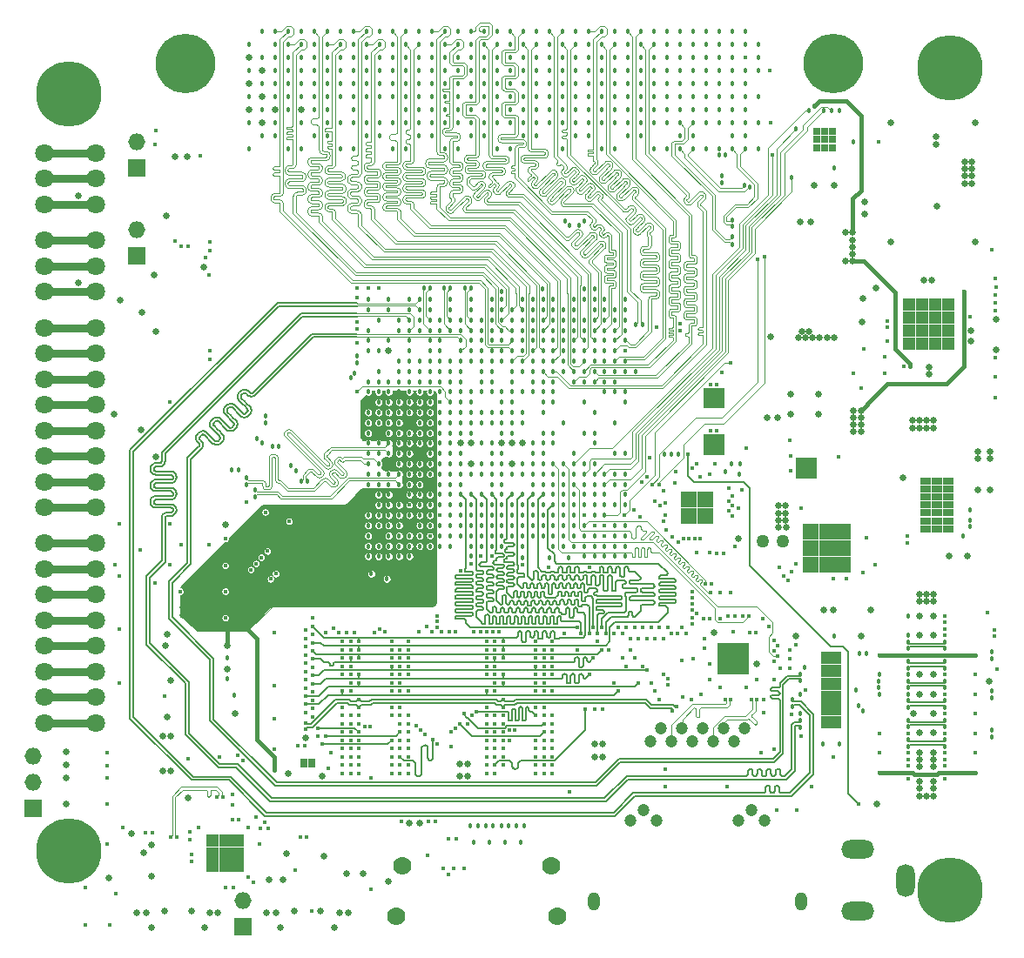
<source format=gbr>
G04 #@! TF.FileFunction,Copper,L3,Inr,Plane*
%FSLAX46Y46*%
G04 Gerber Fmt 4.6, Leading zero omitted, Abs format (unit mm)*
G04 Created by KiCad (PCBNEW (2016-08-02 BZR 7002)-product) date Tue Oct 11 11:13:20 2016*
%MOMM*%
%LPD*%
G01*
G04 APERTURE LIST*
%ADD10C,0.101600*%
%ADD11R,1.600000X1.600000*%
%ADD12C,1.200000*%
%ADD13O,1.200000X1.800000*%
%ADD14C,6.350000*%
%ADD15O,3.200000X1.800000*%
%ADD16O,1.800000X3.200000*%
%ADD17C,1.778000*%
%ADD18R,1.651000X1.651000*%
%ADD19O,1.651000X1.651000*%
%ADD20R,0.750000X0.900000*%
%ADD21R,1.080000X0.780000*%
%ADD22R,1.287500X1.287500*%
%ADD23R,1.000000X1.250000*%
%ADD24R,1.250000X1.250000*%
%ADD25R,1.000000X1.000000*%
%ADD26R,1.500000X1.500000*%
%ADD27R,0.800000X0.800000*%
%ADD28C,5.800000*%
%ADD29C,1.800000*%
%ADD30C,0.635000*%
%ADD31C,0.406400*%
%ADD32C,0.457200*%
%ADD33C,1.270000*%
%ADD34C,0.088900*%
%ADD35C,0.381000*%
%ADD36C,0.132080*%
%ADD37C,0.106680*%
%ADD38C,0.762000*%
%ADD39C,0.127000*%
%ADD40C,0.165100*%
%ADD41C,0.147320*%
%ADD42C,0.114300*%
G04 APERTURE END LIST*
D10*
D11*
X95400000Y-78700000D03*
X97000000Y-78700000D03*
X95400000Y-77100000D03*
X97000000Y-77100000D03*
D12*
X91661000Y-100596000D03*
X93693000Y-100596000D03*
X95725000Y-100596000D03*
X97757000Y-100596000D03*
X99789000Y-100596000D03*
X92677000Y-99326000D03*
X94709000Y-99326000D03*
X96741000Y-99326000D03*
X98773000Y-99326000D03*
X100805000Y-99326000D03*
X89723000Y-108346000D03*
X90993000Y-107326000D03*
X92263000Y-108346000D03*
X100203000Y-108346000D03*
X101473000Y-107326000D03*
X102743000Y-108346000D03*
D13*
X86148000Y-116156000D03*
X106318000Y-116156000D03*
D14*
X35080000Y-37620000D03*
X120810000Y-35080000D03*
X35080000Y-111280000D03*
X120810000Y-115090000D03*
D15*
X111759000Y-117073000D03*
X111759000Y-111073000D03*
D16*
X116459000Y-114173000D03*
D17*
X67500000Y-112700000D03*
X82000000Y-112700000D03*
X82600000Y-117650000D03*
X66900000Y-117650000D03*
D18*
X31600000Y-107140000D03*
D19*
X31600000Y-104600000D03*
X31600000Y-102060000D03*
D18*
X52000000Y-118640000D03*
D19*
X52000000Y-116100000D03*
D18*
X41656000Y-44831000D03*
D19*
X41656000Y-42291000D03*
D18*
X41656000Y-53340000D03*
D19*
X41656000Y-50800000D03*
D20*
X57925000Y-102700000D03*
X58675000Y-102700000D03*
D21*
X120580000Y-79937000D03*
X119500000Y-79937000D03*
X118420000Y-79937000D03*
X120580000Y-79157000D03*
X120580000Y-78377000D03*
X120580000Y-77597000D03*
X120580000Y-76817000D03*
X120580000Y-76037000D03*
X120580000Y-75257000D03*
X119500000Y-75257000D03*
X119500000Y-76037000D03*
X119500000Y-76817000D03*
X119500000Y-77597000D03*
X119500000Y-78377000D03*
X119500000Y-79157000D03*
X118420000Y-79157000D03*
X118420000Y-78377000D03*
X118420000Y-77597000D03*
X118420000Y-76817000D03*
X118420000Y-76037000D03*
X118420000Y-75257000D03*
D22*
X120631250Y-61931250D03*
X119343750Y-61931250D03*
X118056250Y-61931250D03*
X116768750Y-61931250D03*
X120631250Y-60643750D03*
X119343750Y-60643750D03*
X118056250Y-60643750D03*
X116768750Y-60643750D03*
X120631250Y-59356250D03*
X119343750Y-59356250D03*
X118056250Y-59356250D03*
X116768750Y-59356250D03*
X120631250Y-58068750D03*
X119343750Y-58068750D03*
X118056250Y-58068750D03*
X116768750Y-58068750D03*
D23*
X109720000Y-97506000D03*
X109720000Y-96256000D03*
X109720000Y-98756000D03*
X108720000Y-98756000D03*
X108720000Y-97506000D03*
X108720000Y-96256000D03*
X108720000Y-95006000D03*
X108720000Y-93756000D03*
X108720000Y-92506000D03*
X109720000Y-92506000D03*
X109720000Y-93756000D03*
X109720000Y-95006000D03*
D24*
X49050000Y-110250000D03*
X49050000Y-112750000D03*
X51550000Y-110250000D03*
X50300000Y-112750000D03*
X49050000Y-111500000D03*
X50300000Y-111500000D03*
X51550000Y-111500000D03*
X50300000Y-110250000D03*
X51550000Y-112750000D03*
D25*
X98300000Y-66700000D03*
X98300000Y-67700000D03*
X97300000Y-67700000D03*
X97300000Y-66700000D03*
X98300000Y-71200000D03*
X98300000Y-72200000D03*
X97300000Y-72200000D03*
X97300000Y-71200000D03*
X106300000Y-73500000D03*
X107300000Y-73500000D03*
X107300000Y-74500000D03*
X106300000Y-74500000D03*
D11*
X108800000Y-81800000D03*
X110400000Y-81800000D03*
X110400000Y-83400000D03*
X108800000Y-83400000D03*
X107200000Y-83400000D03*
X107200000Y-81800000D03*
X107200000Y-80200000D03*
X108800000Y-80200000D03*
X110400000Y-80200000D03*
D26*
X98945000Y-93333000D03*
X98945000Y-91833000D03*
X100445000Y-91833000D03*
X100445000Y-93333000D03*
D27*
X109385000Y-42837000D03*
X108585000Y-42837000D03*
X107785000Y-42837000D03*
X107785000Y-42037000D03*
X108585000Y-42037000D03*
X109385000Y-42037000D03*
X109385000Y-41237000D03*
X108585000Y-41237000D03*
X107785000Y-41237000D03*
D28*
X46454300Y-34616700D03*
X109455700Y-34616700D03*
D29*
X32719000Y-67865000D03*
X32719000Y-65365000D03*
X32719000Y-62865000D03*
X32719000Y-60365000D03*
X32719000Y-70365000D03*
X32719000Y-72865000D03*
X32719000Y-75365000D03*
X32719000Y-77865000D03*
X37719000Y-60365000D03*
X37719000Y-62865000D03*
X37719000Y-65365000D03*
X37719000Y-67865000D03*
X37719000Y-70365000D03*
X37719000Y-72865000D03*
X37719000Y-75365000D03*
X37719000Y-77865000D03*
X32719000Y-88820000D03*
X32719000Y-86320000D03*
X32719000Y-83820000D03*
X32719000Y-81320000D03*
X32719000Y-91320000D03*
X32719000Y-93820000D03*
X32719000Y-96320000D03*
X32719000Y-98820000D03*
X37719000Y-81320000D03*
X37719000Y-83820000D03*
X37719000Y-86320000D03*
X37719000Y-88820000D03*
X37719000Y-91320000D03*
X37719000Y-93820000D03*
X37719000Y-96320000D03*
X37719000Y-98820000D03*
X32719000Y-56856000D03*
X32719000Y-54356000D03*
X32719000Y-51856000D03*
X37719000Y-51856000D03*
X37719000Y-54356000D03*
X37719000Y-56856000D03*
X32719000Y-48347000D03*
X32719000Y-45847000D03*
X32719000Y-43347000D03*
X37719000Y-43347000D03*
X37719000Y-45847000D03*
X37719000Y-48347000D03*
D30*
X44700000Y-90200000D03*
D31*
X64500000Y-104200000D03*
X99900000Y-81600004D03*
X113500000Y-83400000D03*
X101300002Y-90000000D03*
X48800000Y-52000000D03*
D30*
X119400000Y-41800000D03*
X119400000Y-42500000D03*
X112500000Y-48100000D03*
X112500000Y-49300000D03*
D31*
X112100000Y-66200000D03*
D30*
X112300000Y-57500000D03*
X113600000Y-56500000D03*
X124700000Y-72400000D03*
X124700000Y-73100000D03*
X123500000Y-73100000D03*
X123500000Y-72400000D03*
X112200000Y-59800000D03*
D31*
X112400000Y-62400000D03*
X114400000Y-64800000D03*
X114400000Y-63200000D03*
D30*
X108000000Y-68800000D03*
X105300000Y-66800000D03*
X108000000Y-66800000D03*
D31*
X124800000Y-52800000D03*
X125200000Y-67200000D03*
X125200000Y-57900000D03*
X125200000Y-57200000D03*
X125200000Y-55600000D03*
X125200000Y-65100000D03*
X125200000Y-63300000D03*
D30*
X125300000Y-62500000D03*
X125300000Y-59500000D03*
D31*
X107315000Y-105029000D03*
D30*
X36000000Y-47500000D03*
X36000000Y-56000000D03*
D31*
X43600000Y-41200000D03*
X125349000Y-93599000D03*
X120269000Y-94107000D03*
X123189079Y-94107556D03*
X120269000Y-96012000D03*
X123190000Y-96012000D03*
X123190000Y-97917000D03*
X120269000Y-97917000D03*
X123190000Y-99822000D03*
X120269000Y-99822000D03*
X123190000Y-101727000D03*
X120269000Y-101727000D03*
X116713000Y-101727000D03*
X113919000Y-101727000D03*
X116713000Y-99822000D03*
X113919000Y-99822000D03*
D30*
X117221000Y-97917000D03*
D32*
X116713000Y-96012000D03*
X113919000Y-96012000D03*
X116713000Y-94107000D03*
X113919000Y-94107000D03*
D31*
X125100000Y-89800000D03*
D30*
X45000000Y-94700000D03*
X50500000Y-93600000D03*
D31*
X72800000Y-110100000D03*
D30*
X68199984Y-108600000D03*
D31*
X70699998Y-108400000D03*
X71500000Y-113000000D03*
X36700000Y-118500000D03*
X39100000Y-118500000D03*
D30*
X34800000Y-106700000D03*
X34800000Y-104200000D03*
X34800000Y-102900000D03*
X51300000Y-97900000D03*
D31*
X57100000Y-113100000D03*
X38800000Y-110600000D03*
D30*
X43100000Y-110700000D03*
X39000000Y-113900000D03*
X43100000Y-113700000D03*
D31*
X40300000Y-109000000D03*
X49734776Y-102126117D03*
D30*
X44200000Y-100100000D03*
X45000000Y-100100000D03*
X56300000Y-111500000D03*
X47000000Y-117100000D03*
X50300000Y-79500000D03*
D31*
X43500000Y-85200000D03*
X45900000Y-86000000D03*
X48700000Y-81500000D03*
X42000000Y-82000000D03*
X46000000Y-81500000D03*
X44900000Y-67600000D03*
X44900000Y-79400000D03*
X48700000Y-55200002D03*
X48800000Y-62600000D03*
D30*
X43400006Y-55200000D03*
X46600000Y-43700000D03*
D32*
X94400000Y-72700000D03*
D31*
X109400000Y-102100000D03*
X103700000Y-101400000D03*
X103900000Y-107300000D03*
X99100000Y-105000000D03*
X106300000Y-100100000D03*
D30*
X123200000Y-40400000D03*
X115000000Y-40400000D03*
X123200000Y-52000000D03*
X115000000Y-52000000D03*
X119500000Y-48500000D03*
X113700000Y-106700000D03*
X106200000Y-50100000D03*
X107200000Y-50100000D03*
X105300000Y-68800000D03*
X73900000Y-104000000D03*
X73100000Y-104000000D03*
D31*
X72300000Y-101100000D03*
X87000000Y-97500000D03*
X86200000Y-97500000D03*
D30*
X86200000Y-102100000D03*
X87000000Y-102100000D03*
D31*
X60600000Y-101700000D03*
X55100000Y-95200000D03*
X55100000Y-90000000D03*
X55100000Y-98400000D03*
X59300000Y-100100000D03*
D30*
X55900000Y-114100000D03*
X54600000Y-114100000D03*
D31*
X64500000Y-115000000D03*
D30*
X62100000Y-113500000D03*
X59600000Y-117100000D03*
D32*
X93000000Y-72700000D03*
X93700000Y-72700000D03*
D30*
X105800000Y-90400000D03*
X108500000Y-87800000D03*
X109400000Y-87800000D03*
X112100000Y-90400000D03*
X113100000Y-87800000D03*
D31*
X93800000Y-80700000D03*
X52400000Y-77300000D03*
D32*
X75200000Y-66600000D03*
X79200000Y-77600000D03*
X73200000Y-74600000D03*
D30*
X74200000Y-73600000D03*
X74200000Y-71600000D03*
D32*
X65200000Y-62600000D03*
X66200000Y-61600000D03*
D31*
X62500000Y-98900000D03*
D30*
X78200000Y-73600000D03*
D32*
X77200000Y-74600000D03*
D30*
X78200000Y-71600000D03*
D32*
X71200000Y-61600000D03*
X75200000Y-69600000D03*
X88200000Y-72600000D03*
X76200000Y-69600000D03*
X78200000Y-69600000D03*
X77200000Y-70600000D03*
X80200000Y-71600000D03*
D31*
X106300004Y-77900000D03*
D32*
X79000000Y-110400000D03*
X77500000Y-110400000D03*
X76000000Y-110400000D03*
X74500000Y-110400000D03*
D31*
X100200000Y-77900000D03*
X112300000Y-84200000D03*
X93300000Y-95100000D03*
X104267000Y-93472000D03*
X94742000Y-96266000D03*
X102616000Y-97790000D03*
X95631000Y-96520000D03*
X98425000Y-86106000D03*
D32*
X66200000Y-78600000D03*
X64200000Y-82600000D03*
X67200000Y-81600000D03*
X82200000Y-76600000D03*
X89200000Y-77600000D03*
X86200000Y-78600000D03*
X87200000Y-81600000D03*
X72200000Y-76600000D03*
D31*
X87600006Y-91700000D03*
X70200000Y-80600000D03*
D32*
X73200000Y-79600000D03*
X76200000Y-78600000D03*
X74200000Y-82600000D03*
X77200000Y-81600000D03*
X83200000Y-79600000D03*
X80200000Y-80600000D03*
X83700000Y-82700000D03*
D31*
X75700000Y-97300000D03*
X82100000Y-90900000D03*
X82100000Y-92500000D03*
X82100000Y-94100000D03*
X75700000Y-90900000D03*
X75700000Y-92500000D03*
X75700000Y-94100000D03*
X81300000Y-97300000D03*
X82100000Y-98900000D03*
X82100000Y-100500000D03*
X81300000Y-100500000D03*
X82100000Y-101300000D03*
X80500000Y-102900000D03*
X82100000Y-102900000D03*
X75700000Y-103700000D03*
X75700000Y-102900000D03*
X76500000Y-101300000D03*
X76500000Y-100500000D03*
X75700000Y-99700000D03*
X76500000Y-98900000D03*
X75700000Y-98900000D03*
X61700000Y-97300000D03*
X68100000Y-90900000D03*
X68100000Y-92500000D03*
X68100000Y-94100000D03*
X67300000Y-97300000D03*
X66500000Y-102900000D03*
X68100000Y-101300000D03*
X67300000Y-100500000D03*
X68100000Y-100500000D03*
X68100000Y-98900000D03*
X68100000Y-102900000D03*
X61700000Y-90900000D03*
X61700000Y-92500000D03*
X61700000Y-94100000D03*
X61700000Y-98900000D03*
X61700000Y-99700000D03*
X61700000Y-103700000D03*
X61700000Y-102900000D03*
X62500000Y-100500000D03*
X62500000Y-101300000D03*
D32*
X60198000Y-41656000D03*
X76200000Y-75600000D03*
X85200000Y-75600000D03*
X88200000Y-74600000D03*
X72200000Y-73600000D03*
X76200000Y-73600000D03*
X81200000Y-73600000D03*
X84200000Y-72600000D03*
X77200000Y-72600000D03*
X73200000Y-72600000D03*
X72200000Y-71600000D03*
X76200000Y-71600000D03*
X73200000Y-70600000D03*
X72200000Y-69600000D03*
X74200000Y-69600000D03*
X83200000Y-69600000D03*
X86200000Y-68600000D03*
X79200000Y-68600000D03*
X77200000Y-68600000D03*
X75200000Y-68600000D03*
X73200000Y-68600000D03*
X78200000Y-67600000D03*
X74200000Y-67600000D03*
X67200000Y-59600000D03*
X69200000Y-59600000D03*
X71200000Y-59600000D03*
X65200000Y-59600000D03*
X64200000Y-57600000D03*
X66200000Y-57600000D03*
X68200000Y-57600000D03*
X70200000Y-57600000D03*
X72200000Y-57600000D03*
X89200000Y-67600000D03*
X73200000Y-59600000D03*
X75200000Y-59600000D03*
X74200000Y-57600000D03*
X76199718Y-57600000D03*
X76200000Y-58600000D03*
X76199718Y-59600000D03*
X76199718Y-60600000D03*
X76200000Y-61600000D03*
X74200000Y-61600000D03*
X70200000Y-61600000D03*
X68200000Y-61600000D03*
X64200000Y-61600000D03*
X70200000Y-64600000D03*
X67200000Y-63600000D03*
X69200000Y-63600000D03*
X70200000Y-63600000D03*
X71200000Y-63600000D03*
X72200000Y-63600000D03*
X73200000Y-63600000D03*
X75200000Y-63600000D03*
X73200000Y-66600000D03*
X76200000Y-65600000D03*
X82200000Y-66600000D03*
X77200000Y-66600000D03*
X79200000Y-66600000D03*
X78200000Y-65600000D03*
X85200000Y-65600000D03*
X76200000Y-63600000D03*
X76200000Y-62600000D03*
X81200000Y-63600000D03*
X88200000Y-64600000D03*
X87200000Y-61600000D03*
X84200000Y-62600000D03*
X77200000Y-61600000D03*
X80200000Y-60600000D03*
X83200000Y-59600000D03*
X86200000Y-58600000D03*
X89200000Y-57600000D03*
X79200000Y-57600000D03*
X70200000Y-65600000D03*
X69200000Y-65600000D03*
X68200000Y-65600000D03*
X67200000Y-65600000D03*
X66200000Y-65600000D03*
X65200000Y-65600000D03*
X64200000Y-65600000D03*
X68200000Y-74600000D03*
X69200000Y-77600000D03*
X65200000Y-75600000D03*
X70200000Y-70600000D03*
X64200000Y-72600000D03*
X67200000Y-71600000D03*
X69200000Y-67600000D03*
X66200000Y-68600000D03*
X98298000Y-40386000D03*
X86868000Y-42926000D03*
X88138000Y-42926000D03*
X61468000Y-42926000D03*
X93218000Y-32766000D03*
X53848000Y-31496000D03*
X57658000Y-31496000D03*
X61468000Y-31496000D03*
X65278000Y-31496000D03*
X69088000Y-31496000D03*
X72898000Y-31496000D03*
X76708000Y-31496000D03*
X80518000Y-31496000D03*
X84328000Y-31496000D03*
X88138000Y-31496000D03*
X91948000Y-31496000D03*
X95758000Y-31496000D03*
X52578000Y-42926000D03*
X56388000Y-42926000D03*
X57658000Y-42926000D03*
X62738000Y-42926000D03*
X66548000Y-42926000D03*
X67818000Y-42926000D03*
X71628000Y-42926000D03*
X72898000Y-42926000D03*
X76708000Y-42926000D03*
X77978000Y-42926000D03*
X83058000Y-42926000D03*
X91948000Y-42926000D03*
X93218000Y-42926000D03*
X97028000Y-42926000D03*
X98298000Y-42926000D03*
X102108000Y-42926000D03*
X100838000Y-41656000D03*
X99568000Y-41656000D03*
X95758000Y-41656000D03*
X94488000Y-41656000D03*
X90678000Y-41656000D03*
X89408000Y-41656000D03*
X85598000Y-41656000D03*
X84328000Y-41656000D03*
X80518000Y-41656000D03*
X79248000Y-41656000D03*
X75438000Y-41656000D03*
X74168000Y-41656000D03*
X70358000Y-41656000D03*
X69088000Y-41656000D03*
X65278000Y-41656000D03*
X64008000Y-41656000D03*
X58928000Y-41656000D03*
X55118000Y-41656000D03*
X53848000Y-41656000D03*
X52578000Y-40386000D03*
X55118000Y-40386000D03*
X57658000Y-40386000D03*
X60198000Y-40386000D03*
X61468000Y-40386000D03*
X62738000Y-40386000D03*
X66548000Y-40386000D03*
X67818000Y-40386000D03*
X71628000Y-40386000D03*
X72898000Y-40386000D03*
X76708000Y-40386000D03*
X77978000Y-40386000D03*
X81788000Y-40386000D03*
X83058000Y-40386000D03*
X86868000Y-40386000D03*
X88138000Y-40386000D03*
X91948000Y-40386000D03*
X93218000Y-40386000D03*
X97028000Y-40386000D03*
X102108000Y-40386000D03*
X100838000Y-39116000D03*
X99568000Y-39116000D03*
X95758000Y-39116000D03*
X94488000Y-39116000D03*
X90678000Y-39116000D03*
X86868000Y-39116000D03*
X83058000Y-39116000D03*
X79248000Y-39116000D03*
X75438000Y-39116000D03*
X71628000Y-39116000D03*
X67818000Y-39116000D03*
X58928000Y-39116000D03*
X56388000Y-39116000D03*
X53848000Y-39116000D03*
X52578000Y-37846000D03*
X55118000Y-37846000D03*
X58928000Y-37846000D03*
X62738000Y-37846000D03*
X66548000Y-37846000D03*
X70358000Y-37846000D03*
X74168000Y-37846000D03*
X77978000Y-37846000D03*
X81788000Y-37846000D03*
X85598000Y-37846000D03*
X89408000Y-37846000D03*
X93218000Y-37846000D03*
X97028000Y-37846000D03*
X98298000Y-37846000D03*
X102108000Y-37846000D03*
X100838000Y-36576000D03*
X99568000Y-36576000D03*
X95758000Y-36576000D03*
X84328000Y-36576000D03*
X80518000Y-36576000D03*
X76708000Y-36576000D03*
X72898000Y-36576000D03*
X69088000Y-36576000D03*
X65278000Y-36576000D03*
X61468000Y-36576000D03*
X57658000Y-36576000D03*
X53848000Y-36576000D03*
X52578000Y-35306000D03*
X55118000Y-35306000D03*
X58928000Y-35306000D03*
X62738000Y-35306000D03*
X66548000Y-35306000D03*
X70358000Y-35306000D03*
X74168000Y-35306000D03*
X77978000Y-35306000D03*
X81788000Y-35306000D03*
X85598000Y-35306000D03*
X89408000Y-35306000D03*
X93218000Y-35306000D03*
X88138000Y-36576000D03*
X91948000Y-36576000D03*
X97028000Y-35306000D03*
X98298000Y-35306000D03*
X102108000Y-35306000D03*
X99568000Y-34036000D03*
X95758000Y-34036000D03*
X91948000Y-34036000D03*
X88138000Y-34036000D03*
X84328000Y-34036000D03*
X80518000Y-34036000D03*
X76708000Y-34036000D03*
X72898000Y-34036000D03*
X69088000Y-34036000D03*
X65278000Y-34036000D03*
X61468000Y-34036000D03*
X57658000Y-34036000D03*
X53848000Y-34036000D03*
X52578000Y-32766000D03*
X55118000Y-32766000D03*
X58928000Y-32766000D03*
X62738000Y-32766000D03*
X66548000Y-32766000D03*
X70358000Y-32766000D03*
X74168000Y-32766000D03*
X77978000Y-32766000D03*
X81788000Y-32766000D03*
X85598000Y-32766000D03*
X89408000Y-32766000D03*
X97028000Y-32766000D03*
X98298000Y-32766000D03*
X102108000Y-32766000D03*
X100838000Y-31496000D03*
X99568000Y-31496000D03*
X77200000Y-69600000D03*
D30*
X44600000Y-49500000D03*
X42400000Y-111400000D03*
X112100000Y-68400000D03*
X111400000Y-68400000D03*
X112100000Y-70500000D03*
X112100000Y-69800000D03*
X112100000Y-69100000D03*
X111400000Y-70500000D03*
X111400000Y-69800000D03*
X111400000Y-69100000D03*
D31*
X122100000Y-56800000D03*
D30*
X73900000Y-102800000D03*
X73100000Y-102800000D03*
X86200000Y-100900000D03*
X87000000Y-100900000D03*
D31*
X57400000Y-101000000D03*
D32*
X74200000Y-77600000D03*
X77200000Y-76600000D03*
D31*
X71200000Y-78600000D03*
D32*
X75200000Y-80600000D03*
X81200000Y-78600000D03*
X78200000Y-79600000D03*
X72200000Y-81600000D03*
X79200000Y-82700000D03*
X82200000Y-81600000D03*
D31*
X76500000Y-95700000D03*
X82100000Y-91700000D03*
X82100000Y-93300000D03*
X81300000Y-95700000D03*
X75700000Y-91700000D03*
X75700000Y-93300000D03*
X81300000Y-98100000D03*
X82100000Y-99700000D03*
X81300000Y-101300000D03*
X82100000Y-102100000D03*
X81300000Y-102900000D03*
X82100000Y-103700000D03*
X76500000Y-103700000D03*
X75700000Y-102100000D03*
X75700000Y-101300000D03*
X75700000Y-100500000D03*
X77300000Y-98900000D03*
X75700000Y-98100000D03*
X62500000Y-95700000D03*
X68100000Y-91700000D03*
X68100000Y-93300000D03*
X67300000Y-95700000D03*
X67300000Y-101300000D03*
X68100000Y-99700000D03*
X67300000Y-98100000D03*
X67300000Y-102900000D03*
X68100000Y-102100000D03*
X68100000Y-103700000D03*
X61700000Y-91700000D03*
X61700000Y-93300000D03*
X63300000Y-98900000D03*
X62500000Y-103700000D03*
X61700000Y-102100000D03*
X61700000Y-98100000D03*
X61700000Y-101300000D03*
X61700000Y-100500000D03*
D30*
X58100000Y-100300000D03*
D31*
X60300000Y-103200000D03*
X76500000Y-94100000D03*
X82100000Y-98100000D03*
X68100000Y-98100000D03*
X62500000Y-94100000D03*
D32*
X78200000Y-77600000D03*
X80200000Y-77600000D03*
D30*
X124700000Y-76100000D03*
X123500000Y-76100000D03*
X122500000Y-82600000D03*
X120700000Y-82600000D03*
X119200004Y-105900004D03*
X119200000Y-105200000D03*
X119200000Y-104500000D03*
X119200004Y-103100000D03*
X119200000Y-102400000D03*
X119200000Y-101700000D03*
X119200002Y-99800000D03*
X119200000Y-97900000D03*
X119200000Y-96000000D03*
X119200000Y-94100000D03*
X119200000Y-90300000D03*
X119199996Y-88400000D03*
X119200000Y-87000000D03*
X119200000Y-86300000D03*
X118500000Y-86300000D03*
X117800000Y-86300000D03*
X118500000Y-87000000D03*
X117800000Y-87000000D03*
X118500000Y-105900018D03*
X117800000Y-105900000D03*
X117800000Y-105200000D03*
X117800000Y-104500000D03*
X117800000Y-103100000D03*
X117800000Y-102400000D03*
X117800000Y-101700000D03*
X117800000Y-99800000D03*
X117800000Y-88400000D03*
X117800000Y-90300000D03*
X117800000Y-94100000D03*
X117800000Y-96000000D03*
X118700000Y-64900000D03*
X118700000Y-64200000D03*
X119000000Y-55700000D03*
X118200000Y-55700000D03*
X122800004Y-61700000D03*
X124587000Y-94742006D03*
D31*
X72000000Y-110100000D03*
D30*
X69200004Y-108600000D03*
X44200000Y-103500000D03*
X45000000Y-103500000D03*
D31*
X93100000Y-103300000D03*
D30*
X66200000Y-114200000D03*
D31*
X116586000Y-81280000D03*
D32*
X122700000Y-78100000D03*
D30*
X59700000Y-104000000D03*
X100200000Y-80900000D03*
X122900000Y-46300000D03*
X122900000Y-45600000D03*
X122900000Y-44900000D03*
X122900000Y-44200000D03*
X122200000Y-44200000D03*
X122200000Y-44900000D03*
X122200000Y-45600000D03*
X122200000Y-46300000D03*
D31*
X98600000Y-64700000D03*
X112649000Y-80772000D03*
X124400000Y-88100000D03*
D30*
X46700000Y-106100000D03*
X44500000Y-91300000D03*
X44700000Y-98200000D03*
X48200000Y-54500000D03*
X34800000Y-101600000D03*
X41200000Y-109600000D03*
D31*
X53600000Y-110600000D03*
X44900000Y-83408802D03*
X39600000Y-83400000D03*
D30*
X45400000Y-43700000D03*
D31*
X105900000Y-107300000D03*
X103649802Y-92837000D03*
D32*
X109500000Y-90392800D03*
X106600000Y-93400000D03*
X106200000Y-96000000D03*
X106200000Y-97900000D03*
X108400000Y-100900000D03*
X110000000Y-100900000D03*
D31*
X98100000Y-65895182D03*
X98100000Y-70395180D03*
X50300000Y-114800000D03*
X58000000Y-101000000D03*
D30*
X56400000Y-103700000D03*
D31*
X92200000Y-60300000D03*
X105300000Y-72800000D03*
X96500000Y-80900000D03*
X96000000Y-80900000D03*
X110700000Y-84800000D03*
X94700000Y-92700000D03*
D32*
X109474000Y-44831000D03*
X111378996Y-42291000D03*
X89200000Y-82600000D03*
X88200000Y-79600000D03*
X85200000Y-80600000D03*
X72200000Y-70600000D03*
X72200000Y-68600000D03*
X111633000Y-95631000D03*
X73200000Y-64600000D03*
X72200000Y-64600000D03*
X71200000Y-64600000D03*
X74200000Y-63600000D03*
X62738000Y-39116000D03*
D30*
X57658000Y-39116000D03*
X55118000Y-39116000D03*
X53848000Y-40386000D03*
X52578000Y-39116000D03*
X116205000Y-74930000D03*
X103300000Y-61200000D03*
X103000000Y-69100000D03*
X104000000Y-69100000D03*
D33*
X104500000Y-81100000D03*
X102600000Y-81100002D03*
D30*
X104800000Y-77700000D03*
X104800000Y-78400000D03*
X104800000Y-79100000D03*
X104817400Y-79800000D03*
X104100000Y-79800000D03*
X104100000Y-79100000D03*
X104100000Y-78400000D03*
X104100000Y-77700000D03*
X73200000Y-71600000D03*
X66200000Y-62600000D03*
X79200000Y-71600000D03*
X77200000Y-71600000D03*
D32*
X76200000Y-68600000D03*
X79200000Y-73600000D03*
X80200000Y-66600000D03*
X76200000Y-74600000D03*
X74200000Y-74600000D03*
X73200000Y-73600000D03*
X75200000Y-73600000D03*
X77200000Y-73600000D03*
X76200000Y-72600000D03*
X72200000Y-72600000D03*
X75200000Y-71600000D03*
X74200000Y-70600000D03*
X73200000Y-69600000D03*
X79200000Y-69600000D03*
X78200000Y-68600000D03*
X74200000Y-68600000D03*
X77200000Y-67600000D03*
X73200000Y-67600000D03*
X69200000Y-60600000D03*
X73200000Y-60600000D03*
X75200000Y-60600000D03*
X68200000Y-62600000D03*
X70200000Y-62600000D03*
X74200000Y-62600000D03*
X69200000Y-64600000D03*
X65200000Y-64600000D03*
X67200000Y-64600000D03*
D31*
X96900000Y-90600000D03*
X97400000Y-94600000D03*
X101900000Y-90000000D03*
X99700000Y-89900000D03*
D30*
X117100000Y-69400000D03*
X117800000Y-69400000D03*
X118500000Y-69400000D03*
X117100000Y-70100000D03*
X117800000Y-70100000D03*
X118500000Y-70100000D03*
X119200000Y-69400000D03*
X119200000Y-70100000D03*
D32*
X64200000Y-60600000D03*
D30*
X101981000Y-93091000D03*
D31*
X101981000Y-94615000D03*
D32*
X64200000Y-58600000D03*
X71200000Y-60600000D03*
X67200000Y-60600000D03*
X70200000Y-58600000D03*
X68200000Y-58600000D03*
X66200000Y-58600000D03*
X72200000Y-58600000D03*
X74200000Y-58600000D03*
X64200000Y-62600000D03*
X68200000Y-63600000D03*
D31*
X105400000Y-98000000D03*
X105300000Y-74300000D03*
X101000000Y-72100000D03*
D30*
X110600000Y-51100000D03*
X111300000Y-51100000D03*
X111300000Y-51800000D03*
X111300000Y-52500000D03*
X111300000Y-53200000D03*
X111300000Y-53900000D03*
X110600000Y-53900000D03*
D31*
X116900000Y-64100000D03*
D32*
X75200000Y-74600000D03*
X79200000Y-74600000D03*
X75200000Y-65600000D03*
X76200000Y-64600000D03*
X71200000Y-62600000D03*
D31*
X99400000Y-86100000D03*
X100500006Y-76100000D03*
X99300000Y-78200000D03*
X99300000Y-76000000D03*
X99300000Y-77200000D03*
X94000000Y-75500000D03*
X93100000Y-77400000D03*
X93100000Y-78600000D03*
D30*
X97790000Y-89997898D03*
D32*
X107600000Y-38800000D03*
X87200000Y-76600000D03*
X84200000Y-77600000D03*
X73200000Y-75600000D03*
X77200000Y-75600000D03*
X83200000Y-74600000D03*
X80200000Y-74600000D03*
X86200000Y-73600000D03*
X72200000Y-66600000D03*
X73200000Y-65600000D03*
X74200000Y-66600000D03*
X76200000Y-66600000D03*
X78200000Y-66600000D03*
X78200000Y-70600000D03*
D31*
X55100000Y-103400000D03*
D30*
X48300000Y-87600000D03*
X47600000Y-87600000D03*
X46900000Y-87600000D03*
X46200000Y-87600000D03*
X46200000Y-88300000D03*
X48300000Y-88300000D03*
X47600000Y-88300000D03*
X46900000Y-88300000D03*
X50500000Y-91300000D03*
D32*
X65200000Y-80600000D03*
X68200000Y-79600000D03*
X69200000Y-82600000D03*
X70200000Y-75600000D03*
X64200000Y-77600000D03*
X67200000Y-76600000D03*
X69200000Y-72600000D03*
X66200000Y-73600000D03*
X65200000Y-70600000D03*
X68200000Y-69600000D03*
X67200000Y-66600000D03*
X64200000Y-67600000D03*
D30*
X53848000Y-35306000D03*
X53848000Y-37846000D03*
X52578000Y-36576000D03*
X52578000Y-34036000D03*
D31*
X125200000Y-58700000D03*
X114700000Y-61700000D03*
D30*
X122800000Y-60677697D03*
D32*
X69200000Y-58600000D03*
X105410000Y-97231200D03*
X69200000Y-57600000D03*
X105410000Y-96570800D03*
D30*
X44400000Y-117100000D03*
X107100000Y-60700000D03*
X106400000Y-60700000D03*
X109500004Y-61300000D03*
X108800000Y-61300000D03*
X108100000Y-61300000D03*
X107400000Y-61300000D03*
X106700000Y-61300000D03*
X106000002Y-61300000D03*
D31*
X97500000Y-65895188D03*
X97506444Y-70395183D03*
X89200000Y-62600000D03*
D32*
X85200000Y-67600000D03*
X89200000Y-72600000D03*
X82200000Y-71600000D03*
X85200000Y-70600000D03*
X88200000Y-69600000D03*
X81200000Y-68600000D03*
X87200000Y-66600000D03*
X80200000Y-65600000D03*
X83200000Y-64600000D03*
X79200000Y-62600000D03*
X86200000Y-63600000D03*
X82200000Y-61600000D03*
X85200000Y-60600000D03*
X81200000Y-58600000D03*
X88200000Y-59600000D03*
X84200000Y-57600000D03*
X78200000Y-59600000D03*
X82200000Y-74600000D03*
D30*
X57000000Y-117100000D03*
D31*
X96100000Y-82200000D03*
X96520000Y-96012000D03*
X102616000Y-96520000D03*
X98425000Y-95377000D03*
X100965000Y-95377000D03*
X97409000Y-93091000D03*
D32*
X98298000Y-43561000D03*
X97028000Y-39116000D03*
D31*
X94550000Y-60000000D03*
D32*
X75200000Y-61600000D03*
X98933000Y-43561000D03*
X98298000Y-39116000D03*
X75200000Y-62600000D03*
D31*
X94550000Y-60600000D03*
X68200000Y-77600000D03*
X73500000Y-113000000D03*
D32*
X64200000Y-75600000D03*
X102108000Y-34036000D03*
D31*
X114700000Y-60300000D03*
X105200000Y-71300000D03*
X98100000Y-82300000D03*
X72000000Y-113600000D03*
X43200000Y-109500000D03*
X51500000Y-102000000D03*
X51000000Y-108200000D03*
D32*
X88200000Y-81600000D03*
D31*
X114700000Y-59700000D03*
X109900000Y-72900000D03*
X98800000Y-82300000D03*
X72500000Y-113000002D03*
X42500000Y-109500000D03*
X52000000Y-102500000D03*
X51600000Y-108200000D03*
D32*
X89200000Y-79600000D03*
D31*
X99400000Y-63800000D03*
X89096756Y-78603244D03*
D32*
X60198000Y-39116000D03*
D31*
X103300000Y-40400000D03*
X99600000Y-78700000D03*
X90800000Y-75400000D03*
D32*
X85200000Y-82600000D03*
D31*
X97400000Y-82200000D03*
X58700000Y-117100000D03*
X95758000Y-92583006D03*
X97000000Y-85300000D03*
D32*
X85200000Y-79600000D03*
D30*
X49600000Y-117300000D03*
X48800000Y-117300000D03*
X48300000Y-118700000D03*
X43100000Y-118700000D03*
X41700000Y-117300000D03*
X42600000Y-117300000D03*
X63700000Y-113500000D03*
X55200000Y-117300000D03*
X54300000Y-117300000D03*
X55700000Y-118700000D03*
X60899986Y-118700000D03*
X61400000Y-117300000D03*
X62300000Y-117300000D03*
D31*
X116713000Y-104267000D03*
X123190000Y-103632000D03*
X120269000Y-103632000D03*
X113919000Y-103632000D03*
X116713000Y-103632000D03*
X116713000Y-102997000D03*
X116713000Y-102362000D03*
D32*
X120269000Y-101092000D03*
X116713000Y-101092000D03*
X120269000Y-100457000D03*
X116713000Y-100457000D03*
X112268000Y-97663000D03*
X111887000Y-97155000D03*
X120269000Y-97282000D03*
X116713000Y-97282000D03*
X120269000Y-96647000D03*
X116713000Y-96647000D03*
X113871798Y-95377000D03*
X113871776Y-94742000D03*
X120269000Y-93472000D03*
X116713000Y-93472000D03*
X120269000Y-92837000D03*
X116713000Y-92837000D03*
X112606278Y-92067004D03*
X111945878Y-92067004D03*
X116713000Y-90297000D03*
X116713000Y-88392000D03*
D31*
X120269000Y-102997000D03*
X120269000Y-104267000D03*
X120269000Y-102362000D03*
X120269000Y-90297000D03*
D32*
X120269000Y-90932000D03*
X116713000Y-90932000D03*
D31*
X105800000Y-91200000D03*
X102100000Y-53700000D03*
X120269000Y-89026998D03*
X100838000Y-34036000D03*
X91800000Y-75600000D03*
D32*
X65278000Y-40386000D03*
D31*
X86200000Y-79600000D03*
X120269000Y-88391992D03*
X105200000Y-91700000D03*
X102752255Y-53431700D03*
X120269000Y-89662015D03*
X103251000Y-35306000D03*
X92500000Y-75600000D03*
D32*
X64008000Y-40386000D03*
D31*
X87200000Y-80600000D03*
D32*
X120269000Y-98552000D03*
X116713000Y-98552000D03*
X124841000Y-99491800D03*
X124841000Y-100152200D03*
X120269000Y-99187000D03*
X116713000Y-99187000D03*
X124841000Y-96342200D03*
X120269000Y-94742000D03*
X116713000Y-94742000D03*
X120269000Y-95377000D03*
X116713000Y-95377000D03*
X124841000Y-95681800D03*
X124841000Y-92532200D03*
X124841000Y-91871800D03*
X120269000Y-91567000D03*
X116713000Y-91567000D03*
D31*
X70000000Y-111700000D03*
D32*
X68200000Y-82600000D03*
X79355600Y-108800000D03*
X74144400Y-108800000D03*
X69200000Y-79600000D03*
X74855600Y-108800000D03*
X69200000Y-78600000D03*
X68200000Y-80600000D03*
X75644400Y-108800000D03*
X69200000Y-80600000D03*
X76355600Y-108800000D03*
X68200000Y-81600000D03*
X77144400Y-108800000D03*
X69200000Y-81600000D03*
X77855600Y-108800000D03*
X67200000Y-82600000D03*
X78644400Y-108800000D03*
D31*
X125300000Y-56400000D03*
X122700000Y-59300000D03*
X93200000Y-80000000D03*
X87200000Y-79600000D03*
D32*
X99600000Y-49900000D03*
X100838000Y-42926000D03*
X71600000Y-56500000D03*
X72200000Y-60600000D03*
X100838000Y-37846000D03*
X87200000Y-64600000D03*
X99600000Y-50500000D03*
X72200000Y-56500000D03*
X72200000Y-59600000D03*
X99568000Y-42926000D03*
X99568000Y-37846000D03*
X87200000Y-63600000D03*
X86200000Y-62600000D03*
X98298000Y-36576000D03*
X87200000Y-62600000D03*
X97028000Y-36576000D03*
X99600000Y-51500000D03*
X73600000Y-56500000D03*
X74200000Y-60600000D03*
X95758000Y-40386000D03*
X100800000Y-46500000D03*
X95758000Y-42926000D03*
X69600000Y-56500000D03*
X70200000Y-60600000D03*
X95758000Y-37846000D03*
X81200000Y-67600000D03*
X62900000Y-64800000D03*
X67200000Y-68600000D03*
X95758000Y-35306000D03*
X95758000Y-32766000D03*
X83200000Y-60600000D03*
X99600000Y-52300000D03*
X74200000Y-56500000D03*
X74200000Y-59600000D03*
X94488000Y-40386000D03*
X101318835Y-46707534D03*
X94488000Y-42926000D03*
X70200000Y-56500000D03*
X70200000Y-59600000D03*
X94488000Y-37846000D03*
X82200000Y-67600000D03*
X94488000Y-36576000D03*
X85200000Y-57600000D03*
X62500000Y-65200000D03*
X66200000Y-67600000D03*
X94488000Y-35306000D03*
X94488000Y-34036000D03*
X70200000Y-66600000D03*
X94488000Y-32766000D03*
X84200000Y-60600000D03*
X94488000Y-31496000D03*
X83200000Y-58600000D03*
X63098350Y-63119000D03*
X67200000Y-69600000D03*
X93218000Y-39116000D03*
X93218000Y-36576000D03*
X85200000Y-56600000D03*
X93218000Y-34036000D03*
X69200000Y-66600000D03*
X93218000Y-31496000D03*
X84200000Y-58600000D03*
X63098350Y-63754000D03*
X66200000Y-69600000D03*
X91948000Y-39116000D03*
X91948000Y-37846000D03*
X88200000Y-66600000D03*
X91948000Y-35306000D03*
X68200000Y-67600000D03*
X91948000Y-32766000D03*
X81200000Y-64600000D03*
X90678000Y-40386000D03*
X65200000Y-66600000D03*
X90678000Y-37846000D03*
X89200000Y-66600000D03*
X87200000Y-65600000D03*
X90678000Y-36576000D03*
X90678000Y-35306000D03*
X68200000Y-66600000D03*
X90678000Y-34036000D03*
X70200000Y-68600000D03*
X90678000Y-32766000D03*
X82200000Y-64600000D03*
X90678000Y-31496000D03*
X86200000Y-65600000D03*
X89408000Y-40386000D03*
X66200000Y-66600000D03*
X89408000Y-39116000D03*
X65200000Y-67600000D03*
X88200000Y-65600000D03*
X89408000Y-36576000D03*
X89408000Y-34036000D03*
X70200000Y-67600000D03*
X89408000Y-31496000D03*
X86200000Y-64600000D03*
X88138000Y-39116000D03*
X64200000Y-66600000D03*
X81200000Y-66600000D03*
X88138000Y-37846000D03*
X88138000Y-35306000D03*
X69200000Y-69600000D03*
X84200000Y-65600000D03*
X88138000Y-32766000D03*
X81200000Y-65600000D03*
X86868000Y-37846000D03*
X90200000Y-64600000D03*
X86868000Y-36576000D03*
X86868000Y-35306000D03*
X69200000Y-68600000D03*
X86868000Y-34036000D03*
X71200000Y-69600000D03*
X85200000Y-64600000D03*
X86868000Y-32766000D03*
X86868000Y-31496000D03*
X88200000Y-63600000D03*
X83347780Y-49946780D03*
X85181220Y-49946780D03*
X85598000Y-40386000D03*
X69200000Y-71600000D03*
X85598000Y-39116000D03*
X68200000Y-68600000D03*
X89200000Y-64600000D03*
X85598000Y-36576000D03*
X85598000Y-34036000D03*
X70200000Y-69600000D03*
X89200000Y-63600000D03*
X85598000Y-31496000D03*
X83784220Y-50383220D03*
X84744780Y-50383220D03*
X69200000Y-70600000D03*
X84328000Y-40386000D03*
X84328000Y-39116000D03*
X67200000Y-67600000D03*
X80200000Y-64600000D03*
X84328000Y-37846000D03*
X71200000Y-72600000D03*
X84328000Y-35306000D03*
X88200000Y-62600000D03*
X84328000Y-32766000D03*
X80200000Y-63600000D03*
X83058000Y-37846000D03*
X78200000Y-64600000D03*
X83058000Y-36576000D03*
X71200000Y-71600000D03*
X83058000Y-35306000D03*
X83058000Y-34036000D03*
X70200000Y-73600000D03*
X89200000Y-61600000D03*
X83058000Y-32766000D03*
X90866704Y-60090600D03*
X79200000Y-61600000D03*
X83058000Y-31496000D03*
X81788000Y-39116000D03*
X65200000Y-68600000D03*
X79200000Y-64600000D03*
X81788000Y-36576000D03*
X81788000Y-34036000D03*
X69200000Y-73600000D03*
X90219004Y-60090600D03*
X79200000Y-60600000D03*
X81788000Y-31496000D03*
X80518000Y-40386000D03*
X65200000Y-69600000D03*
X80518000Y-39116000D03*
X64200000Y-68600000D03*
X80518000Y-37846000D03*
X88200000Y-58600000D03*
X80518000Y-35306000D03*
X70200000Y-74600000D03*
X88200000Y-61600000D03*
X80518000Y-32766000D03*
X79248000Y-40386000D03*
X64200000Y-69600000D03*
X79248000Y-37846000D03*
X89200000Y-58600000D03*
X89200000Y-60600000D03*
X79248000Y-36576000D03*
X79248000Y-35306000D03*
X69200000Y-74600000D03*
X79248000Y-34036000D03*
X71200000Y-74600000D03*
X88200000Y-60600000D03*
X79248000Y-32766000D03*
X87200000Y-60600000D03*
X79248000Y-31496000D03*
X54241700Y-68961000D03*
X77978000Y-39116000D03*
X66200000Y-76600000D03*
X89200000Y-59600000D03*
X77978000Y-36576000D03*
X77978000Y-34036000D03*
X71200000Y-75600000D03*
X87200000Y-59600000D03*
X77978000Y-31496000D03*
X54229000Y-69596000D03*
X76708000Y-39116000D03*
X66200000Y-77600000D03*
X76708000Y-37846000D03*
X87200000Y-58600000D03*
X76708000Y-35306000D03*
X64200000Y-71600000D03*
X86200000Y-60600000D03*
X76708000Y-32766000D03*
X67200000Y-79600000D03*
X53900000Y-71600000D03*
X75438000Y-40386000D03*
X75438000Y-37846000D03*
X87200000Y-57600000D03*
X86200000Y-57600000D03*
X75438000Y-36576000D03*
X75438000Y-35306000D03*
X64200000Y-70600000D03*
X75438000Y-34036000D03*
X70200000Y-72600000D03*
X86200000Y-59600000D03*
X75438000Y-32766000D03*
X75438000Y-31496000D03*
X85200000Y-62600000D03*
X67200000Y-80600000D03*
X53385082Y-71114918D03*
X74168000Y-40386000D03*
X74168000Y-39116000D03*
X68200000Y-73600000D03*
X86200000Y-56600000D03*
X74168000Y-36576000D03*
X74168000Y-34036000D03*
X70200000Y-71600000D03*
X74168000Y-31496000D03*
X86200000Y-61600000D03*
X72898000Y-39116000D03*
X68200000Y-72600000D03*
X72898000Y-37846000D03*
X84200000Y-59600000D03*
X72897992Y-35306000D03*
X71200000Y-76600000D03*
X72898000Y-32766000D03*
X84200000Y-61600000D03*
X71628000Y-37846000D03*
X85200000Y-59600000D03*
X83200000Y-62600000D03*
X71628000Y-36576000D03*
X71628000Y-35306000D03*
X70200000Y-76600000D03*
X71628000Y-34036000D03*
X65200000Y-76600000D03*
X71628000Y-32766000D03*
X85200000Y-61600000D03*
X71628000Y-31496000D03*
X84200000Y-64600000D03*
X98552000Y-46228000D03*
X100838000Y-40386000D03*
X70358000Y-40386000D03*
X65200000Y-74600000D03*
X70358000Y-39116000D03*
X67200000Y-77600000D03*
X83200000Y-61600000D03*
X70358000Y-36576000D03*
X70358000Y-34036000D03*
X65200000Y-77600000D03*
X70358000Y-31496000D03*
X85200000Y-63600000D03*
X98552000Y-45593000D03*
X99568000Y-40386000D03*
X69088000Y-40386000D03*
X64200000Y-74600000D03*
X69088000Y-39116000D03*
X67200000Y-78600000D03*
X82200000Y-60600000D03*
X69088000Y-37846000D03*
X51608918Y-74222640D03*
X67200000Y-73600000D03*
X69088000Y-35306000D03*
X82200000Y-63600000D03*
X69088000Y-32766000D03*
X82200000Y-59600000D03*
X67818000Y-37846000D03*
X67818000Y-36576000D03*
X82200000Y-58600000D03*
X50961218Y-74222640D03*
X67200000Y-72600000D03*
X67818000Y-35306000D03*
X69200000Y-75600000D03*
X67818000Y-34036000D03*
X82200000Y-62600000D03*
X67818000Y-32766000D03*
X81200000Y-60600000D03*
X67818000Y-31496000D03*
D31*
X38800000Y-103000000D03*
X47700000Y-108958150D03*
X54100000Y-108500000D03*
X63100000Y-57400000D03*
X65200000Y-56500000D03*
D32*
X71200000Y-68600000D03*
X66548000Y-36576000D03*
X82200000Y-57600000D03*
X68200000Y-75600000D03*
X66548000Y-34036000D03*
X81200000Y-59600000D03*
X66548000Y-31496000D03*
X81185650Y-56600000D03*
X65278000Y-37846000D03*
X69200000Y-76600000D03*
X65278000Y-35306000D03*
X65278000Y-32766000D03*
X80200000Y-62600000D03*
D31*
X46900006Y-110200000D03*
X38800000Y-104200000D03*
X53303244Y-107996756D03*
D32*
X81200000Y-57600000D03*
X64008000Y-37846000D03*
X64008000Y-36576000D03*
X80200000Y-58600000D03*
X68200000Y-76600000D03*
X64008000Y-35306000D03*
X54889004Y-71880404D03*
X65200000Y-72600000D03*
X64008000Y-34036000D03*
X64008000Y-32766000D03*
X81200000Y-62600000D03*
X64008000Y-31496000D03*
X78200000Y-63600000D03*
X62738000Y-36576000D03*
X80200000Y-57600000D03*
X55500000Y-71900000D03*
X65200000Y-71600000D03*
X62738000Y-34036000D03*
X62738000Y-31496000D03*
X79200000Y-63600000D03*
D31*
X46900000Y-109400000D03*
X38800000Y-101700000D03*
X53700000Y-109100000D03*
X63100000Y-56500000D03*
X71200000Y-67600000D03*
D32*
X79200000Y-59600000D03*
X61468000Y-37846000D03*
X66200000Y-74600000D03*
X56642000Y-73787000D03*
X61468000Y-35306000D03*
X78200000Y-58600000D03*
X61468000Y-32766000D03*
X80200000Y-59600000D03*
X60198000Y-37846000D03*
X80200000Y-61600000D03*
X60198000Y-36576000D03*
X57150000Y-74295000D03*
X66200000Y-75600000D03*
X60198000Y-35306000D03*
X58293000Y-75311000D03*
X66200000Y-72600000D03*
X60198000Y-34036000D03*
X79200000Y-58600000D03*
X60198000Y-32766000D03*
X77200000Y-59600000D03*
X60198000Y-31496000D03*
X81200000Y-61600000D03*
X58928000Y-36576000D03*
X57658000Y-75311000D03*
X66200000Y-71600000D03*
X58928000Y-34036000D03*
X77200000Y-58600000D03*
X58928000Y-31496000D03*
X77200000Y-56800000D03*
X57658000Y-37846000D03*
X52324000Y-74987150D03*
X57658000Y-35306000D03*
X65200000Y-73600000D03*
X57658000Y-32766000D03*
X77200000Y-60600000D03*
X77200000Y-57600000D03*
X56388000Y-37846000D03*
X77200000Y-63600000D03*
X56388000Y-36576000D03*
X52324000Y-75634850D03*
X56388000Y-35306000D03*
X64200000Y-73600000D03*
X53213000Y-76130150D03*
X67200000Y-74600000D03*
X56388000Y-34036000D03*
X56388000Y-32766000D03*
X78200000Y-60600000D03*
X56388000Y-31496000D03*
X78200000Y-62600000D03*
X77200000Y-62600000D03*
X55118000Y-36576000D03*
X53213000Y-76777850D03*
X67200000Y-75600000D03*
X55118000Y-34036000D03*
X55118000Y-31496000D03*
X78200000Y-61600000D03*
D31*
X38800000Y-106700000D03*
X54500000Y-109100000D03*
X51100000Y-114800000D03*
X63100000Y-66600000D03*
D32*
X72200000Y-67600000D03*
D30*
X107600000Y-46500000D03*
X109500000Y-46500000D03*
X43600000Y-60700000D03*
X42200000Y-58900000D03*
X42100000Y-70299996D03*
X43600000Y-72900000D03*
D31*
X98933000Y-96520000D03*
X101473000Y-96520000D03*
X99441000Y-96520000D03*
X101981004Y-96520000D03*
X113800000Y-42300000D03*
X105800000Y-83300000D03*
D32*
X84200000Y-79600000D03*
D31*
X111900000Y-106700000D03*
X95300000Y-72700000D03*
D32*
X71200000Y-70600000D03*
D31*
X54200000Y-78300000D03*
D32*
X71200000Y-73600000D03*
D31*
X56500000Y-79200000D03*
D32*
X72200000Y-77600000D03*
X71200000Y-77600000D03*
D31*
X91300000Y-90600000D03*
X58800000Y-94200000D03*
X91300000Y-93700000D03*
X80500000Y-93300000D03*
X66500000Y-93300000D03*
D32*
X80200000Y-78600000D03*
D31*
X58800000Y-91800000D03*
X86900000Y-91700000D03*
X86900000Y-89500000D03*
X77300000Y-92500000D03*
X63300000Y-92500000D03*
D32*
X80200000Y-76600000D03*
D31*
X89700000Y-90600000D03*
X58100000Y-91400000D03*
X89700000Y-91700000D03*
X80500000Y-92500000D03*
X66500000Y-92500000D03*
D32*
X77200000Y-77600000D03*
D31*
X58100000Y-94600000D03*
X90900000Y-93300000D03*
X90900000Y-89500000D03*
X81300000Y-93300000D03*
X67300000Y-93300000D03*
D32*
X79200000Y-78600000D03*
D31*
X58800000Y-92600000D03*
X86100000Y-92500000D03*
X86100000Y-89500000D03*
X76500000Y-92500000D03*
X62500000Y-92500000D03*
D32*
X78200000Y-76600000D03*
D31*
X58100000Y-93000000D03*
X90100000Y-92500000D03*
X90100000Y-89500000D03*
X81300000Y-92500000D03*
X67300000Y-92500000D03*
D32*
X77200000Y-78600000D03*
D31*
X58800000Y-90200000D03*
X86500000Y-90900000D03*
X86500000Y-90100000D03*
X76500000Y-91700000D03*
X62500000Y-91700000D03*
D32*
X79200000Y-76600000D03*
D31*
X58100000Y-90600000D03*
X94700000Y-89500000D03*
X81300000Y-91700000D03*
X67300000Y-91700000D03*
D32*
X81200000Y-77600000D03*
D31*
X58800000Y-88600000D03*
X84900000Y-90100000D03*
X76500000Y-90900000D03*
X62500000Y-90900000D03*
D32*
X74200000Y-76600000D03*
D31*
X58100000Y-92200000D03*
X84500000Y-91700000D03*
X84500000Y-89500000D03*
X80500000Y-91700000D03*
X66500000Y-91700000D03*
D32*
X73200000Y-76600000D03*
D31*
X90500000Y-90600000D03*
X58100000Y-96200000D03*
X90500000Y-94900000D03*
X77300000Y-94900000D03*
X63300000Y-94900000D03*
D32*
X78200000Y-78600000D03*
D31*
X58800000Y-91000000D03*
X77300000Y-91700000D03*
X63300000Y-91700000D03*
D32*
X82200000Y-77600000D03*
D31*
X58800000Y-95000000D03*
X85700000Y-94100000D03*
X85700000Y-90100000D03*
X77300000Y-94100000D03*
X63300000Y-94100000D03*
D32*
X76200000Y-76600000D03*
D31*
X58100000Y-89800000D03*
X87300000Y-90100000D03*
X80500000Y-90900000D03*
X66500000Y-90900000D03*
D32*
X81200000Y-76600000D03*
D31*
X58800000Y-89400000D03*
X77300000Y-90900000D03*
X63300000Y-90900000D03*
D32*
X75200000Y-76600000D03*
D31*
X58800000Y-95800000D03*
X93300000Y-89500000D03*
X93300000Y-94500000D03*
X81300000Y-94100000D03*
X67300000Y-94100000D03*
D32*
X73200000Y-78600000D03*
D31*
X88900000Y-90100000D03*
X58800000Y-93400000D03*
X88900000Y-92500000D03*
X76500000Y-93300000D03*
X62500000Y-93300000D03*
D32*
X74200000Y-78600000D03*
D31*
X58100000Y-93800000D03*
X89300000Y-93300000D03*
X89300000Y-89500000D03*
X80500000Y-94100000D03*
X66500000Y-94100000D03*
D32*
X75200000Y-78600000D03*
D31*
X58800000Y-96600000D03*
X91700000Y-89500000D03*
X91700010Y-94900000D03*
X80500000Y-95700000D03*
X66500000Y-95700000D03*
D32*
X70200000Y-79600000D03*
D31*
X58100000Y-97000000D03*
X88500000Y-95700000D03*
X88500000Y-89500000D03*
X75700000Y-95700000D03*
X61700000Y-95700000D03*
D32*
X73200000Y-77600000D03*
D31*
X58100000Y-97800000D03*
X88100000Y-94900000D03*
X88100000Y-90100000D03*
X81300000Y-94900000D03*
X67300000Y-94900000D03*
D32*
X70200000Y-77600000D03*
D31*
X92100000Y-90600000D03*
X58800000Y-97400000D03*
X92100000Y-95700000D03*
X82100000Y-95700000D03*
X68100000Y-95700000D03*
D32*
X70200000Y-78600000D03*
D31*
X58800000Y-98200000D03*
X92500000Y-89500000D03*
X92500000Y-96500000D03*
X80500000Y-97300000D03*
X66500000Y-97300000D03*
D32*
X72200000Y-79600000D03*
D31*
X92900000Y-90600000D03*
X58100000Y-95400000D03*
X92900000Y-94100000D03*
X80500000Y-94900000D03*
X66500000Y-94900000D03*
D32*
X72200000Y-78600000D03*
D31*
X58100000Y-98807900D03*
X77300000Y-96500000D03*
X94206545Y-97193455D03*
X94293197Y-90100892D03*
X63300000Y-96500000D03*
D32*
X76200000Y-77600000D03*
D31*
X58100000Y-99392100D03*
X77300000Y-97300000D03*
X93793455Y-97606545D03*
X93708997Y-90100892D03*
X63300000Y-97300000D03*
D32*
X75200000Y-77600000D03*
D31*
X95100000Y-90100000D03*
D32*
X82200000Y-78600000D03*
D31*
X76500000Y-94900000D03*
X62500000Y-94900000D03*
X116586000Y-80645000D03*
D32*
X122047000Y-80645006D03*
X122700000Y-79700000D03*
X122700000Y-79100000D03*
D31*
X105200000Y-92600000D03*
X102400000Y-101700000D03*
D32*
X81200000Y-71600000D03*
D31*
X55100000Y-101400000D03*
X83800000Y-105500000D03*
X46700000Y-102299990D03*
X93100000Y-105000000D03*
X111400000Y-64800000D03*
X116300000Y-64100000D03*
X125100000Y-90400000D03*
X106700000Y-95600000D03*
X106700000Y-95600000D03*
X48800000Y-63400002D03*
X63100000Y-61800000D03*
D32*
X72200000Y-65600000D03*
D31*
X52500000Y-109000000D03*
X49500000Y-106000000D03*
X45600000Y-109900000D03*
X50100000Y-106000000D03*
X45000000Y-109900000D03*
X48400000Y-53500000D03*
X63100000Y-59800000D03*
D32*
X75200000Y-64600000D03*
D31*
X36700000Y-114800000D03*
X47000000Y-111600000D03*
X39700000Y-115400000D03*
X47000000Y-112300000D03*
D30*
X40100000Y-57700000D03*
X39500000Y-68800000D03*
D32*
X68200000Y-64600000D03*
D31*
X90600000Y-78800000D03*
D32*
X88200000Y-80600000D03*
D31*
X46000000Y-52400000D03*
X54700000Y-84800000D03*
D32*
X89200000Y-80600000D03*
D31*
X105400000Y-84100000D03*
D32*
X85200000Y-81600000D03*
D31*
X104600000Y-84500000D03*
D32*
X86200000Y-81600000D03*
D31*
X44400000Y-96200000D03*
X45400000Y-51900000D03*
X104200000Y-83700000D03*
D32*
X84200000Y-80600000D03*
D31*
X109400000Y-84800000D03*
D32*
X87200000Y-82600000D03*
D31*
X105000000Y-84900000D03*
D32*
X86200000Y-82600000D03*
X105400000Y-45700000D03*
X87200000Y-78600000D03*
D31*
X96100000Y-88200000D03*
D32*
X89200000Y-75600000D03*
D31*
X97409000Y-88646000D03*
D32*
X83200000Y-78600000D03*
D31*
X97600000Y-85300000D03*
X98425000Y-88646000D03*
D32*
X84200000Y-74600000D03*
D31*
X96901000Y-91567000D03*
X103700000Y-94600000D03*
X105156000Y-93472000D03*
D32*
X82200000Y-65600000D03*
X84200000Y-63600000D03*
X83200000Y-63600000D03*
D31*
X95700000Y-87200000D03*
X99187000Y-88392000D03*
D32*
X84200000Y-76600000D03*
D31*
X95700000Y-86600000D03*
X99822000Y-88392000D03*
D32*
X81200000Y-75600000D03*
D31*
X97500000Y-86100000D03*
X100584000Y-88392000D03*
D32*
X84200000Y-75600000D03*
D31*
X101219000Y-88392000D03*
D32*
X82200000Y-73600000D03*
D31*
X51000000Y-105800000D03*
X52500000Y-113800000D03*
D32*
X89200000Y-81600000D03*
D31*
X51000000Y-106800000D03*
X53000006Y-114300000D03*
D32*
X88200000Y-82600000D03*
X50500000Y-92500000D03*
X72200000Y-75600000D03*
X51200000Y-96100000D03*
X65200000Y-79600000D03*
D31*
X58200000Y-109900000D03*
X94900000Y-80900000D03*
X57600000Y-109900000D03*
X95408003Y-80900000D03*
D32*
X98900000Y-74400000D03*
X89200000Y-74600000D03*
D31*
X96774000Y-88646000D03*
D32*
X89200000Y-76600000D03*
X100399998Y-73600000D03*
X88200000Y-75600000D03*
X100300000Y-74600000D03*
X88200000Y-77600000D03*
X109220000Y-39243000D03*
X87200000Y-74600000D03*
X108458004Y-39243000D03*
X87200000Y-75600000D03*
D31*
X90000000Y-78100000D03*
D32*
X87200000Y-77600000D03*
X105791000Y-41021000D03*
X86200000Y-74600000D03*
D31*
X94100000Y-74400000D03*
D32*
X86200000Y-75600000D03*
D31*
X92900000Y-76200000D03*
D32*
X86200000Y-76600000D03*
D31*
X92600000Y-77700000D03*
D32*
X86200000Y-77600000D03*
D31*
X46700000Y-52400000D03*
X55200000Y-84300000D03*
D32*
X86200000Y-80600000D03*
X99500000Y-73600000D03*
X85200000Y-73600000D03*
D31*
X103500000Y-43500000D03*
D32*
X109982000Y-39243000D03*
X85200000Y-74600000D03*
X85200000Y-76600000D03*
D31*
X99600000Y-76699998D03*
X97400000Y-74600000D03*
X92099992Y-77200000D03*
D32*
X85200000Y-77600000D03*
D31*
X96499988Y-74900000D03*
X92900000Y-79200000D03*
X85200000Y-78600000D03*
D32*
X107061000Y-39243000D03*
X84200000Y-73600000D03*
D31*
X102600000Y-88700000D03*
X95699998Y-89200000D03*
D32*
X84200000Y-78600000D03*
X84200000Y-81600000D03*
D31*
X80500000Y-103700000D03*
X104013000Y-92329000D03*
D32*
X83200000Y-73600000D03*
D31*
X104013000Y-91313000D03*
X95700000Y-86000000D03*
D32*
X83200000Y-75600000D03*
D31*
X103632000Y-91821000D03*
X95700000Y-87800000D03*
D32*
X83200000Y-76600000D03*
D31*
X95700000Y-88600000D03*
X103124000Y-89408000D03*
D32*
X83200000Y-77600000D03*
X83200000Y-80600000D03*
D31*
X80500000Y-101300000D03*
D32*
X83200000Y-81600000D03*
D31*
X77300000Y-102900000D03*
X83300000Y-90100000D03*
X81300000Y-102100000D03*
X103632000Y-90805000D03*
D32*
X82200000Y-75600000D03*
X82200000Y-79600000D03*
D31*
X81300000Y-103700000D03*
D32*
X82200000Y-80600000D03*
D31*
X77300000Y-102100000D03*
D32*
X81787250Y-82700000D03*
D31*
X80500000Y-102100000D03*
X91600000Y-73000000D03*
D32*
X81200000Y-72600000D03*
D31*
X91300000Y-74900000D03*
D32*
X81200000Y-74600000D03*
D31*
X85700000Y-83700000D03*
X85300000Y-97500000D03*
D32*
X81200000Y-79600000D03*
D31*
X76500000Y-102900000D03*
D32*
X81200000Y-80600000D03*
D31*
X77300000Y-101300000D03*
X77900000Y-100500000D03*
X76900000Y-89900000D03*
X76500000Y-102100000D03*
X76300000Y-89900000D03*
X97900000Y-73600000D03*
D32*
X80200000Y-72600000D03*
D31*
X96100000Y-73600000D03*
D32*
X80200000Y-73600000D03*
D31*
X95700000Y-74000000D03*
X99600000Y-77700000D03*
D32*
X80200000Y-75600000D03*
D31*
X81750000Y-83710000D03*
D32*
X80200000Y-79600000D03*
D31*
X80500000Y-100500000D03*
X75700000Y-89900000D03*
X77300000Y-100500000D03*
X75100000Y-89900000D03*
X74699994Y-97700000D03*
X80500000Y-98100000D03*
X74500000Y-89900000D03*
X79200000Y-83400000D03*
D32*
X79200000Y-79600000D03*
D31*
X74300000Y-98100000D03*
X76500000Y-98100000D03*
X78408003Y-99500000D03*
D32*
X79200000Y-80600000D03*
D31*
X77900000Y-99500000D03*
D32*
X79200000Y-81600000D03*
X78200000Y-80600000D03*
D31*
X73900000Y-98900000D03*
X77300000Y-98100000D03*
X72700000Y-89900000D03*
X72700000Y-99300000D03*
X77300000Y-99700000D03*
X72100000Y-89900000D03*
X72300000Y-99700000D03*
X76500000Y-99700000D03*
X73499998Y-97900000D03*
X81300000Y-98900000D03*
D32*
X77200000Y-79600000D03*
D31*
X73100000Y-98900000D03*
X81300000Y-99700000D03*
D32*
X77200000Y-80600000D03*
D31*
X71300000Y-89900000D03*
X66500000Y-103700000D03*
X76268200Y-82600000D03*
D32*
X76200000Y-79600000D03*
D31*
X67300000Y-103700000D03*
X70500000Y-100400000D03*
X70400000Y-89900000D03*
X75158981Y-82600000D03*
D32*
X76200000Y-80600000D03*
D31*
X67300000Y-102100000D03*
X65815901Y-89900000D03*
X70900000Y-88900000D03*
D32*
X76200000Y-81600000D03*
D31*
X63300000Y-102100000D03*
X70900000Y-100900000D03*
X70900000Y-89500008D03*
X66500000Y-101300000D03*
D32*
X73200000Y-61600000D03*
X106180151Y-94050800D03*
X106180151Y-94711200D03*
X73200000Y-62600000D03*
D31*
X69700000Y-99900000D03*
D32*
X75200000Y-79600000D03*
D31*
X63300000Y-103700000D03*
X70900000Y-88391997D03*
X65307900Y-89668150D03*
D32*
X75200000Y-81600000D03*
D31*
X63300000Y-102900000D03*
X69900000Y-89400000D03*
X66500000Y-102100000D03*
X68900000Y-99100000D03*
D32*
X74200000Y-79600000D03*
D31*
X62500000Y-102100000D03*
X69100000Y-89900000D03*
X69300000Y-99500000D03*
X62500000Y-102900000D03*
X74200000Y-83300000D03*
D32*
X74200000Y-80600000D03*
D31*
X64800000Y-90000000D03*
X73200000Y-84000000D03*
D32*
X74200000Y-81600000D03*
D31*
X63300000Y-101300000D03*
D32*
X73200000Y-80600000D03*
D31*
X67300000Y-98900000D03*
X62900000Y-90000000D03*
X63300000Y-98100000D03*
X62100000Y-90000000D03*
X62500000Y-98100000D03*
D32*
X68200000Y-78600000D03*
D31*
X70100000Y-108414250D03*
D32*
X72200000Y-80600000D03*
D31*
X66500000Y-98100000D03*
D32*
X66000000Y-84800000D03*
D31*
X61300000Y-90000000D03*
X63300000Y-100500000D03*
X48798187Y-52816291D03*
X63100000Y-60500000D03*
D32*
X71200000Y-65600000D03*
X65200000Y-81600000D03*
D31*
X54400000Y-82100000D03*
D32*
X71200000Y-79600000D03*
D31*
X59300000Y-99300000D03*
X63300000Y-99700000D03*
X64408003Y-99200000D03*
D32*
X71200000Y-80600000D03*
D31*
X63900000Y-99200000D03*
D32*
X71200000Y-81600000D03*
X64500000Y-84300000D03*
D31*
X60800000Y-89600000D03*
X62500000Y-99700000D03*
D32*
X66200000Y-81600000D03*
D31*
X53800000Y-82700000D03*
X59700000Y-100900000D03*
X66500000Y-100500000D03*
D32*
X70200000Y-81600000D03*
D31*
X60100000Y-90000000D03*
X60100000Y-100100000D03*
X67300000Y-99700000D03*
D32*
X50500000Y-94500000D03*
X72200000Y-74600000D03*
X106180151Y-98550800D03*
X68200000Y-59600000D03*
X68200000Y-60600000D03*
X106180151Y-99211200D03*
X64200000Y-79600000D03*
D31*
X67400000Y-108400000D03*
X50300000Y-88600000D03*
X40000000Y-94900000D03*
D32*
X64200000Y-80600000D03*
X66200000Y-79600000D03*
D31*
X50300000Y-86000000D03*
X40000000Y-89700000D03*
D32*
X65200000Y-82600000D03*
D31*
X53300000Y-83300000D03*
X50300000Y-83500000D03*
X40000000Y-84500000D03*
D32*
X64200000Y-81600000D03*
X66200000Y-80600000D03*
D31*
X50300000Y-80900000D03*
X40000000Y-79400000D03*
D32*
X66200000Y-82600000D03*
D31*
X52796756Y-83896756D03*
D32*
X65200000Y-78600000D03*
D31*
X43500000Y-42500000D03*
D32*
X64200000Y-78600000D03*
D31*
X47900000Y-43600000D03*
X94400000Y-81200000D03*
D30*
X59900000Y-111800000D03*
D31*
X113919000Y-92202000D03*
X116713000Y-92202000D03*
X120269000Y-92202000D03*
X123190000Y-92202000D03*
D32*
X67200000Y-70600000D03*
X100838000Y-35306000D03*
X100838000Y-32766000D03*
X86200000Y-71600000D03*
X66200000Y-70600000D03*
X99568000Y-35306000D03*
X86200000Y-70599986D03*
X99568000Y-32766000D03*
X68200000Y-71600000D03*
X98298000Y-34036000D03*
X81200000Y-70600000D03*
X98298000Y-31496000D03*
X97028000Y-34036000D03*
X68200000Y-70600000D03*
X97028000Y-31496000D03*
X82200000Y-70600000D03*
D31*
X64200000Y-56500000D03*
D32*
X71200000Y-66600000D03*
X78200000Y-74600000D03*
D34*
X77199718Y-61600000D02*
X77200000Y-61600000D01*
D35*
X122100000Y-56800000D02*
X122100000Y-64100000D01*
X122100000Y-64100000D02*
X120400000Y-65800000D01*
X113300000Y-67200000D02*
X112100000Y-68400000D01*
X120400000Y-65800000D02*
X114700000Y-65800000D01*
X114700000Y-65800000D02*
X113300000Y-67200000D01*
X116900000Y-64100000D02*
X116900000Y-63900000D01*
X116900000Y-63900000D02*
X115400000Y-62400000D01*
X115400000Y-62400000D02*
X115400000Y-56900000D01*
X115400000Y-56900000D02*
X112400000Y-53900000D01*
X112400000Y-53900000D02*
X111300000Y-53900000D01*
X107600000Y-38800000D02*
X108100000Y-38300000D01*
X112100000Y-39700000D02*
X112100000Y-47000000D01*
X108100000Y-38300000D02*
X110700000Y-38300000D01*
X110700000Y-38300000D02*
X112100000Y-39700000D01*
X112100000Y-47000000D02*
X111300000Y-47800000D01*
X111300000Y-47800000D02*
X111300000Y-50650988D01*
X111300000Y-50650988D02*
X111300000Y-51100000D01*
X50500000Y-91300000D02*
X50500000Y-89800000D01*
X50500000Y-89800000D02*
X49000000Y-88300000D01*
X49000000Y-88300000D02*
X48300000Y-88300000D01*
X55100000Y-103400000D02*
X55100000Y-102133046D01*
X50400000Y-87600000D02*
X48300000Y-87600000D01*
X55100000Y-102133046D02*
X53400000Y-100433046D01*
X53400000Y-100433046D02*
X53400000Y-90600000D01*
X53400000Y-90600000D02*
X50400000Y-87600000D01*
D36*
X105410000Y-97231200D02*
X105578911Y-97062289D01*
X103269358Y-105075544D02*
X103252717Y-105027988D01*
X106134191Y-97062289D02*
X107153710Y-98081808D01*
X105578911Y-97062289D02*
X106134191Y-97062289D01*
X104349932Y-105624068D02*
X104302376Y-105607427D01*
X55504808Y-58261290D02*
X63100000Y-58261290D01*
X103449932Y-105624068D02*
X103402376Y-105607427D01*
X107153710Y-98081808D02*
X107153710Y-103692192D01*
X102909714Y-104949699D02*
X102874087Y-104985326D01*
X107153710Y-103692192D02*
X105216192Y-105629710D01*
X102847282Y-105027988D02*
X102830641Y-105075544D01*
X103747282Y-105027988D02*
X103730641Y-105075544D01*
X105216192Y-105629710D02*
X104400000Y-105629710D01*
X104400000Y-105629710D02*
X104349932Y-105624068D01*
X104180641Y-105454777D02*
X104175000Y-105404710D01*
X103852376Y-104922894D02*
X103809714Y-104949699D01*
X104152717Y-105027988D02*
X104125912Y-104985326D01*
X104302376Y-105607427D02*
X104259714Y-105580622D01*
X104224087Y-105544995D02*
X104197282Y-105502333D01*
X102740285Y-105580622D02*
X102697623Y-105607427D01*
X102600000Y-105629710D02*
X89976192Y-105629710D01*
X104259714Y-105580622D02*
X104224087Y-105544995D01*
X102825000Y-105404710D02*
X102819358Y-105454777D01*
X104090285Y-104949699D02*
X104047623Y-104922894D01*
X103774087Y-104985326D02*
X103747282Y-105027988D01*
X103730641Y-105075544D02*
X103725000Y-105125612D01*
X103500000Y-105629710D02*
X103449932Y-105624068D01*
X104175000Y-105125612D02*
X104169358Y-105075544D01*
X103297282Y-105502333D02*
X103280641Y-105454777D01*
X104197282Y-105502333D02*
X104180641Y-105454777D01*
X104175000Y-105404710D02*
X104175000Y-105125612D01*
X104125912Y-104985326D02*
X104090285Y-104949699D01*
X103702717Y-105502333D02*
X103675912Y-105544995D01*
X103147623Y-104922894D02*
X103100067Y-104906253D01*
X104169358Y-105075544D02*
X104152717Y-105027988D01*
X103809714Y-104949699D02*
X103774087Y-104985326D01*
X47166808Y-104038710D02*
X41361290Y-98233192D01*
X103252717Y-105027988D02*
X103225912Y-104985326D01*
X103899932Y-104906253D02*
X103852376Y-104922894D01*
X104047623Y-104922894D02*
X104000067Y-104906253D01*
X104000067Y-104906253D02*
X103950000Y-104900612D01*
X103225912Y-104985326D02*
X103190285Y-104949699D01*
X103950000Y-104900612D02*
X103899932Y-104906253D01*
X103725000Y-105404710D02*
X103719358Y-105454777D01*
X103725000Y-105125612D02*
X103725000Y-105404710D01*
X103719358Y-105454777D02*
X103702717Y-105502333D01*
X103675912Y-105544995D02*
X103640285Y-105580622D01*
X103640285Y-105580622D02*
X103597623Y-105607427D01*
X103597623Y-105607427D02*
X103550067Y-105624068D01*
X103550067Y-105624068D02*
X103500000Y-105629710D01*
X103402376Y-105607427D02*
X103359714Y-105580622D01*
X103359714Y-105580622D02*
X103324087Y-105544995D01*
X103324087Y-105544995D02*
X103297282Y-105502333D01*
X103280641Y-105454777D02*
X103275000Y-105404710D01*
X103275000Y-105404710D02*
X103275000Y-105125612D01*
X103275000Y-105125612D02*
X103269358Y-105075544D01*
X103190285Y-104949699D02*
X103147623Y-104922894D01*
X102802717Y-105502333D02*
X102775912Y-105544995D01*
X103100067Y-104906253D02*
X103050000Y-104900612D01*
X103050000Y-104900612D02*
X102999932Y-104906253D01*
X102825000Y-105125612D02*
X102825000Y-105404710D01*
X102999932Y-104906253D02*
X102952376Y-104922894D01*
X102952376Y-104922894D02*
X102909714Y-104949699D01*
X102874087Y-104985326D02*
X102847282Y-105027988D01*
X102830641Y-105075544D02*
X102825000Y-105125612D01*
X102819358Y-105454777D02*
X102802717Y-105502333D01*
X102775912Y-105544995D02*
X102740285Y-105580622D01*
X102697623Y-105607427D02*
X102650067Y-105624068D01*
X102650067Y-105624068D02*
X102600000Y-105629710D01*
X89976192Y-105629710D02*
X88071192Y-107534710D01*
X88071192Y-107534710D02*
X54295808Y-107534710D01*
X54295808Y-107534710D02*
X50799808Y-104038710D01*
X41361290Y-98233192D02*
X41361290Y-72404808D01*
X50799808Y-104038710D02*
X47166808Y-104038710D01*
X41361290Y-72404808D02*
X55504808Y-58261290D01*
D34*
X68824459Y-58224459D02*
X63688883Y-58224459D01*
X69200000Y-58600000D02*
X68824459Y-58224459D01*
X63136831Y-58224459D02*
X63100000Y-58261290D01*
X63688883Y-58224459D02*
X63136831Y-58224459D01*
D36*
X47033192Y-104361290D02*
X50666192Y-104361290D01*
X50666192Y-104361290D02*
X54162192Y-107857290D01*
X41038710Y-98366808D02*
X47033192Y-104361290D01*
X63100000Y-57938710D02*
X55371192Y-57938710D01*
X55371192Y-57938710D02*
X41038710Y-72271192D01*
X41038710Y-72271192D02*
X41038710Y-98366808D01*
X105349808Y-105952290D02*
X107476290Y-103825808D01*
X54162192Y-107857290D02*
X88204808Y-107857290D01*
X105578911Y-96739711D02*
X105410000Y-96570800D01*
X90109808Y-105952290D02*
X105349808Y-105952290D01*
X88204808Y-107857290D02*
X90109808Y-105952290D01*
X107476290Y-103825808D02*
X107476290Y-97948192D01*
X107476290Y-97948192D02*
X106267809Y-96739711D01*
X106267809Y-96739711D02*
X105578911Y-96739711D01*
D34*
X68824459Y-57975541D02*
X63688881Y-57975541D01*
X69200000Y-57600000D02*
X68824459Y-57975541D01*
X63136831Y-57975541D02*
X63100000Y-57938710D01*
X63688881Y-57975541D02*
X63136831Y-57975541D01*
D37*
X89096756Y-78603244D02*
X89641859Y-78058141D01*
X89641859Y-78058141D02*
X89641859Y-77158141D01*
X89641859Y-77158141D02*
X92100000Y-74700000D01*
X92100000Y-74700000D02*
X92100000Y-70569950D01*
X92100000Y-70569950D02*
X98869950Y-63800000D01*
X98869950Y-63800000D02*
X99112632Y-63800000D01*
X99112632Y-63800000D02*
X99400000Y-63800000D01*
X85200000Y-79600000D02*
X85600000Y-79200000D01*
X85600000Y-79200000D02*
X91300000Y-79200000D01*
X91300000Y-79200000D02*
X97000000Y-84900000D01*
X97000000Y-84900000D02*
X97000000Y-85300000D01*
D38*
X37719000Y-48347000D02*
X32719000Y-48347000D01*
X37719000Y-56856000D02*
X32719000Y-56856000D01*
D35*
X120269000Y-103632000D02*
X123190000Y-103632000D01*
X116713000Y-103632000D02*
X117132000Y-103632000D01*
X117132000Y-103632000D02*
X117300000Y-103800000D01*
X117300000Y-103800000D02*
X119500000Y-103800000D01*
X119500000Y-103800000D02*
X119668000Y-103632000D01*
X119668000Y-103632000D02*
X120269000Y-103632000D01*
X113919000Y-103632000D02*
X116713000Y-103632000D01*
D36*
X116713000Y-101092000D02*
X116869211Y-100935789D01*
X116869211Y-100935789D02*
X120112789Y-100935789D01*
X120112789Y-100935789D02*
X120269000Y-101092000D01*
X116713000Y-100457000D02*
X116869211Y-100613211D01*
X116869211Y-100613211D02*
X120112789Y-100613211D01*
X120112789Y-100613211D02*
X120269000Y-100457000D01*
X116713000Y-97282000D02*
X116869211Y-97125789D01*
X116869211Y-97125789D02*
X120112789Y-97125789D01*
X120112789Y-97125789D02*
X120269000Y-97282000D01*
X116713000Y-96647000D02*
X116869211Y-96803211D01*
X120112789Y-96803211D02*
X120269000Y-96647000D01*
X116869211Y-96803211D02*
X120112789Y-96803211D01*
X116713000Y-93472000D02*
X116869211Y-93315789D01*
X116869211Y-93315789D02*
X120112789Y-93315789D01*
X120112789Y-93315789D02*
X120269000Y-93472000D01*
X120112789Y-92993211D02*
X120269000Y-92837000D01*
X116869211Y-92993211D02*
X120112789Y-92993211D01*
X116713000Y-92837000D02*
X116869211Y-92993211D01*
X116713000Y-90932000D02*
X116869211Y-91088211D01*
X116869211Y-91088211D02*
X120112789Y-91088211D01*
X120112789Y-91088211D02*
X120269000Y-90932000D01*
D37*
X91800000Y-75600000D02*
X92500000Y-74900000D01*
X92500000Y-74900000D02*
X92500000Y-72632358D01*
X92500000Y-72632358D02*
X96032358Y-69100000D01*
X96032358Y-69100000D02*
X98600000Y-69100000D01*
X98600000Y-69100000D02*
X102100000Y-65600000D01*
X102100000Y-65600000D02*
X102100000Y-53700000D01*
X92500000Y-75600000D02*
X92500000Y-75400000D01*
X92500000Y-75400000D02*
X94900000Y-73000000D01*
X94900000Y-73000000D02*
X94900000Y-71700000D01*
X94900000Y-71700000D02*
X96900000Y-69700000D01*
X98800000Y-69700000D02*
X102752255Y-65747745D01*
X96900000Y-69700000D02*
X98800000Y-69700000D01*
X102752255Y-65747745D02*
X102752255Y-53431700D01*
D36*
X116713000Y-98552000D02*
X116869211Y-98708211D01*
X116869211Y-98708211D02*
X120112789Y-98708211D01*
X120112789Y-98708211D02*
X120269000Y-98552000D01*
X116713000Y-99187000D02*
X116869211Y-99030789D01*
X116869211Y-99030789D02*
X120112789Y-99030789D01*
X120112789Y-99030789D02*
X120269000Y-99187000D01*
X116713000Y-94742000D02*
X116869211Y-94898211D01*
X116869211Y-94898211D02*
X120112789Y-94898211D01*
X120112789Y-94898211D02*
X120269000Y-94742000D01*
X116713000Y-95377000D02*
X116869211Y-95220789D01*
X116869211Y-95220789D02*
X120112789Y-95220789D01*
X120112789Y-95220789D02*
X120269000Y-95377000D01*
X116713000Y-91567000D02*
X116869211Y-91410789D01*
X116869211Y-91410789D02*
X120112789Y-91410789D01*
X120112789Y-91410789D02*
X120269000Y-91567000D01*
D34*
X100838000Y-42926000D02*
X100342699Y-43421301D01*
X100342699Y-43421301D02*
X100342699Y-44645135D01*
X101157864Y-48639700D02*
X99957864Y-48639700D01*
X100342699Y-44645135D02*
X102039700Y-46342136D01*
X99039700Y-49932294D02*
X99100000Y-49992594D01*
X102039700Y-46342136D02*
X102039700Y-47757864D01*
X102039700Y-47757864D02*
X101157864Y-48639700D01*
X99957864Y-48639700D02*
X99039700Y-49557864D01*
X99507406Y-49992594D02*
X99600000Y-49900000D01*
X99039700Y-49557864D02*
X99039700Y-49932294D01*
X99100000Y-49992594D02*
X99507406Y-49992594D01*
X71576438Y-57122338D02*
X71576438Y-56523562D01*
X71576438Y-56523562D02*
X71600000Y-56500000D01*
X71576438Y-57122338D02*
X71576438Y-59976438D01*
X71576438Y-59976438D02*
X72200000Y-60600000D01*
X99568000Y-42926000D02*
X100063301Y-43421301D01*
X100063301Y-43421301D02*
X100063301Y-44760865D01*
X100063301Y-44760865D02*
X101760300Y-46457864D01*
X101760300Y-46457864D02*
X101760300Y-47642136D01*
X101760300Y-47642136D02*
X101042136Y-48360300D01*
X99000000Y-50300000D02*
X99400000Y-50300000D01*
X101042136Y-48360300D02*
X99842136Y-48360300D01*
X99400000Y-50300000D02*
X99600000Y-50500000D01*
X99842136Y-48360300D02*
X98760300Y-49442136D01*
X98760300Y-49442136D02*
X98760300Y-50060300D01*
X98760300Y-50060300D02*
X99000000Y-50300000D01*
X71825349Y-57225451D02*
X71825349Y-56874651D01*
X71825349Y-56874651D02*
X72200000Y-56500000D01*
X71825349Y-57225451D02*
X71825349Y-59225349D01*
X71825349Y-59225349D02*
X72200000Y-59600000D01*
X93992699Y-43503135D02*
X97929700Y-47440136D01*
X93992699Y-42489836D02*
X93992699Y-43503135D01*
X94051835Y-42430700D02*
X93992699Y-42489836D01*
X94851790Y-42430700D02*
X94051835Y-42430700D01*
X95262699Y-42019791D02*
X94851790Y-42430700D01*
X95262699Y-40881301D02*
X95262699Y-42019791D01*
X95758000Y-40386000D02*
X95262699Y-40881301D01*
X98947864Y-51760300D02*
X99339700Y-51760300D01*
X99339700Y-51760300D02*
X99600000Y-51500000D01*
X97929700Y-47440136D02*
X97929700Y-50742136D01*
X97929700Y-50742136D02*
X98947864Y-51760300D01*
X73576438Y-58317065D02*
X73576438Y-56523562D01*
X73576438Y-56523562D02*
X73600000Y-56500000D01*
X73576438Y-58317065D02*
X73576438Y-59976438D01*
X73576438Y-59976438D02*
X74200000Y-60600000D01*
X100518917Y-46791052D02*
X98388616Y-46791052D01*
X98388616Y-46791052D02*
X95262699Y-43665135D01*
X100800000Y-46500000D02*
X100800000Y-46509969D01*
X100800000Y-46509969D02*
X100518917Y-46791052D01*
X95758000Y-42926000D02*
X95262699Y-43421301D01*
X95262699Y-43421301D02*
X95262699Y-43665135D01*
X70200000Y-60600000D02*
X69575540Y-59975540D01*
X69575540Y-59975540D02*
X69575540Y-56524460D01*
X69575540Y-56524460D02*
X69600000Y-56500000D01*
X93713299Y-43618863D02*
X97650300Y-47555864D01*
X93713299Y-42374108D02*
X93713299Y-43618863D01*
X94983301Y-41904061D02*
X94736062Y-42151300D01*
X94736062Y-42151300D02*
X93936107Y-42151300D01*
X94983301Y-40881301D02*
X94983301Y-41904061D01*
X93936107Y-42151300D02*
X93713299Y-42374108D01*
X94488000Y-40386000D02*
X94983301Y-40881301D01*
X98832136Y-52039700D02*
X99339700Y-52039700D01*
X99339700Y-52039700D02*
X99600000Y-52300000D01*
X97650300Y-50857864D02*
X98832136Y-52039700D01*
X97650300Y-47555864D02*
X97650300Y-50857864D01*
X73825349Y-58420167D02*
X73825349Y-56874651D01*
X73825349Y-56874651D02*
X74200000Y-56500000D01*
X73825349Y-58420167D02*
X73825349Y-59225349D01*
X73825349Y-59225349D02*
X74200000Y-59600000D01*
X101318835Y-46707534D02*
X101192466Y-46707534D01*
X101192466Y-46707534D02*
X100829548Y-47070452D01*
X100829548Y-47070452D02*
X98272888Y-47070452D01*
X94983301Y-43421301D02*
X94488000Y-42926000D01*
X98272888Y-47070452D02*
X94983301Y-43780865D01*
X94983301Y-43780865D02*
X94983301Y-43421301D01*
X70200000Y-59600000D02*
X69824460Y-59224460D01*
X69824460Y-59224460D02*
X69824460Y-56875540D01*
X69824460Y-56875540D02*
X70200000Y-56500000D01*
X81200000Y-64600000D02*
X81700000Y-65100000D01*
X82600000Y-65100000D02*
X83723562Y-66223562D01*
X95385209Y-47360133D02*
X95349490Y-47285962D01*
X97003650Y-47512488D02*
X96983006Y-47422042D01*
X97040700Y-62033864D02*
X97040700Y-48964136D01*
X81700000Y-65100000D02*
X82600000Y-65100000D01*
X95157208Y-47971158D02*
X95151689Y-47946974D01*
X96884912Y-47851821D02*
X96942754Y-47779289D01*
X84600000Y-66224460D02*
X89684760Y-66224460D01*
X83723562Y-66223562D02*
X84599102Y-66223562D01*
X96942754Y-47338457D02*
X96884912Y-47265926D01*
X92834864Y-66239700D02*
X97040700Y-62033864D01*
X95167973Y-47993510D02*
X95157208Y-47971158D01*
X97040700Y-48964136D02*
X96519999Y-48443436D01*
X84599102Y-66223562D02*
X84600000Y-66224460D01*
X89684760Y-66224460D02*
X89700000Y-66239700D01*
X89700000Y-66239700D02*
X92834864Y-66239700D01*
X96519999Y-48443436D02*
X96497618Y-48415371D01*
X91452699Y-43376135D02*
X91452699Y-33261301D01*
X96497618Y-48415371D02*
X96482043Y-48383030D01*
X96482043Y-48383030D02*
X96474055Y-48348034D01*
X96474055Y-48348034D02*
X96474055Y-48312137D01*
X96983006Y-47695705D02*
X97003650Y-47605259D01*
X96692864Y-47131900D02*
X96602418Y-47111256D01*
X95349491Y-47677148D02*
X95385210Y-47602977D01*
X96776448Y-47172152D02*
X96692864Y-47131900D01*
X96474055Y-48312137D02*
X96482043Y-48277141D01*
X96482043Y-48277141D02*
X96497618Y-48244800D01*
X96497618Y-48244800D02*
X96519999Y-48216735D01*
X96519999Y-48216735D02*
X96884912Y-47851821D01*
X96942754Y-47779289D02*
X96983006Y-47695705D01*
X97003650Y-47605259D02*
X97003650Y-47512488D01*
X91452699Y-33261301D02*
X91948000Y-32766000D01*
X95151689Y-47922166D02*
X95157208Y-47897980D01*
X96983006Y-47422042D02*
X96942754Y-47338457D01*
X96335616Y-47172152D02*
X96263084Y-47229994D01*
X96419200Y-47131900D02*
X96335616Y-47172152D01*
X96602418Y-47111256D02*
X96509646Y-47111256D01*
X96884912Y-47265926D02*
X96848980Y-47229994D01*
X95344210Y-48114686D02*
X95319402Y-48114686D01*
X96848980Y-47229994D02*
X96776448Y-47172152D01*
X96509646Y-47111256D02*
X96419200Y-47131900D01*
X95349490Y-47285962D02*
X95298163Y-47221600D01*
X95157208Y-47897980D02*
X95167973Y-47875630D01*
X95272867Y-48098404D02*
X95253472Y-48082937D01*
X96263084Y-47229994D02*
X96245119Y-47247960D01*
X96245119Y-47247960D02*
X95410142Y-48082937D01*
X95410142Y-48082937D02*
X95390745Y-48098403D01*
X95390745Y-48098403D02*
X95368396Y-48109167D01*
X95368396Y-48109167D02*
X95344210Y-48114686D01*
X95319402Y-48114686D02*
X95295218Y-48109167D01*
X95295218Y-48109167D02*
X95272867Y-48098404D01*
X95403529Y-47440394D02*
X95385209Y-47360133D01*
X95253472Y-48082937D02*
X95183440Y-48012905D01*
X95183440Y-48012905D02*
X95167973Y-47993510D01*
X95151689Y-47946974D02*
X95151689Y-47922166D01*
X95167973Y-47875630D02*
X95183440Y-47856235D01*
X95183440Y-47856235D02*
X95298162Y-47741510D01*
X95298162Y-47741510D02*
X95349491Y-47677148D01*
X95385210Y-47602977D02*
X95403528Y-47522716D01*
X95403528Y-47522716D02*
X95403529Y-47440394D01*
X95298163Y-47221600D02*
X91452699Y-43376135D01*
X96636300Y-60839000D02*
X96664116Y-60835865D01*
X82200000Y-64600000D02*
X82500000Y-64600000D01*
X95084657Y-47559889D02*
X95100124Y-47540494D01*
X96758166Y-60741815D02*
X96761300Y-60714000D01*
X96246628Y-48109669D02*
X96304470Y-48037138D01*
X96358536Y-61085865D02*
X96332116Y-61076621D01*
X82500000Y-64600000D02*
X83874651Y-65974651D01*
X95100125Y-47422616D02*
X95084658Y-47403221D01*
X96734029Y-61136063D02*
X96714237Y-61116271D01*
X92719136Y-65960300D02*
X96761300Y-61918136D01*
X96304470Y-48037138D02*
X96669383Y-47672224D01*
X96386351Y-60339000D02*
X96636300Y-60339000D01*
X94918606Y-48130160D02*
X94882887Y-48055989D01*
X96264486Y-60491815D02*
X96261351Y-60464000D01*
X83874651Y-65974651D02*
X84668357Y-65974651D01*
X96332116Y-60851378D02*
X96358536Y-60842134D01*
X96690536Y-60326621D02*
X96714237Y-60311728D01*
X96641318Y-47423142D02*
X96608976Y-47407567D01*
X96758166Y-60686184D02*
X96748922Y-60659764D01*
X96758166Y-61186184D02*
X96748922Y-61159764D01*
X96332116Y-61076621D02*
X96308415Y-61061728D01*
X84668357Y-65974651D02*
X84669246Y-65975540D01*
X95453227Y-48383487D02*
X95372968Y-48401806D01*
X96288623Y-60386063D02*
X96308415Y-60366271D01*
X96664116Y-61092134D02*
X96636300Y-61089000D01*
X89700000Y-65975540D02*
X89715240Y-65960300D01*
X96246628Y-48550501D02*
X96206376Y-48466917D01*
X96714237Y-61116271D02*
X96690536Y-61101378D01*
X96734029Y-60291936D02*
X96748922Y-60268235D01*
X96748922Y-60768235D02*
X96758166Y-60741815D01*
X95100124Y-47540494D02*
X95110887Y-47518143D01*
X84669246Y-65975540D02*
X89700000Y-65975540D01*
X96288623Y-61041936D02*
X96273730Y-61018235D01*
X94882887Y-47813147D02*
X94918606Y-47738976D01*
X94969933Y-47674613D02*
X94985877Y-47658672D01*
X89715240Y-65960300D02*
X92719136Y-65960300D01*
X96288623Y-60886063D02*
X96308415Y-60866271D01*
X96386351Y-61089000D02*
X96358536Y-61085865D01*
X95372968Y-48401806D02*
X95290644Y-48401806D01*
X96761300Y-61918136D02*
X96761300Y-61214000D01*
X96664116Y-60592134D02*
X96636300Y-60589000D01*
X96761300Y-61214000D02*
X96758166Y-61186184D01*
X96332116Y-60576621D02*
X96308415Y-60561728D01*
X96690536Y-60601378D02*
X96664116Y-60592134D01*
X96308415Y-61061728D02*
X96288623Y-61041936D01*
X96273730Y-60909764D02*
X96288623Y-60886063D01*
X96748922Y-61159764D02*
X96734029Y-61136063D01*
X96690536Y-61101378D02*
X96664116Y-61092134D01*
X96264486Y-60936184D02*
X96273730Y-60909764D01*
X95116409Y-47469152D02*
X95110887Y-47444965D01*
X96636300Y-60339000D02*
X96664116Y-60335865D01*
X96636300Y-61089000D02*
X96386351Y-61089000D01*
X96273730Y-61018235D02*
X96264486Y-60991815D01*
X96748922Y-60268235D02*
X96758166Y-60241815D01*
X96264486Y-60991815D02*
X96261351Y-60964000D01*
X96261351Y-60964000D02*
X96264486Y-60936184D01*
X96470746Y-47423142D02*
X96442681Y-47445523D01*
X96714237Y-60616271D02*
X96690536Y-60601378D01*
X96308415Y-60366271D02*
X96332116Y-60351378D01*
X96308415Y-60866271D02*
X96332116Y-60851378D01*
X96358536Y-60842134D02*
X96386351Y-60839000D01*
X96386351Y-60839000D02*
X96636300Y-60839000D01*
X96261351Y-60464000D02*
X96264486Y-60436184D01*
X96664116Y-60835865D02*
X96690536Y-60826621D01*
X96761300Y-60714000D02*
X96758166Y-60686184D01*
X96690536Y-60826621D02*
X96714237Y-60811728D01*
X96714237Y-60811728D02*
X96734029Y-60791936D01*
X96734029Y-60791936D02*
X96748922Y-60768235D01*
X96185733Y-48283700D02*
X96206376Y-48193254D01*
X96748922Y-60659764D02*
X96734029Y-60636063D01*
X96734029Y-60636063D02*
X96714237Y-60616271D01*
X95527397Y-48347768D02*
X95453227Y-48383487D01*
X95084658Y-47403221D02*
X91173301Y-43491865D01*
X96636300Y-60589000D02*
X96386351Y-60589000D01*
X96386351Y-60589000D02*
X96358536Y-60585865D01*
X96715327Y-47576821D02*
X96715327Y-47540925D01*
X95110887Y-47518143D02*
X95116408Y-47493958D01*
X96358536Y-60585865D02*
X96332116Y-60576621D01*
X96308415Y-60561728D02*
X96288623Y-60541936D01*
X96288623Y-60541936D02*
X96273730Y-60518235D01*
X94882887Y-48055989D02*
X94864568Y-47975730D01*
X96273730Y-60518235D02*
X96264486Y-60491815D01*
X96264486Y-60436184D02*
X96273730Y-60409764D01*
X96273730Y-60409764D02*
X96288623Y-60386063D01*
X96332116Y-60351378D02*
X96358536Y-60342134D01*
X96358536Y-60342134D02*
X96386351Y-60339000D01*
X96664116Y-60335865D02*
X96690536Y-60326621D01*
X96206376Y-48466917D02*
X96185733Y-48376471D01*
X95290644Y-48401806D02*
X95210385Y-48383487D01*
X96714237Y-60311728D02*
X96734029Y-60291936D01*
X96758166Y-60241815D02*
X96761300Y-60214000D01*
X96761300Y-60214000D02*
X96761300Y-49079864D01*
X96691764Y-47473587D02*
X96669383Y-47445523D01*
X96761300Y-49079864D02*
X96304470Y-48623033D01*
X95210385Y-48383487D02*
X95136215Y-48347770D01*
X96304470Y-48623033D02*
X96246628Y-48550501D01*
X96185733Y-48376471D02*
X96185733Y-48283700D01*
X96206376Y-48193254D02*
X96246628Y-48109669D01*
X96669383Y-47672224D02*
X96691764Y-47644159D01*
X96691764Y-47644159D02*
X96707339Y-47611818D01*
X95591761Y-48296441D02*
X95527397Y-48347768D01*
X96707339Y-47611818D02*
X96715327Y-47576821D01*
X94969933Y-48194523D02*
X94918606Y-48130160D01*
X96715327Y-47540925D02*
X96707339Y-47505929D01*
X96707339Y-47505929D02*
X96691764Y-47473587D01*
X96669383Y-47445523D02*
X96641318Y-47423142D01*
X96608976Y-47407567D02*
X96573980Y-47399579D01*
X96573980Y-47399579D02*
X96538084Y-47399579D01*
X96538084Y-47399579D02*
X96503087Y-47407567D01*
X96503087Y-47407567D02*
X96470746Y-47423142D01*
X96442681Y-47445523D02*
X95591761Y-48296441D01*
X95136215Y-48347770D02*
X95071851Y-48296441D01*
X95071851Y-48296441D02*
X94969933Y-48194523D01*
X94918606Y-47738976D02*
X94969933Y-47674613D01*
X94864568Y-47975730D02*
X94864568Y-47893406D01*
X94864568Y-47893406D02*
X94882887Y-47813147D01*
X91173301Y-43491865D02*
X91173301Y-33261301D01*
X94985877Y-47658672D02*
X95084657Y-47559889D01*
X95116408Y-47493958D02*
X95116409Y-47469152D01*
X95110887Y-47444965D02*
X95100125Y-47422616D01*
X91173301Y-33261301D02*
X90678000Y-32766000D01*
X95192676Y-59283300D02*
X95185573Y-59282499D01*
X95898586Y-54490654D02*
X95833313Y-54483300D01*
X95167718Y-58974719D02*
X95172773Y-58969664D01*
X86200000Y-65600000D02*
X86575541Y-65224459D01*
X86575541Y-65224459D02*
X90484759Y-65224459D01*
X95650664Y-60178096D02*
X95655719Y-60173041D01*
X95163915Y-58065227D02*
X95161554Y-58058480D01*
X95833313Y-55683300D02*
X95192676Y-55683300D01*
X96016203Y-60102080D02*
X96062650Y-60055633D01*
X95172773Y-54169664D02*
X95178826Y-54165861D01*
X96126647Y-57176633D02*
X96119292Y-57111360D01*
X95643700Y-60198000D02*
X95644500Y-60190896D01*
X90484759Y-65224459D02*
X90500000Y-65239700D01*
X95192676Y-54162700D02*
X95833313Y-54162700D01*
X95161554Y-55387519D02*
X95163915Y-55380772D01*
X95192676Y-57762700D02*
X95833313Y-57762700D01*
X95668519Y-60166877D02*
X95675623Y-60166077D01*
X96119292Y-58734639D02*
X96126647Y-58669366D01*
X95178826Y-59280138D02*
X95172773Y-59276335D01*
X95643700Y-61906864D02*
X95643700Y-60198000D01*
X96062650Y-58193743D02*
X96016203Y-58147296D01*
X96126647Y-54776633D02*
X96119292Y-54711360D01*
X90500000Y-65239700D02*
X92310864Y-65239700D01*
X95646861Y-60184149D02*
X95650664Y-60178096D01*
X95163915Y-56580772D02*
X95167718Y-56574719D01*
X92310864Y-65239700D02*
X95643700Y-61906864D01*
X95644500Y-60190896D02*
X95646861Y-60184149D01*
X95161554Y-55658480D02*
X95160753Y-55651377D01*
X95960586Y-58112349D02*
X95898586Y-58090654D01*
X95655719Y-60173041D02*
X95661772Y-60169238D01*
X95172773Y-58969664D02*
X95178826Y-58965861D01*
X95675623Y-60166077D02*
X95833313Y-60166077D01*
X95675623Y-53283300D02*
X95668519Y-53282499D01*
X96097597Y-58796639D02*
X96119292Y-58734639D01*
X95160753Y-56594623D02*
X95161554Y-56587519D01*
X95178826Y-54165861D02*
X95185573Y-54163500D01*
X96062650Y-60055633D02*
X96097597Y-60000016D01*
X95833313Y-60166077D02*
X95898586Y-60158722D01*
X95172773Y-58076335D02*
X95167718Y-58071280D01*
X95163915Y-58980772D02*
X95167718Y-58974719D01*
X95661772Y-60169238D02*
X95668519Y-60166877D01*
X95163915Y-56865227D02*
X95161554Y-56858480D01*
X95504000Y-59283300D02*
X95192676Y-59283300D01*
X96062650Y-56452256D02*
X96097597Y-56396639D01*
X96062650Y-59397120D02*
X96016203Y-59350673D01*
X95898586Y-60158722D02*
X95960586Y-60137027D01*
X96016203Y-58147296D02*
X95960586Y-58112349D01*
X96119292Y-59938016D02*
X96126647Y-59872743D01*
X96126647Y-59872743D02*
X96126647Y-59580010D01*
X95960586Y-60137027D02*
X96016203Y-60102080D01*
X96126647Y-55069366D02*
X96126647Y-54776633D01*
X96126647Y-59580010D02*
X96119292Y-59514737D01*
X95172773Y-56876335D02*
X95167718Y-56871280D01*
X95655719Y-53276335D02*
X95650664Y-53271280D01*
X96119292Y-54711360D02*
X96097597Y-54649360D01*
X96097597Y-58249360D02*
X96062650Y-58193743D01*
X96097597Y-60000016D02*
X96119292Y-59938016D01*
X96119292Y-59514737D02*
X96097597Y-59452737D01*
X96097597Y-59452737D02*
X96062650Y-59397120D01*
X96016203Y-59350673D02*
X95960586Y-59315726D01*
X95898586Y-54155345D02*
X95960586Y-54133650D01*
X95960586Y-59315726D02*
X95898586Y-59294031D01*
X95161554Y-58987519D02*
X95163915Y-58980772D01*
X96119292Y-56334639D02*
X96126647Y-56269366D01*
X95192676Y-55683300D02*
X95185573Y-55682499D01*
X95898586Y-59294031D02*
X95833313Y-59286677D01*
X95960586Y-55712349D02*
X95898586Y-55690654D01*
X95185573Y-59282499D02*
X95178826Y-59280138D01*
X96126647Y-56269366D02*
X96126647Y-55976633D01*
X95833313Y-59286677D02*
X95504000Y-59286677D01*
X95504000Y-59286677D02*
X95504000Y-59283300D01*
X95172773Y-59276335D02*
X95167718Y-59271280D01*
X95167718Y-59271280D02*
X95163915Y-59265227D01*
X95160753Y-58994623D02*
X95161554Y-58987519D01*
X96016203Y-53347296D02*
X95960586Y-53312349D01*
X95163915Y-59265227D02*
X95161554Y-59258480D01*
X95161554Y-59258480D02*
X95160753Y-59251377D01*
X96062650Y-54593743D02*
X96016203Y-54547296D01*
X95160753Y-59251377D02*
X95160753Y-58994623D01*
X95178826Y-58080138D02*
X95172773Y-58076335D01*
X95178826Y-58965861D02*
X95185573Y-58963500D01*
X95185573Y-58963500D02*
X95192676Y-58962700D01*
X96016203Y-58898703D02*
X96062650Y-58852256D01*
X96097597Y-56396639D02*
X96119292Y-56334639D01*
X96097597Y-55849360D02*
X96062650Y-55793743D01*
X96126647Y-58669366D02*
X96126647Y-58376633D01*
X96062650Y-55793743D02*
X96016203Y-55747296D01*
X95192676Y-58962700D02*
X95833313Y-58962700D01*
X95833313Y-58962700D02*
X95898586Y-58955345D01*
X95185573Y-57763500D02*
X95192676Y-57762700D01*
X95960586Y-54512349D02*
X95898586Y-54490654D01*
X95898586Y-58955345D02*
X95960586Y-58933650D01*
X95960586Y-56912349D02*
X95898586Y-56890654D01*
X95960586Y-58933650D02*
X96016203Y-58898703D01*
X90182699Y-31991301D02*
X90678000Y-31496000D01*
X96062650Y-58852256D02*
X96097597Y-58796639D01*
X95167718Y-56871280D02*
X95163915Y-56865227D01*
X96126647Y-58376633D02*
X96119292Y-58311360D01*
X95161554Y-58058480D02*
X95160753Y-58051377D01*
X96097597Y-57049360D02*
X96062650Y-56993743D01*
X96119292Y-58311360D02*
X96097597Y-58249360D01*
X95898586Y-58090654D02*
X95833313Y-58083300D01*
X95833313Y-58083300D02*
X95192676Y-58083300D01*
X95192676Y-58083300D02*
X95185573Y-58082499D01*
X95192676Y-56562700D02*
X95833313Y-56562700D01*
X95185573Y-58082499D02*
X95178826Y-58080138D01*
X96016203Y-57698703D02*
X96062650Y-57652256D01*
X95167718Y-58071280D02*
X95163915Y-58065227D01*
X95167718Y-54174719D02*
X95172773Y-54169664D01*
X95160753Y-58051377D02*
X95160753Y-57794623D01*
X95167718Y-57774719D02*
X95172773Y-57769664D01*
X95160753Y-57794623D02*
X95161554Y-57787519D01*
X95161554Y-57787519D02*
X95163915Y-57780772D01*
X95163915Y-57780772D02*
X95167718Y-57774719D01*
X95172773Y-57769664D02*
X95178826Y-57765861D01*
X95668519Y-53282499D02*
X95661772Y-53280138D01*
X95178826Y-57765861D02*
X95185573Y-57763500D01*
X95185573Y-54163500D02*
X95192676Y-54162700D01*
X95833313Y-57762700D02*
X95898586Y-57755345D01*
X95160753Y-54194623D02*
X95161554Y-54187519D01*
X95898586Y-57755345D02*
X95960586Y-57733650D01*
X95172773Y-56569664D02*
X95178826Y-56565861D01*
X95960586Y-57733650D02*
X96016203Y-57698703D01*
X96062650Y-57652256D02*
X96097597Y-57596639D01*
X95185573Y-54482499D02*
X95178826Y-54480138D01*
X95167718Y-54471280D02*
X95163915Y-54465227D01*
X95172773Y-55676335D02*
X95167718Y-55671280D01*
X96097597Y-57596639D02*
X96119292Y-57534639D01*
X95167718Y-56574719D02*
X95172773Y-56569664D01*
X96119292Y-57534639D02*
X96126647Y-57469366D01*
X95833313Y-55362700D02*
X95898586Y-55355345D01*
X96126647Y-57469366D02*
X96126647Y-57176633D01*
X96119292Y-57111360D02*
X96097597Y-57049360D01*
X96062650Y-56993743D02*
X96016203Y-56947296D01*
X96016203Y-56947296D02*
X95960586Y-56912349D01*
X95898586Y-56890654D02*
X95833313Y-56883300D01*
X95185573Y-56882499D02*
X95178826Y-56880138D01*
X95161554Y-56858480D02*
X95160753Y-56851377D01*
X95833313Y-56883300D02*
X95192676Y-56883300D01*
X95192676Y-56883300D02*
X95185573Y-56882499D01*
X95178826Y-56880138D02*
X95172773Y-56876335D01*
X95160753Y-56851377D02*
X95160753Y-56594623D01*
X95643700Y-53251377D02*
X95643700Y-49345136D01*
X95161554Y-56587519D02*
X95163915Y-56580772D01*
X95178826Y-56565861D02*
X95185573Y-56563500D01*
X95185573Y-56563500D02*
X95192676Y-56562700D01*
X95833313Y-56562700D02*
X95898586Y-56555345D01*
X95898586Y-56555345D02*
X95960586Y-56533650D01*
X95960586Y-56533650D02*
X96016203Y-56498703D01*
X95185573Y-55363500D02*
X95192676Y-55362700D01*
X96016203Y-56498703D02*
X96062650Y-56452256D01*
X96126647Y-55976633D02*
X96119292Y-55911360D01*
X96119292Y-53934639D02*
X96126647Y-53869366D01*
X95960586Y-55333650D02*
X96016203Y-55298703D01*
X96119292Y-55911360D02*
X96097597Y-55849360D01*
X96016203Y-55747296D02*
X95960586Y-55712349D01*
X95898586Y-55690654D02*
X95833313Y-55683300D01*
X95650664Y-53271280D02*
X95646861Y-53265227D01*
X95160753Y-55394623D02*
X95161554Y-55387519D01*
X95185573Y-55682499D02*
X95178826Y-55680138D01*
X95178826Y-55680138D02*
X95172773Y-55676335D01*
X95167718Y-55671280D02*
X95163915Y-55665227D01*
X95163915Y-55665227D02*
X95161554Y-55658480D01*
X96097597Y-53449360D02*
X96062650Y-53393743D01*
X95160753Y-55651377D02*
X95160753Y-55394623D01*
X95163915Y-55380772D02*
X95167718Y-55374719D01*
X95167718Y-55374719D02*
X95172773Y-55369664D01*
X95172773Y-55369664D02*
X95178826Y-55365861D01*
X95178826Y-55365861D02*
X95185573Y-55363500D01*
X95960586Y-54133650D02*
X96016203Y-54098703D01*
X95192676Y-55362700D02*
X95833313Y-55362700D01*
X95898586Y-55355345D02*
X95960586Y-55333650D01*
X96016203Y-55298703D02*
X96062650Y-55252256D01*
X95646861Y-53265227D02*
X95644500Y-53258480D01*
X96062650Y-55252256D02*
X96097597Y-55196639D01*
X96097597Y-55196639D02*
X96119292Y-55134639D01*
X95161554Y-54458480D02*
X95160753Y-54451377D01*
X96119292Y-55134639D02*
X96126647Y-55069366D01*
X96097597Y-54649360D02*
X96062650Y-54593743D01*
X96016203Y-54547296D02*
X95960586Y-54512349D01*
X95833313Y-54483300D02*
X95192676Y-54483300D01*
X95192676Y-54483300D02*
X95185573Y-54482499D01*
X95178826Y-54480138D02*
X95172773Y-54476335D01*
X95833313Y-54162700D02*
X95898586Y-54155345D01*
X95172773Y-54476335D02*
X95167718Y-54471280D01*
X95163915Y-54465227D02*
X95161554Y-54458480D01*
X95160753Y-54451377D02*
X95160753Y-54194623D01*
X95161554Y-54187519D02*
X95163915Y-54180772D01*
X95163915Y-54180772D02*
X95167718Y-54174719D01*
X96016203Y-54098703D02*
X96062650Y-54052256D01*
X96062650Y-54052256D02*
X96097597Y-53996639D01*
X96097597Y-53996639D02*
X96119292Y-53934639D01*
X96126647Y-53869366D02*
X96126647Y-53576633D01*
X96126647Y-53576633D02*
X96119292Y-53511360D01*
X96119292Y-53511360D02*
X96097597Y-53449360D01*
X96062650Y-53393743D02*
X96016203Y-53347296D01*
X95960586Y-53312349D02*
X95898586Y-53290654D01*
X95898586Y-53290654D02*
X95833313Y-53283300D01*
X95833313Y-53283300D02*
X95675623Y-53283300D01*
X95661772Y-53280138D02*
X95655719Y-53276335D01*
X95644500Y-53258480D02*
X95643700Y-53251377D01*
X95643700Y-49345136D02*
X90182699Y-43884135D01*
X90182699Y-43884135D02*
X90182699Y-31991301D01*
X95331575Y-61247476D02*
X95307824Y-61223725D01*
X95847247Y-59598000D02*
X95846446Y-59590896D01*
X95047414Y-53912349D02*
X95109414Y-53890654D01*
X86200000Y-64600000D02*
X86575541Y-64975541D01*
X94991797Y-54698703D02*
X94945350Y-54652256D01*
X95840282Y-59578096D02*
X95835227Y-59573041D01*
X94991797Y-55147296D02*
X95047414Y-55112349D01*
X95393349Y-53396639D02*
X95371654Y-53334639D01*
X86575541Y-64975541D02*
X90484759Y-64975541D01*
X95846446Y-55058480D02*
X95847247Y-55051377D01*
X95364300Y-53269366D02*
X95364300Y-49460864D01*
X95657633Y-59886677D02*
X95815324Y-59886677D01*
X95835227Y-56276335D02*
X95840282Y-56271280D01*
X95174687Y-54762700D02*
X95109414Y-54755345D01*
X95364300Y-61341000D02*
X95360540Y-61307621D01*
X95279383Y-61205854D02*
X95247679Y-61194760D01*
X95822427Y-57482499D02*
X95829174Y-57480138D01*
X90484759Y-64975541D02*
X90500000Y-64960300D01*
X94910403Y-58196639D02*
X94888708Y-58134639D01*
X95840282Y-57471280D02*
X95844085Y-57465227D01*
X95371654Y-60114737D02*
X95393349Y-60052737D01*
X90500000Y-64960300D02*
X92195136Y-64960300D01*
X95119702Y-60894760D02*
X95153080Y-60891000D01*
X95247679Y-61194760D02*
X95214300Y-61191000D01*
X95109414Y-58355345D02*
X95047414Y-58333650D01*
X94991797Y-58747296D02*
X95047414Y-58712349D01*
X95829174Y-59883515D02*
X95835227Y-59879712D01*
X95829174Y-53565861D02*
X95822427Y-53563500D01*
X95364300Y-61791136D02*
X95364300Y-61341000D01*
X95846446Y-57187519D02*
X95844085Y-57180772D01*
X94888708Y-57711360D02*
X94910403Y-57649360D01*
X95331575Y-60834523D02*
X95349446Y-60806082D01*
X95474743Y-53498703D02*
X95428296Y-53452256D01*
X92195136Y-64960300D02*
X95364300Y-61791136D01*
X95214300Y-61191000D02*
X95153080Y-61191000D01*
X94881353Y-57776633D02*
X94888708Y-57711360D01*
X95174687Y-59562700D02*
X95109414Y-59555345D01*
X95840282Y-57174719D02*
X95835227Y-57169664D01*
X95087998Y-61176145D02*
X95059557Y-61158274D01*
X89903301Y-43999865D02*
X89903301Y-31991301D01*
X95174687Y-57162700D02*
X95109414Y-57155345D01*
X95844085Y-58380772D02*
X95840282Y-58374719D01*
X95840282Y-58671280D02*
X95844085Y-58665227D01*
X95835227Y-58676335D02*
X95840282Y-58671280D01*
X95047414Y-58333650D02*
X94991797Y-58298703D01*
X95844085Y-57465227D02*
X95846446Y-57458480D01*
X95844085Y-58665227D02*
X95846446Y-58658480D01*
X95846446Y-59861857D02*
X95847247Y-59854754D01*
X94910403Y-56996639D02*
X94888708Y-56934639D01*
X95835227Y-58369664D02*
X95829174Y-58365861D01*
X95119702Y-61187239D02*
X95087998Y-61176145D01*
X95815324Y-59566077D02*
X95504000Y-59566077D01*
X95174687Y-58362700D02*
X95109414Y-58355345D01*
X95360540Y-61307621D02*
X95349446Y-61275917D01*
X95840282Y-59874657D02*
X95844085Y-59868604D01*
X95349446Y-61275917D02*
X95331575Y-61247476D01*
X95307824Y-61223725D02*
X95279383Y-61205854D01*
X94945350Y-56393743D02*
X94991797Y-56347296D01*
X94888708Y-54534639D02*
X94881353Y-54469366D01*
X95829174Y-53880138D02*
X95835227Y-53876335D01*
X95829174Y-59569238D02*
X95822427Y-59566877D01*
X95035806Y-61134523D02*
X95017935Y-61106082D01*
X95214300Y-60891000D02*
X95247679Y-60887239D01*
X95047414Y-55933650D02*
X94991797Y-55898703D01*
X95153080Y-61191000D02*
X95119702Y-61187239D01*
X95822427Y-53563500D02*
X95815324Y-53562700D01*
X95247679Y-60887239D02*
X95279383Y-60876145D01*
X95059557Y-61158274D02*
X95035806Y-61134523D01*
X95109414Y-59555345D02*
X95047414Y-59533650D01*
X94881353Y-56576633D02*
X94888708Y-56511360D01*
X95017935Y-61106082D02*
X95006841Y-61074378D01*
X94945350Y-58252256D02*
X94910403Y-58196639D01*
X95035806Y-60947476D02*
X95059557Y-60923725D01*
X95006841Y-61074378D02*
X95003080Y-61041000D01*
X95474743Y-59950673D02*
X95530360Y-59915726D01*
X95047414Y-57512349D02*
X95109414Y-57490654D01*
X95846446Y-58658480D02*
X95847247Y-58651377D01*
X95003080Y-61041000D02*
X95006841Y-61007621D01*
X95592360Y-59894031D02*
X95657633Y-59886677D01*
X95006841Y-61007621D02*
X95017935Y-60975917D01*
X95815324Y-59886677D02*
X95822427Y-59885876D01*
X94910403Y-54596639D02*
X94888708Y-54534639D01*
X95017935Y-60975917D02*
X95035806Y-60947476D01*
X95829174Y-58680138D02*
X95835227Y-58676335D01*
X95109414Y-57155345D02*
X95047414Y-57133650D01*
X95364300Y-60180010D02*
X95371654Y-60114737D01*
X95047414Y-56312349D02*
X95109414Y-56290654D01*
X94888708Y-54111360D02*
X94910403Y-54049360D01*
X95059557Y-60923725D02*
X95087998Y-60905854D01*
X94945350Y-59452256D02*
X94910403Y-59396639D01*
X95087998Y-60905854D02*
X95119702Y-60894760D01*
X94945350Y-58793743D02*
X94991797Y-58747296D01*
X95153080Y-60891000D02*
X95214300Y-60891000D01*
X94991797Y-55898703D02*
X94945350Y-55852256D01*
X95279383Y-60876145D02*
X95307824Y-60858274D01*
X94881353Y-55376633D02*
X94888708Y-55311360D01*
X95815324Y-55083300D02*
X95822427Y-55082499D01*
X95307824Y-60858274D02*
X95331575Y-60834523D01*
X95349446Y-60806082D02*
X95360540Y-60774378D01*
X95360540Y-60774378D02*
X95364300Y-60741000D01*
X95844085Y-59584149D02*
X95840282Y-59578096D01*
X94910403Y-59396639D02*
X94888708Y-59334639D01*
X95364300Y-60741000D02*
X95364300Y-60180010D01*
X95393349Y-60052737D02*
X95428296Y-59997120D01*
X95847247Y-57194623D02*
X95846446Y-57187519D01*
X95504000Y-59566077D02*
X95504000Y-59562700D01*
X95428296Y-59997120D02*
X95474743Y-59950673D01*
X95530360Y-59915726D02*
X95592360Y-59894031D01*
X95822427Y-59885876D02*
X95829174Y-59883515D01*
X94888708Y-58134639D02*
X94881353Y-58069366D01*
X95835227Y-59879712D02*
X95840282Y-59874657D01*
X95844085Y-59868604D02*
X95846446Y-59861857D01*
X95847247Y-59854754D02*
X95847247Y-59598000D01*
X95846446Y-59590896D02*
X95844085Y-59584149D01*
X95174687Y-57483300D02*
X95815324Y-57483300D01*
X95847247Y-58651377D02*
X95847247Y-58394623D01*
X94881353Y-59269366D02*
X94881353Y-58976633D01*
X95174687Y-55962700D02*
X95109414Y-55955345D01*
X95847247Y-57451377D02*
X95847247Y-57194623D01*
X95835227Y-59573041D02*
X95829174Y-59569238D01*
X95822427Y-59566877D02*
X95815324Y-59566077D01*
X95840282Y-56271280D02*
X95844085Y-56265227D01*
X95847247Y-56251377D02*
X95847247Y-55994623D01*
X95844085Y-53865227D02*
X95846446Y-53858480D01*
X95504000Y-59562700D02*
X95174687Y-59562700D01*
X95829174Y-55965861D02*
X95822427Y-55963500D01*
X94910403Y-58849360D02*
X94945350Y-58793743D01*
X95047414Y-59533650D02*
X94991797Y-59498703D01*
X94991797Y-59498703D02*
X94945350Y-59452256D01*
X94888708Y-59334639D02*
X94881353Y-59269366D01*
X95844085Y-57180772D02*
X95840282Y-57174719D01*
X94881353Y-58976633D02*
X94888708Y-58911360D01*
X94991797Y-58298703D02*
X94945350Y-58252256D01*
X95815324Y-58683300D02*
X95822427Y-58682499D01*
X94881353Y-58069366D02*
X94881353Y-57776633D01*
X94888708Y-58911360D02*
X94910403Y-58849360D01*
X95047414Y-58712349D02*
X95109414Y-58690654D01*
X95109414Y-58690654D02*
X95174687Y-58683300D01*
X94991797Y-53947296D02*
X95047414Y-53912349D01*
X95174687Y-58683300D02*
X95815324Y-58683300D01*
X95846446Y-56258480D02*
X95847247Y-56251377D01*
X95822427Y-58682499D02*
X95829174Y-58680138D01*
X95847247Y-58394623D02*
X95846446Y-58387519D01*
X95846446Y-58387519D02*
X95844085Y-58380772D01*
X95840282Y-58374719D02*
X95835227Y-58369664D01*
X95840282Y-54774719D02*
X95835227Y-54769664D01*
X95822427Y-58363500D02*
X95815324Y-58362700D01*
X95829174Y-58365861D02*
X95822427Y-58363500D01*
X95815324Y-58362700D02*
X95174687Y-58362700D01*
X94910403Y-57649360D02*
X94945350Y-57593743D01*
X94888708Y-56511360D02*
X94910403Y-56449360D01*
X94945350Y-57593743D02*
X94991797Y-57547296D01*
X95815324Y-55962700D02*
X95174687Y-55962700D01*
X94991797Y-57547296D02*
X95047414Y-57512349D01*
X95109414Y-57490654D02*
X95174687Y-57483300D01*
X95815324Y-57483300D02*
X95822427Y-57482499D01*
X95047414Y-54733650D02*
X94991797Y-54698703D01*
X95829174Y-57480138D02*
X95835227Y-57476335D01*
X94991797Y-56347296D02*
X95047414Y-56312349D01*
X95835227Y-57476335D02*
X95840282Y-57471280D01*
X95846446Y-57458480D02*
X95847247Y-57451377D01*
X95371654Y-53334639D02*
X95364300Y-53269366D01*
X95835227Y-57169664D02*
X95829174Y-57165861D01*
X95829174Y-57165861D02*
X95822427Y-57163500D01*
X95815324Y-53562700D02*
X95657633Y-53562700D01*
X95815324Y-57162700D02*
X95174687Y-57162700D01*
X95822427Y-57163500D02*
X95815324Y-57162700D01*
X95047414Y-57133650D02*
X94991797Y-57098703D01*
X95174687Y-55083300D02*
X95815324Y-55083300D01*
X94991797Y-57098703D02*
X94945350Y-57052256D01*
X94945350Y-57052256D02*
X94910403Y-56996639D01*
X94888708Y-56934639D02*
X94881353Y-56869366D01*
X94881353Y-56869366D02*
X94881353Y-56576633D01*
X94910403Y-56449360D02*
X94945350Y-56393743D01*
X95109414Y-56290654D02*
X95174687Y-56283300D01*
X95174687Y-56283300D02*
X95815324Y-56283300D01*
X95815324Y-56283300D02*
X95822427Y-56282499D01*
X95835227Y-53876335D02*
X95840282Y-53871280D01*
X95846446Y-53587519D02*
X95844085Y-53580772D01*
X95822427Y-56282499D02*
X95829174Y-56280138D01*
X95829174Y-56280138D02*
X95835227Y-56276335D01*
X95174687Y-53883300D02*
X95815324Y-53883300D01*
X95428296Y-53452256D02*
X95393349Y-53396639D01*
X95844085Y-56265227D02*
X95846446Y-56258480D01*
X95847247Y-53594623D02*
X95846446Y-53587519D01*
X95847247Y-55994623D02*
X95846446Y-55987519D01*
X95846446Y-55987519D02*
X95844085Y-55980772D01*
X95822427Y-54763500D02*
X95815324Y-54762700D01*
X95844085Y-55980772D02*
X95840282Y-55974719D01*
X95840282Y-55974719D02*
X95835227Y-55969664D01*
X95109414Y-55090654D02*
X95174687Y-55083300D01*
X95835227Y-55969664D02*
X95829174Y-55965861D01*
X95109414Y-54755345D02*
X95047414Y-54733650D01*
X95822427Y-55963500D02*
X95815324Y-55962700D01*
X95109414Y-55955345D02*
X95047414Y-55933650D01*
X95815324Y-53883300D02*
X95822427Y-53882499D01*
X94945350Y-55852256D02*
X94910403Y-55796639D01*
X94910403Y-55796639D02*
X94888708Y-55734639D01*
X94888708Y-55734639D02*
X94881353Y-55669366D01*
X94881353Y-55669366D02*
X94881353Y-55376633D01*
X94888708Y-55311360D02*
X94910403Y-55249360D01*
X94910403Y-55249360D02*
X94945350Y-55193743D01*
X94945350Y-55193743D02*
X94991797Y-55147296D01*
X95047414Y-55112349D02*
X95109414Y-55090654D01*
X95822427Y-55082499D02*
X95829174Y-55080138D01*
X95829174Y-55080138D02*
X95835227Y-55076335D01*
X95835227Y-55076335D02*
X95840282Y-55071280D01*
X95840282Y-55071280D02*
X95844085Y-55065227D01*
X95844085Y-55065227D02*
X95846446Y-55058480D01*
X95847247Y-55051377D02*
X95847247Y-54794623D01*
X95847247Y-54794623D02*
X95846446Y-54787519D01*
X95846446Y-54787519D02*
X95844085Y-54780772D01*
X95815324Y-54762700D02*
X95174687Y-54762700D01*
X95844085Y-54780772D02*
X95840282Y-54774719D01*
X95835227Y-54769664D02*
X95829174Y-54765861D01*
X95829174Y-54765861D02*
X95822427Y-54763500D01*
X94945350Y-53993743D02*
X94991797Y-53947296D01*
X94945350Y-54652256D02*
X94910403Y-54596639D01*
X94881353Y-54469366D02*
X94881353Y-54176633D01*
X94881353Y-54176633D02*
X94888708Y-54111360D01*
X94910403Y-54049360D02*
X94945350Y-53993743D01*
X95109414Y-53890654D02*
X95174687Y-53883300D01*
X95822427Y-53882499D02*
X95829174Y-53880138D01*
X95840282Y-53574719D02*
X95835227Y-53569664D01*
X95840282Y-53871280D02*
X95844085Y-53865227D01*
X95846446Y-53858480D02*
X95847247Y-53851377D01*
X95847247Y-53851377D02*
X95847247Y-53594623D01*
X95844085Y-53580772D02*
X95840282Y-53574719D01*
X95835227Y-53569664D02*
X95829174Y-53565861D01*
X95657633Y-53562700D02*
X95592360Y-53555345D01*
X95592360Y-53555345D02*
X95530360Y-53533650D01*
X95530360Y-53533650D02*
X95474743Y-53498703D01*
X95364300Y-49460864D02*
X89903301Y-43999865D01*
X89903301Y-31991301D02*
X89408000Y-31496000D01*
X88138000Y-32766000D02*
X87642699Y-33261301D01*
X94387460Y-51933923D02*
X94437094Y-51965110D01*
X94387460Y-55533923D02*
X94437094Y-55565110D01*
X87642699Y-33261301D02*
X87642699Y-43376135D01*
X94273881Y-55187400D02*
X93702173Y-55187400D01*
X94509730Y-56239206D02*
X94478543Y-56288840D01*
X93702173Y-52787400D02*
X93702173Y-53111148D01*
X94387460Y-52761476D02*
X94332131Y-52780836D01*
X94273881Y-53108000D02*
X94332131Y-53114563D01*
X87642699Y-43376135D02*
X94119700Y-49853136D01*
X94273881Y-52787400D02*
X93702173Y-52787400D01*
X93980000Y-53111148D02*
X93980000Y-53108000D01*
X94509730Y-53839206D02*
X94478543Y-53888840D01*
X94119700Y-49853136D02*
X94119700Y-51324053D01*
X94021140Y-59168258D02*
X94062589Y-59209707D01*
X94509730Y-52639206D02*
X94478543Y-52688840D01*
X94273881Y-54308000D02*
X94332131Y-54314563D01*
X94478543Y-52006559D02*
X94509730Y-52056193D01*
X94093776Y-51437632D02*
X94062589Y-51487266D01*
X94119700Y-51324053D02*
X94113136Y-51382303D01*
X94535653Y-52169772D02*
X94535653Y-52525627D01*
X94093776Y-59259341D02*
X94113136Y-59314670D01*
X94437094Y-53165110D02*
X94478543Y-53206559D01*
X94113136Y-51382303D02*
X94093776Y-51437632D01*
X94437094Y-57965110D02*
X94478543Y-58006559D01*
X94529090Y-57383877D02*
X94509730Y-57439206D01*
X94062589Y-51487266D02*
X94021140Y-51528715D01*
X94021140Y-51528715D02*
X93971506Y-51559902D01*
X93971506Y-51559902D02*
X93916177Y-51579262D01*
X94529090Y-54983877D02*
X94509730Y-55039206D01*
X93980000Y-51909574D02*
X93980000Y-51908000D01*
X93916177Y-51579262D02*
X93857927Y-51585826D01*
X94535653Y-56969772D02*
X94535653Y-57325627D01*
X94437094Y-54365110D02*
X94478543Y-54406559D01*
X94509730Y-53256193D02*
X94529090Y-53311522D01*
X94332131Y-52780836D02*
X94273881Y-52787400D01*
X93702173Y-56387400D02*
X93702173Y-56711148D01*
X93857927Y-51585826D02*
X93702173Y-51585826D01*
X94387460Y-57561476D02*
X94332131Y-57580836D01*
X93702173Y-51909574D02*
X93980000Y-51909574D01*
X93980000Y-54308000D02*
X94273881Y-54308000D01*
X93702173Y-51585826D02*
X93702173Y-51909574D01*
X93980000Y-57908000D02*
X94273881Y-57908000D01*
X94535653Y-54925627D02*
X94529090Y-54983877D01*
X93980000Y-51908000D02*
X94273881Y-51908000D01*
X94273881Y-51908000D02*
X94332131Y-51914563D01*
X94529090Y-58111522D02*
X94535653Y-58169772D01*
X94332131Y-51914563D02*
X94387460Y-51933923D01*
X94529090Y-52583877D02*
X94509730Y-52639206D01*
X94387460Y-53961476D02*
X94332131Y-53980836D01*
X94387460Y-53133923D02*
X94437094Y-53165110D01*
X94535653Y-52525627D02*
X94529090Y-52583877D01*
X93702173Y-53111148D02*
X93980000Y-53111148D01*
X94437094Y-51965110D02*
X94478543Y-52006559D01*
X94332131Y-55514563D02*
X94387460Y-55533923D01*
X94509730Y-52056193D02*
X94529090Y-52111522D01*
X94478543Y-55088840D02*
X94437094Y-55130289D01*
X94529090Y-52111522D02*
X94535653Y-52169772D01*
X94535653Y-53369772D02*
X94535653Y-53725627D01*
X94478543Y-52688840D02*
X94437094Y-52730289D01*
X93971506Y-59137071D02*
X94021140Y-59168258D01*
X94332131Y-53980836D02*
X94273881Y-53987400D01*
X94437094Y-52730289D02*
X94387460Y-52761476D01*
X94387460Y-56361476D02*
X94332131Y-56380836D01*
X85700000Y-64800000D02*
X85400000Y-65100000D01*
X93702173Y-54311148D02*
X93980000Y-54311148D01*
X93980000Y-53108000D02*
X94273881Y-53108000D01*
X94332131Y-53114563D02*
X94387460Y-53133923D01*
X94273881Y-53987400D02*
X93702173Y-53987400D01*
X93980000Y-55508000D02*
X94273881Y-55508000D01*
X94509730Y-58639206D02*
X94478543Y-58688840D01*
X94478543Y-53206559D02*
X94509730Y-53256193D01*
X94529090Y-53311522D02*
X94535653Y-53369772D01*
X94535653Y-53725627D02*
X94529090Y-53783877D01*
X94529090Y-53783877D02*
X94509730Y-53839206D01*
X94437094Y-56330289D02*
X94387460Y-56361476D01*
X94273881Y-56708000D02*
X94332131Y-56714563D01*
X94478543Y-53888840D02*
X94437094Y-53930289D01*
X94437094Y-53930289D02*
X94387460Y-53961476D01*
X93702173Y-53987400D02*
X93702173Y-54311148D01*
X94509730Y-55039206D02*
X94478543Y-55088840D01*
X94332131Y-56380836D02*
X94273881Y-56387400D01*
X93980000Y-54311148D02*
X93980000Y-54308000D01*
X94332131Y-54314563D02*
X94387460Y-54333923D01*
X94529090Y-58583877D02*
X94509730Y-58639206D01*
X94387460Y-54333923D02*
X94437094Y-54365110D01*
X93980000Y-57911148D02*
X93980000Y-57908000D01*
X94387460Y-56733923D02*
X94437094Y-56765110D01*
X94529090Y-54511522D02*
X94535653Y-54569772D01*
X94478543Y-54406559D02*
X94509730Y-54456193D01*
X94509730Y-54456193D02*
X94529090Y-54511522D01*
X94529090Y-55711522D02*
X94535653Y-55769772D01*
X94387460Y-55161476D02*
X94332131Y-55180836D01*
X94535653Y-54569772D02*
X94535653Y-54925627D01*
X94437094Y-55130289D02*
X94387460Y-55161476D01*
X94535653Y-55769772D02*
X94535653Y-56125627D01*
X94332131Y-55180836D02*
X94273881Y-55187400D01*
X94387460Y-58761476D02*
X94332131Y-58780836D01*
X93702173Y-55187400D02*
X93702173Y-55511148D01*
X93702173Y-55511148D02*
X93980000Y-55511148D01*
X93980000Y-55511148D02*
X93980000Y-55508000D01*
X94509730Y-57439206D02*
X94478543Y-57488840D01*
X94437094Y-58730289D02*
X94387460Y-58761476D01*
X94509730Y-56856193D02*
X94529090Y-56911522D01*
X94273881Y-55508000D02*
X94332131Y-55514563D01*
X94437094Y-55565110D02*
X94478543Y-55606559D01*
X94478543Y-58006559D02*
X94509730Y-58056193D01*
X94529090Y-56183877D02*
X94509730Y-56239206D01*
X94478543Y-55606559D02*
X94509730Y-55656193D01*
X94509730Y-55656193D02*
X94529090Y-55711522D01*
X94535653Y-56125627D02*
X94529090Y-56183877D01*
X94478543Y-58688840D02*
X94437094Y-58730289D01*
X94478543Y-56288840D02*
X94437094Y-56330289D01*
X94273881Y-56387400D02*
X93702173Y-56387400D01*
X93702173Y-56711148D02*
X93980000Y-56711148D01*
X93980000Y-56711148D02*
X93980000Y-56708000D01*
X94273881Y-58787400D02*
X93702173Y-58787400D01*
X93980000Y-56708000D02*
X94273881Y-56708000D01*
X94332131Y-56714563D02*
X94387460Y-56733923D01*
X94437094Y-57530289D02*
X94387460Y-57561476D01*
X94437094Y-56765110D02*
X94478543Y-56806559D01*
X94478543Y-56806559D02*
X94509730Y-56856193D01*
X85927566Y-64224460D02*
X85700000Y-64452026D01*
X94529090Y-56911522D02*
X94535653Y-56969772D01*
X94535653Y-57325627D02*
X94529090Y-57383877D01*
X94478543Y-57488840D02*
X94437094Y-57530289D01*
X94332131Y-57580836D02*
X94273881Y-57587400D01*
X94273881Y-57587400D02*
X93702173Y-57587400D01*
X94273881Y-57908000D02*
X94332131Y-57914563D01*
X93702173Y-57587400D02*
X93702173Y-57911148D01*
X93702173Y-57911148D02*
X93980000Y-57911148D01*
X94387460Y-57933923D02*
X94437094Y-57965110D01*
X94332131Y-57914563D02*
X94387460Y-57933923D01*
X94509730Y-58056193D02*
X94529090Y-58111522D01*
X94535653Y-58169772D02*
X94535653Y-58525627D01*
X94535653Y-58525627D02*
X94529090Y-58583877D01*
X94119700Y-61652864D02*
X91532864Y-64239700D01*
X94332131Y-58780836D02*
X94273881Y-58787400D01*
X93702173Y-58787400D02*
X93702173Y-59111148D01*
X93702173Y-59111148D02*
X93857927Y-59111148D01*
X93857927Y-59111148D02*
X93916177Y-59117711D01*
X94119700Y-59372920D02*
X94119700Y-61652864D01*
X93916177Y-59117711D02*
X93971506Y-59137071D01*
X94062589Y-59209707D02*
X94093776Y-59259341D01*
X94113136Y-59314670D02*
X94119700Y-59372920D01*
X91532864Y-64239700D02*
X90500000Y-64239700D01*
X90500000Y-64239700D02*
X90484760Y-64224460D01*
X90484760Y-64224460D02*
X85927566Y-64224460D01*
X85700000Y-64452026D02*
X85700000Y-64800000D01*
X85400000Y-65100000D02*
X84700000Y-65100000D01*
X84700000Y-65100000D02*
X84200000Y-65600000D01*
X93424347Y-59125627D02*
X93424347Y-58769772D01*
X93840300Y-60274200D02*
X93840300Y-59904162D01*
X85200000Y-64600000D02*
X85824460Y-63975540D01*
X93484868Y-60727503D02*
X93503658Y-60720928D01*
X94257827Y-56987400D02*
X93686119Y-56987400D01*
X93820905Y-60329628D02*
X93831497Y-60312772D01*
X91417136Y-63960300D02*
X93840300Y-61537136D01*
X93840300Y-60985400D02*
X93838072Y-60965617D01*
X85824460Y-63975540D02*
X90484760Y-63975540D01*
X90484760Y-63975540D02*
X90500000Y-63960300D01*
X93831497Y-60591227D02*
X93820905Y-60574371D01*
X93572540Y-56961476D02*
X93522906Y-56930289D01*
X93838072Y-60293982D02*
X93840300Y-60274200D01*
X90500000Y-63960300D02*
X91417136Y-63960300D01*
X93806829Y-61054904D02*
X93820905Y-61040828D01*
X93840300Y-61537136D02*
X93840300Y-61341000D01*
X93840300Y-61341000D02*
X93838072Y-61321217D01*
X93771183Y-61254328D02*
X93751400Y-61252100D01*
X93789973Y-61260903D02*
X93771183Y-61254328D01*
X93686119Y-58508000D02*
X93980000Y-58508000D01*
X93838072Y-61321217D02*
X93831497Y-61302427D01*
X93806829Y-61271495D02*
X93789973Y-61260903D01*
X93771183Y-60716471D02*
X93789973Y-60709896D01*
X93686119Y-54908000D02*
X93980000Y-54908000D01*
X93453936Y-61218628D02*
X93443344Y-61201772D01*
X93450270Y-55639206D02*
X93430910Y-55583877D01*
X93523440Y-61252100D02*
X93503658Y-61249871D01*
X93436769Y-60471782D02*
X93434540Y-60452000D01*
X93522906Y-58565110D02*
X93572540Y-58533923D01*
X93838072Y-60965617D02*
X93831497Y-60946827D01*
X93424347Y-55525627D02*
X93424347Y-55169772D01*
X93831497Y-61302427D02*
X93820905Y-61285571D01*
X93468012Y-61232704D02*
X93453936Y-61218628D01*
X93820905Y-61285571D02*
X93806829Y-61271495D01*
X93820905Y-60574371D02*
X93806829Y-60560295D01*
X93751400Y-60718700D02*
X93771183Y-60716471D01*
X93751400Y-61252100D02*
X93523440Y-61252100D01*
X93450270Y-56839206D02*
X93430910Y-56783877D01*
X93450270Y-58656193D02*
X93481457Y-58606559D01*
X93453936Y-60863028D02*
X93443344Y-60846172D01*
X93484868Y-61083103D02*
X93503658Y-61076528D01*
X93771183Y-60360871D02*
X93789973Y-60354296D01*
X93503658Y-61076528D02*
X93523440Y-61074300D01*
X93503658Y-61249871D02*
X93484868Y-61243296D01*
X93484868Y-61243296D02*
X93468012Y-61232704D01*
X93838072Y-60610017D02*
X93831497Y-60591227D01*
X93771183Y-61072071D02*
X93789973Y-61065496D01*
X93453936Y-61107771D02*
X93468012Y-61093695D01*
X93434540Y-61163200D02*
X93436769Y-61143417D01*
X93430910Y-56311522D02*
X93450270Y-56256193D01*
X93443344Y-61201772D02*
X93436769Y-61182982D01*
X93840300Y-60629800D02*
X93838072Y-60610017D01*
X93521332Y-51365110D02*
X93570966Y-51333923D01*
X93980000Y-58511148D02*
X94257827Y-58511148D01*
X93820905Y-60929971D02*
X93806829Y-60915895D01*
X93627869Y-53714563D02*
X93686119Y-53708000D01*
X93468012Y-60738095D02*
X93484868Y-60727503D01*
X93436769Y-61182982D02*
X93434540Y-61163200D01*
X93980000Y-57308000D02*
X93980000Y-57311148D01*
X93436769Y-61143417D02*
X93443344Y-61124627D01*
X93831497Y-60668372D02*
X93838072Y-60649582D01*
X93468012Y-61093695D02*
X93484868Y-61083103D01*
X93443344Y-61124627D02*
X93453936Y-61107771D01*
X93523440Y-61074300D02*
X93751400Y-61074300D01*
X93771183Y-60898728D02*
X93751400Y-60896500D01*
X93468012Y-60877104D02*
X93453936Y-60863028D01*
X93503658Y-60365328D02*
X93523440Y-60363100D01*
X93751400Y-60540900D02*
X93523440Y-60540900D01*
X93751400Y-61074300D02*
X93771183Y-61072071D01*
X93789973Y-61065496D02*
X93806829Y-61054904D01*
X93820905Y-61040828D02*
X93831497Y-61023972D01*
X93484868Y-60887696D02*
X93468012Y-60877104D01*
X93831497Y-61023972D02*
X93838072Y-61005182D01*
X93481457Y-55006559D02*
X93522906Y-54965110D01*
X93686119Y-54587400D02*
X93627869Y-54580836D01*
X93838072Y-61005182D02*
X93840300Y-60985400D01*
X93443344Y-60413427D02*
X93453936Y-60396571D01*
X93484868Y-60532096D02*
X93468012Y-60521504D01*
X93831497Y-60946827D02*
X93820905Y-60929971D01*
X93806829Y-60915895D02*
X93789973Y-60905303D01*
X93522906Y-53765110D02*
X93572540Y-53733923D01*
X93627869Y-58180836D02*
X93572540Y-58161476D01*
X93789973Y-60905303D02*
X93771183Y-60898728D01*
X93429336Y-51511522D02*
X93448696Y-51456193D01*
X93840300Y-59904162D02*
X93841052Y-59657348D01*
X93751400Y-60896500D02*
X93523440Y-60896500D01*
X93806829Y-60699304D02*
X93820905Y-60685228D01*
X93841052Y-59657348D02*
X93841874Y-59387400D01*
X93523440Y-60896500D02*
X93503658Y-60894271D01*
X93481457Y-52606559D02*
X93522906Y-52565110D01*
X93572540Y-58161476D02*
X93522906Y-58130289D01*
X93503658Y-60894271D02*
X93484868Y-60887696D01*
X93436769Y-60787817D02*
X93443344Y-60769027D01*
X93443344Y-60846172D02*
X93436769Y-60827382D01*
X93522906Y-54530289D02*
X93481457Y-54488840D01*
X93443344Y-60490572D02*
X93436769Y-60471782D01*
X93436769Y-60827382D02*
X93434540Y-60807600D01*
X93841874Y-59387400D02*
X93686119Y-59387400D01*
X93434540Y-60807600D02*
X93436769Y-60787817D01*
X93468012Y-60382495D02*
X93484868Y-60371903D01*
X93443344Y-60769027D02*
X93453936Y-60752171D01*
X93453936Y-60752171D02*
X93468012Y-60738095D01*
X93523440Y-60540900D02*
X93503658Y-60538671D01*
X93503658Y-60720928D02*
X93523440Y-60718700D01*
X93503658Y-60538671D02*
X93484868Y-60532096D01*
X93523440Y-60718700D02*
X93751400Y-60718700D01*
X93481457Y-54488840D02*
X93450270Y-54439206D01*
X93789973Y-60709896D02*
X93806829Y-60699304D01*
X93686119Y-56987400D02*
X93627869Y-56980836D01*
X93481457Y-58606559D02*
X93522906Y-58565110D01*
X93820905Y-60685228D02*
X93831497Y-60668372D01*
X93838072Y-60649582D02*
X93840300Y-60629800D01*
X93522906Y-57365110D02*
X93572540Y-57333923D01*
X93424347Y-57925627D02*
X93424347Y-57569772D01*
X93806829Y-60560295D02*
X93789973Y-60549703D01*
X93789973Y-60549703D02*
X93771183Y-60543128D01*
X93771183Y-60543128D02*
X93751400Y-60540900D01*
X93450270Y-55056193D02*
X93481457Y-55006559D01*
X93468012Y-60521504D02*
X93453936Y-60507428D01*
X93453936Y-60507428D02*
X93443344Y-60490572D01*
X93434540Y-60452000D02*
X93436769Y-60432217D01*
X93522906Y-52565110D02*
X93572540Y-52533923D01*
X93572540Y-52533923D02*
X93627869Y-52514563D01*
X93436769Y-60432217D02*
X93443344Y-60413427D01*
X93980000Y-53711148D02*
X94257827Y-53711148D01*
X93453936Y-60396571D02*
X93468012Y-60382495D01*
X93484868Y-60371903D02*
X93503658Y-60365328D01*
X94257827Y-54587400D02*
X93686119Y-54587400D01*
X93523440Y-60363100D02*
X93751400Y-60363100D01*
X93627869Y-59380836D02*
X93572540Y-59361476D01*
X93686119Y-59387400D02*
X93627869Y-59380836D01*
X93751400Y-60363100D02*
X93771183Y-60360871D01*
X93481457Y-57406559D02*
X93522906Y-57365110D01*
X93789973Y-60354296D02*
X93806829Y-60343704D01*
X93980000Y-56108000D02*
X93980000Y-56111148D01*
X93806829Y-60343704D02*
X93820905Y-60329628D01*
X93450270Y-57456193D02*
X93481457Y-57406559D01*
X93450270Y-53856193D02*
X93481457Y-53806559D01*
X93831497Y-60312772D02*
X93838072Y-60293982D01*
X93572540Y-59361476D02*
X93522906Y-59330289D01*
X93522906Y-56165110D02*
X93572540Y-56133923D01*
X93522906Y-59330289D02*
X93481457Y-59288840D01*
X93481457Y-59288840D02*
X93450270Y-59239206D01*
X93626295Y-51314563D02*
X93684545Y-51308000D01*
X93450270Y-59239206D02*
X93430910Y-59183877D01*
X93422773Y-51569772D02*
X93429336Y-51511522D01*
X93430910Y-59183877D02*
X93424347Y-59125627D01*
X94257827Y-58187400D02*
X93686119Y-58187400D01*
X93424347Y-58769772D02*
X93430910Y-58711522D01*
X93430910Y-58711522D02*
X93450270Y-58656193D01*
X93450270Y-56256193D02*
X93481457Y-56206559D01*
X93627869Y-58514563D02*
X93686119Y-58508000D01*
X93572540Y-58533923D02*
X93627869Y-58514563D01*
X93430910Y-57511522D02*
X93450270Y-57456193D01*
X93980000Y-58508000D02*
X93980000Y-58511148D01*
X93572540Y-55761476D02*
X93522906Y-55730289D01*
X93424347Y-53969772D02*
X93430910Y-53911522D01*
X94257827Y-58511148D02*
X94257827Y-58187400D01*
X93686119Y-58187400D02*
X93627869Y-58180836D01*
X93522906Y-58130289D02*
X93481457Y-58088840D01*
X93481457Y-58088840D02*
X93450270Y-58039206D01*
X93430910Y-56783877D02*
X93424347Y-56725627D01*
X93450270Y-58039206D02*
X93430910Y-57983877D01*
X93430910Y-57983877D02*
X93424347Y-57925627D01*
X93424347Y-57569772D02*
X93430910Y-57511522D01*
X94257827Y-53387400D02*
X93686119Y-53387400D01*
X93572540Y-57333923D02*
X93627869Y-57314563D01*
X93627869Y-57314563D02*
X93686119Y-57308000D01*
X94257827Y-53711148D02*
X94257827Y-53387400D01*
X93686119Y-57308000D02*
X93980000Y-57308000D01*
X93522906Y-53330289D02*
X93481457Y-53288840D01*
X93980000Y-57311148D02*
X94257827Y-57311148D01*
X94257827Y-57311148D02*
X94257827Y-56987400D01*
X93627869Y-56980836D02*
X93572540Y-56961476D01*
X93522906Y-56930289D02*
X93481457Y-56888840D01*
X93686119Y-53387400D02*
X93627869Y-53380836D01*
X93481457Y-56888840D02*
X93450270Y-56839206D01*
X93424347Y-56725627D02*
X93424347Y-56369772D01*
X93424347Y-56369772D02*
X93430910Y-56311522D01*
X93481457Y-56206559D02*
X93522906Y-56165110D01*
X93572540Y-56133923D02*
X93627869Y-56114563D01*
X93430910Y-54383877D02*
X93424347Y-54325627D01*
X93627869Y-56114563D02*
X93686119Y-56108000D01*
X93686119Y-56108000D02*
X93980000Y-56108000D01*
X93980000Y-56111148D02*
X94257827Y-56111148D01*
X93686119Y-52508000D02*
X93980000Y-52508000D01*
X94257827Y-56111148D02*
X94257827Y-55787400D01*
X94257827Y-55787400D02*
X93686119Y-55787400D01*
X93686119Y-55787400D02*
X93627869Y-55780836D01*
X93572540Y-54561476D02*
X93522906Y-54530289D01*
X93627869Y-55780836D02*
X93572540Y-55761476D01*
X93430910Y-53183877D02*
X93424347Y-53125627D01*
X93479883Y-51406559D02*
X93521332Y-51365110D01*
X93684545Y-51308000D02*
X93840300Y-51308000D01*
X93522906Y-55730289D02*
X93481457Y-55688840D01*
X93481457Y-55688840D02*
X93450270Y-55639206D01*
X93450270Y-53239206D02*
X93430910Y-53183877D01*
X94257827Y-52187400D02*
X93684545Y-52187400D01*
X93430910Y-55583877D02*
X93424347Y-55525627D01*
X93424347Y-55169772D02*
X93430910Y-55111522D01*
X93980000Y-54908000D02*
X93980000Y-54911148D01*
X93430910Y-55111522D02*
X93450270Y-55056193D01*
X93570966Y-52161476D02*
X93521332Y-52130289D01*
X93522906Y-54965110D02*
X93572540Y-54933923D01*
X93572540Y-54933923D02*
X93627869Y-54914563D01*
X93840300Y-49968864D02*
X87363301Y-43491865D01*
X93627869Y-54914563D02*
X93686119Y-54908000D01*
X93627869Y-53380836D02*
X93572540Y-53361476D01*
X93980000Y-54911148D02*
X94257827Y-54911148D01*
X94257827Y-54911148D02*
X94257827Y-54587400D01*
X93430910Y-53911522D02*
X93450270Y-53856193D01*
X93627869Y-54580836D02*
X93572540Y-54561476D01*
X93450270Y-54439206D02*
X93430910Y-54383877D01*
X93424347Y-54325627D02*
X93424347Y-53969772D01*
X93481457Y-53806559D02*
X93522906Y-53765110D01*
X93572540Y-53733923D02*
X93627869Y-53714563D01*
X93686119Y-53708000D02*
X93980000Y-53708000D01*
X93424347Y-52769772D02*
X93430910Y-52711522D01*
X93980000Y-53708000D02*
X93980000Y-53711148D01*
X93572540Y-53361476D02*
X93522906Y-53330289D01*
X93430910Y-52711522D02*
X93450270Y-52656193D01*
X93481457Y-53288840D02*
X93450270Y-53239206D01*
X93424347Y-53125627D02*
X93424347Y-52769772D01*
X93450270Y-52656193D02*
X93481457Y-52606559D01*
X87363301Y-43491865D02*
X87363301Y-33261301D01*
X93627869Y-52514563D02*
X93686119Y-52508000D01*
X93980000Y-52508000D02*
X93980000Y-52511148D01*
X93980000Y-52511148D02*
X94257827Y-52511148D01*
X94257827Y-52511148D02*
X94257827Y-52187400D01*
X93684545Y-52187400D02*
X93626295Y-52180836D01*
X93626295Y-52180836D02*
X93570966Y-52161476D01*
X93521332Y-52130289D02*
X93479883Y-52088840D01*
X93479883Y-52088840D02*
X93448696Y-52039206D01*
X93448696Y-52039206D02*
X93429336Y-51983877D01*
X93429336Y-51983877D02*
X93422773Y-51925627D01*
X93422773Y-51925627D02*
X93422773Y-51569772D01*
X93448696Y-51456193D02*
X93479883Y-51406559D01*
X93570966Y-51333923D02*
X93626295Y-51314563D01*
X93840300Y-51308000D02*
X93840300Y-49968864D01*
X87363301Y-33261301D02*
X86868000Y-32766000D01*
X85600065Y-43402507D02*
X85578929Y-43409903D01*
X86071484Y-42962348D02*
X86055649Y-42978183D01*
X85559969Y-43421816D02*
X85544134Y-43437651D01*
X87985530Y-45983095D02*
X87578656Y-46389969D01*
X87137007Y-45134572D02*
X86730133Y-45541446D01*
X87639796Y-44455531D02*
X87655371Y-44487872D01*
X85532221Y-43143388D02*
X85544134Y-43162348D01*
X86868000Y-31496000D02*
X86093301Y-32270699D01*
X86430905Y-45372592D02*
X86503437Y-45314750D01*
X85532221Y-43056611D02*
X85524825Y-43077747D01*
X90162986Y-47199736D02*
X89975526Y-47387193D01*
X88239239Y-45275990D02*
X88267304Y-45253609D01*
X90102579Y-46935080D02*
X90134922Y-46950656D01*
X86093301Y-32270699D02*
X86093301Y-42900000D01*
X85881609Y-45278819D02*
X85917540Y-45314750D01*
X85993301Y-43200000D02*
X86015553Y-43202507D01*
X86503437Y-45314750D02*
X86521403Y-45296785D01*
X86093301Y-42900000D02*
X86090793Y-42922252D01*
X85522318Y-43100000D02*
X85524825Y-43122252D01*
X86015553Y-42997492D02*
X85993301Y-43000000D01*
X89360405Y-46219914D02*
X89360405Y-46255810D01*
X85559969Y-43178183D02*
X85578929Y-43190096D01*
X86090793Y-42922252D02*
X86083397Y-42943388D01*
X86015553Y-43202507D02*
X86036689Y-43209903D01*
X86036689Y-42990096D02*
X86015553Y-42997492D01*
X87520814Y-46903334D02*
X87578656Y-46975866D01*
X87522015Y-44381525D02*
X87557010Y-44389511D01*
X86055649Y-43378183D02*
X86036689Y-43390096D01*
X85993301Y-43000000D02*
X85622318Y-43000000D01*
X85783514Y-44849039D02*
X85762871Y-44939484D01*
X86083397Y-42943388D02*
X86071484Y-42962348D01*
X86164103Y-45433488D02*
X86256875Y-45433488D01*
X86036689Y-43209903D02*
X86055649Y-43221816D01*
X86213090Y-44338993D02*
X86197515Y-44371334D01*
X85522318Y-43500000D02*
X85524825Y-43522252D01*
X87480561Y-46819749D02*
X87520814Y-46903334D01*
X86055649Y-42978183D02*
X86036689Y-42990096D01*
X86093301Y-43700000D02*
X86093301Y-44090865D01*
X89996691Y-46935080D02*
X90031688Y-46927094D01*
X85622318Y-43000000D02*
X85600065Y-43002507D01*
X87012627Y-46282012D02*
X87105399Y-46282012D01*
X87390716Y-44427467D02*
X87418781Y-44405086D01*
X85600065Y-43002507D02*
X85578929Y-43009903D01*
X90134922Y-46950656D02*
X90162985Y-46973036D01*
X85578929Y-43590096D02*
X85600065Y-43597492D01*
X87687119Y-47069639D02*
X87770704Y-47109892D01*
X86347321Y-45412845D02*
X86430905Y-45372592D01*
X86055649Y-43621816D02*
X86071484Y-43637651D01*
X89975527Y-47973091D02*
X92799233Y-50796797D01*
X86090793Y-43277747D02*
X86093301Y-43300000D01*
X87459918Y-46636531D02*
X87459918Y-46729303D01*
X85578929Y-43009903D02*
X85559969Y-43021816D01*
X86071484Y-43237651D02*
X86083397Y-43256611D01*
X85559969Y-43021816D02*
X85544134Y-43037651D01*
X85578929Y-43190096D02*
X85600065Y-43197492D01*
X88370538Y-45230048D02*
X88405533Y-45238034D01*
X86055649Y-43221816D02*
X86071484Y-43237651D01*
X90200940Y-47033441D02*
X90208928Y-47068437D01*
X89856788Y-47633755D02*
X89856788Y-47726527D01*
X88299645Y-45238034D02*
X88334642Y-45230048D01*
X85544134Y-43037651D02*
X85532221Y-43056611D01*
X89352417Y-46290806D02*
X89336843Y-46323149D01*
X85524825Y-43077747D02*
X85522318Y-43100000D01*
X85524825Y-43122252D02*
X85532221Y-43143388D01*
X89066973Y-47842355D02*
X89936285Y-46973036D01*
X89877432Y-47816973D02*
X89917685Y-47900559D01*
X85544134Y-43162348D02*
X85559969Y-43178183D01*
X85600065Y-43197492D02*
X85622318Y-43200000D01*
X88465939Y-45275990D02*
X88488319Y-45304054D01*
X86093301Y-44090865D02*
X86175134Y-44172699D01*
X90200940Y-47139329D02*
X90185366Y-47171672D01*
X87105399Y-46282012D02*
X87195845Y-46261369D01*
X85622318Y-43200000D02*
X85993301Y-43200000D01*
X86083397Y-43256611D02*
X86090793Y-43277747D01*
X86632038Y-45697562D02*
X86611395Y-45788008D01*
X86093301Y-43300000D02*
X86090793Y-43322252D01*
X86073657Y-45412845D02*
X86164103Y-45433488D01*
X86090793Y-43322252D02*
X86083397Y-43343388D01*
X88463110Y-47860320D02*
X88535642Y-47918162D01*
X86090793Y-43677747D02*
X86093301Y-43700000D01*
X86083397Y-43343388D02*
X86071484Y-43362348D01*
X88619227Y-47958415D02*
X88709673Y-47979058D01*
X85544134Y-43437651D02*
X85532221Y-43456611D01*
X86071484Y-43362348D02*
X86055649Y-43378183D01*
X86036689Y-43390096D02*
X86015553Y-43397492D01*
X86015553Y-43397492D02*
X85993301Y-43400000D01*
X85993301Y-43400000D02*
X85622318Y-43400000D01*
X89917685Y-47900559D02*
X89975527Y-47973091D01*
X86838596Y-46221116D02*
X86922181Y-46261369D01*
X88329084Y-47394608D02*
X88308441Y-47485054D01*
X85762871Y-44939484D02*
X85762871Y-45032256D01*
X85622318Y-43400000D02*
X85600065Y-43402507D01*
X88267304Y-45253609D02*
X88299645Y-45238034D01*
X85578929Y-43409903D02*
X85559969Y-43421816D01*
X85532221Y-43456611D02*
X85524825Y-43477747D01*
X88535642Y-47918162D02*
X88619227Y-47958415D01*
X86611395Y-45880780D02*
X86632038Y-45971226D01*
X85524825Y-43477747D02*
X85522318Y-43500000D01*
X86766064Y-46163274D02*
X86838596Y-46221116D01*
X92799233Y-50796797D02*
X92799233Y-61308203D01*
X86071484Y-43637651D02*
X86083397Y-43656611D01*
X89336842Y-46152577D02*
X89352417Y-46184918D01*
X87663359Y-44522868D02*
X87663359Y-44558764D01*
X85524825Y-43522252D02*
X85532221Y-43543388D01*
X88427179Y-47824389D02*
X88463110Y-47860320D01*
X85532221Y-43543388D02*
X85544134Y-43562348D01*
X85544134Y-43562348D02*
X85559969Y-43578183D01*
X85559969Y-43578183D02*
X85578929Y-43590096D01*
X85600065Y-43597492D02*
X85622318Y-43600000D01*
X86672291Y-46054811D02*
X86730133Y-46127343D01*
X85622318Y-43600000D02*
X85993301Y-43600000D01*
X85993301Y-43600000D02*
X86015553Y-43602507D01*
X86015553Y-43602507D02*
X86036689Y-43609903D01*
X88709673Y-47979058D02*
X88802445Y-47979058D01*
X85762871Y-45032256D02*
X85783514Y-45122702D01*
X86256875Y-45433488D02*
X86347321Y-45412845D01*
X86036689Y-43609903D02*
X86055649Y-43621816D01*
X88218450Y-46993832D02*
X89087762Y-46124513D01*
X86083397Y-43656611D02*
X86090793Y-43677747D01*
X86632038Y-45971226D02*
X86672291Y-46054811D01*
X85823767Y-44765454D02*
X85783514Y-44849039D01*
X86175134Y-44172699D02*
X86197515Y-44200763D01*
X89917684Y-47459725D02*
X89877433Y-47543311D01*
X86197515Y-44200763D02*
X86213090Y-44233104D01*
X88044368Y-47109892D02*
X88127952Y-47069639D01*
X88334642Y-45230048D02*
X88370538Y-45230048D01*
X86213090Y-44233104D02*
X86221078Y-44268101D01*
X89964350Y-46950655D02*
X89996691Y-46935080D01*
X86221078Y-44268101D02*
X86221078Y-44303997D01*
X86221078Y-44303997D02*
X86213090Y-44338993D01*
X87589353Y-44405087D02*
X87617416Y-44427467D01*
X85881609Y-44692922D02*
X85823767Y-44765454D01*
X86197515Y-44371334D02*
X86175134Y-44399398D01*
X86175134Y-44399398D02*
X85881609Y-44692922D01*
X87617416Y-44427467D02*
X87639796Y-44455531D01*
X87557010Y-44389511D02*
X87589353Y-44405087D01*
X85783514Y-45122702D02*
X85823767Y-45206287D01*
X86730133Y-46127343D02*
X86766064Y-46163274D01*
X85823767Y-45206287D02*
X85881609Y-45278819D01*
X85917540Y-45314750D02*
X85990072Y-45372592D01*
X88405533Y-45238034D02*
X88437876Y-45253610D01*
X86730133Y-45541446D02*
X86672291Y-45613978D01*
X85990072Y-45372592D02*
X86073657Y-45412845D01*
X86521403Y-45296785D02*
X87390716Y-44427467D01*
X87418781Y-44405086D02*
X87451122Y-44389511D01*
X88639700Y-63160300D02*
X88200000Y-63600000D01*
X87451122Y-44389511D02*
X87486119Y-44381525D01*
X87486119Y-44381525D02*
X87522015Y-44381525D01*
X87655371Y-44487872D02*
X87663359Y-44522868D01*
X87663359Y-44558764D02*
X87655371Y-44593760D01*
X87770704Y-47109892D02*
X87861150Y-47130535D01*
X87655371Y-44593760D02*
X87639797Y-44626103D01*
X88308441Y-47485054D02*
X88308441Y-47577826D01*
X87639797Y-44626103D02*
X87617417Y-44654167D01*
X88488319Y-45304054D02*
X88503894Y-45336395D01*
X87617417Y-44654167D02*
X87137007Y-45134572D01*
X88488320Y-45474626D02*
X88465940Y-45502690D01*
X86672291Y-45613978D02*
X86632038Y-45697562D01*
X86611395Y-45788008D02*
X86611395Y-45880780D01*
X86922181Y-46261369D02*
X87012627Y-46282012D01*
X87195845Y-46261369D02*
X87279429Y-46221116D01*
X87279429Y-46221116D02*
X87351961Y-46163274D01*
X89352417Y-46184918D02*
X89360405Y-46219914D01*
X90067584Y-46927094D02*
X90102579Y-46935080D01*
X87351961Y-46163274D02*
X87369927Y-46145309D01*
X87369927Y-46145309D02*
X88239239Y-45275990D01*
X87953922Y-47130535D02*
X88044368Y-47109892D01*
X88437876Y-45253610D02*
X88465939Y-45275990D01*
X89219061Y-46078571D02*
X89254056Y-46086557D01*
X88503894Y-45336395D02*
X88511882Y-45371391D01*
X88511882Y-45371391D02*
X88511882Y-45407287D01*
X88511882Y-45407287D02*
X88503894Y-45442283D01*
X88503894Y-45442283D02*
X88488320Y-45474626D01*
X88465940Y-45502690D02*
X87985530Y-45983095D01*
X87578656Y-46389969D02*
X87520814Y-46462501D01*
X87520814Y-46462501D02*
X87480561Y-46546085D01*
X87480561Y-46546085D02*
X87459918Y-46636531D01*
X89336843Y-46323149D02*
X89314463Y-46351213D01*
X87459918Y-46729303D02*
X87480561Y-46819749D01*
X89360405Y-46255810D02*
X89352417Y-46290806D01*
X87578656Y-46975866D02*
X87614587Y-47011797D01*
X87614587Y-47011797D02*
X87687119Y-47069639D01*
X87861150Y-47130535D02*
X87953922Y-47130535D01*
X88127952Y-47069639D02*
X88200484Y-47011797D01*
X88200484Y-47011797D02*
X88218450Y-46993832D01*
X89087762Y-46124513D02*
X89115827Y-46102132D01*
X89115827Y-46102132D02*
X89148168Y-46086557D01*
X89148168Y-46086557D02*
X89183165Y-46078571D01*
X89183165Y-46078571D02*
X89219061Y-46078571D01*
X89254056Y-46086557D02*
X89286399Y-46102133D01*
X89286399Y-46102133D02*
X89314462Y-46124513D01*
X89314462Y-46124513D02*
X89336842Y-46152577D01*
X90185365Y-47001100D02*
X90200940Y-47033441D01*
X89314463Y-46351213D02*
X88834053Y-46831618D01*
X88834053Y-46831618D02*
X88427179Y-47238492D01*
X88427179Y-47238492D02*
X88369337Y-47311024D01*
X88369337Y-47311024D02*
X88329084Y-47394608D01*
X88308441Y-47577826D02*
X88329084Y-47668272D01*
X88802445Y-47979058D02*
X88892891Y-47958415D01*
X88329084Y-47668272D02*
X88369337Y-47751857D01*
X88369337Y-47751857D02*
X88427179Y-47824389D01*
X88892891Y-47958415D02*
X88976475Y-47918162D01*
X88976475Y-47918162D02*
X89049007Y-47860320D01*
X92799233Y-61308203D02*
X90947136Y-63160300D01*
X89049007Y-47860320D02*
X89066973Y-47842355D01*
X89936285Y-46973036D02*
X89964350Y-46950655D01*
X90031688Y-46927094D02*
X90067584Y-46927094D01*
X90162985Y-46973036D02*
X90185365Y-47001100D01*
X90208928Y-47068437D02*
X90208928Y-47104333D01*
X90208928Y-47104333D02*
X90200940Y-47139329D01*
X90185366Y-47171672D02*
X90162986Y-47199736D01*
X89975526Y-47387193D02*
X89917684Y-47459725D01*
X89877433Y-47543311D02*
X89856788Y-47633755D01*
X89856788Y-47726527D02*
X89877432Y-47816973D01*
X90947136Y-63160300D02*
X88639700Y-63160300D01*
X87748243Y-46664969D02*
X87748243Y-46700865D01*
X87756230Y-46629973D02*
X87748243Y-46664969D01*
X87748243Y-46700865D02*
X87756230Y-46735861D01*
X86741000Y-30988000D02*
X87122000Y-30988000D01*
X88809002Y-47682745D02*
X88841344Y-47667170D01*
X91062864Y-63439700D02*
X89360300Y-63439700D01*
X86372699Y-32500000D02*
X86372699Y-43975134D01*
X87122000Y-30988000D02*
X87376000Y-31242000D01*
X87111956Y-45985699D02*
X87144298Y-45970124D01*
X88132175Y-45002620D02*
X88215758Y-44962366D01*
X89648730Y-46284249D02*
X89628088Y-46374696D01*
X86973727Y-45970124D02*
X87006068Y-45985699D01*
X87771805Y-46768203D02*
X87794186Y-46796267D01*
X88739311Y-45609756D02*
X88681469Y-45682288D01*
X88908166Y-45908985D02*
X88980698Y-45851143D01*
X87457682Y-44093201D02*
X87550452Y-44093199D01*
X90153101Y-47733086D02*
X90168676Y-47765427D01*
X86157545Y-45137176D02*
X86192541Y-45145164D01*
X87756230Y-46735861D02*
X87771805Y-46768203D01*
X86899720Y-45816446D02*
X86899720Y-45852342D01*
X89064281Y-45810889D02*
X89154728Y-45790247D01*
X86390664Y-43993100D02*
X86448507Y-44065632D01*
X87144298Y-45970124D02*
X87172362Y-45947744D01*
X90360551Y-47397301D02*
X90191057Y-47566792D01*
X86051197Y-45003819D02*
X86059184Y-45038815D01*
X89494062Y-45908984D02*
X89529993Y-45944915D01*
X87925483Y-46842210D02*
X87960479Y-46834222D01*
X88800207Y-45342954D02*
X88800207Y-45435726D01*
X90270053Y-46699665D02*
X90342585Y-46757507D01*
X88681470Y-45096392D02*
X88739312Y-45168924D01*
X88703114Y-47682745D02*
X88738110Y-47690733D01*
X89756689Y-46757508D02*
X89829221Y-46699666D01*
X86192541Y-45145164D02*
X86228437Y-45145164D01*
X87367235Y-44113843D02*
X87457682Y-44093201D01*
X88800207Y-45435726D02*
X88779565Y-45526173D01*
X87794186Y-46569567D02*
X87771805Y-46597632D01*
X86945663Y-45721044D02*
X86923282Y-45749109D01*
X89912804Y-46659412D02*
X90003251Y-46638770D01*
X89529992Y-46530811D02*
X89512028Y-46548778D01*
X90191057Y-47566792D02*
X90168676Y-47594857D01*
X88306205Y-44941724D02*
X88398975Y-44941722D01*
X87951684Y-44494431D02*
X87951684Y-44587203D01*
X86923282Y-45919680D02*
X86945663Y-45947744D01*
X86868699Y-32004000D02*
X86372699Y-32500000D01*
X86372699Y-43975134D02*
X86390664Y-43993100D01*
X90145115Y-47662195D02*
X90145115Y-47698091D01*
X86448507Y-44065632D02*
X86488759Y-44149217D01*
X85598000Y-31496000D02*
X86233000Y-31496000D01*
X86295775Y-45121601D02*
X86323839Y-45099221D01*
X88398975Y-44941722D02*
X88489422Y-44962366D01*
X87076960Y-45993687D02*
X87111956Y-45985699D01*
X86074759Y-44900586D02*
X86059184Y-44932927D01*
X87992821Y-46818647D02*
X88020885Y-46796267D01*
X87794186Y-46796267D02*
X87822250Y-46818647D01*
X88681469Y-45682288D02*
X88663505Y-45700255D01*
X86059184Y-45038815D02*
X86074759Y-45071157D01*
X86051197Y-44967923D02*
X86051197Y-45003819D01*
X86372699Y-44596963D02*
X86097140Y-44872521D01*
X86390664Y-44578997D02*
X86372699Y-44596963D01*
X87283652Y-44154097D02*
X87367235Y-44113843D01*
X87122000Y-32004000D02*
X86868699Y-32004000D01*
X90436357Y-47306802D02*
X90378515Y-47379334D01*
X90342585Y-46757507D02*
X90378516Y-46793438D01*
X86488759Y-44422880D02*
X86448507Y-44506465D01*
X86074759Y-45071157D02*
X86097140Y-45099221D01*
X86228437Y-45145164D02*
X86263433Y-45137176D01*
X87854591Y-46834222D02*
X87889587Y-46842210D01*
X86323839Y-45099221D02*
X87211120Y-44211939D01*
X86263433Y-45137176D02*
X86295775Y-45121601D01*
X93078633Y-50681069D02*
X93078633Y-61423931D01*
X89628088Y-46101032D02*
X89648730Y-46191477D01*
X90378516Y-46793438D02*
X90436358Y-46865970D01*
X86509403Y-44239663D02*
X86509403Y-44332434D01*
X88489422Y-44962366D02*
X88573007Y-45002619D01*
X87832946Y-44833765D02*
X87814982Y-44851732D01*
X86907707Y-45781450D02*
X86899720Y-45816446D01*
X88663505Y-45700255D02*
X87794186Y-46569567D01*
X86233000Y-31496000D02*
X86741000Y-30988000D01*
X87376000Y-31242000D02*
X87376000Y-31750000D01*
X90497253Y-47132772D02*
X90476611Y-47223219D01*
X87376000Y-31750000D02*
X87122000Y-32004000D01*
X87640899Y-44113843D02*
X87724484Y-44154096D01*
X86488759Y-44149217D02*
X86509403Y-44239663D01*
X86509403Y-44332434D02*
X86488759Y-44422880D01*
X88604753Y-47584384D02*
X88620328Y-47616726D01*
X86097140Y-45099221D02*
X86125204Y-45121601D01*
X86448507Y-44506465D02*
X86390664Y-44578997D01*
X88869408Y-47644790D02*
X89756689Y-46757508D01*
X86097140Y-44872521D02*
X86074759Y-44900586D01*
X86059184Y-44932927D02*
X86051197Y-44967923D01*
X86125204Y-45121601D02*
X86157545Y-45137176D01*
X87211120Y-44211939D02*
X87283652Y-44154097D01*
X87771805Y-46597632D02*
X87756230Y-46629973D01*
X87550452Y-44093199D02*
X87640899Y-44113843D01*
X87724484Y-44154096D02*
X87797016Y-44211938D01*
X87797016Y-44211938D02*
X87832947Y-44247869D01*
X87832947Y-44247869D02*
X87890789Y-44320401D01*
X87890789Y-44320401D02*
X87931042Y-44403986D01*
X87931042Y-44403986D02*
X87951684Y-44494431D01*
X87951684Y-44587203D02*
X87931042Y-44677650D01*
X87931042Y-44677650D02*
X87890788Y-44761233D01*
X88596766Y-47513492D02*
X88596766Y-47549388D01*
X90153101Y-47627198D02*
X90145115Y-47662195D01*
X87890788Y-44761233D02*
X87832946Y-44833765D01*
X87041064Y-45993687D02*
X87076960Y-45993687D01*
X87814982Y-44851732D02*
X86945663Y-45721044D01*
X86923282Y-45749109D02*
X86907707Y-45781450D01*
X86899720Y-45852342D02*
X86907707Y-45887338D01*
X89529993Y-45944915D02*
X89587835Y-46017447D01*
X88573007Y-45002619D02*
X88645539Y-45060461D01*
X86907707Y-45887338D02*
X86923282Y-45919680D01*
X86945663Y-45947744D02*
X86973727Y-45970124D01*
X87006068Y-45985699D02*
X87041064Y-45993687D01*
X87172362Y-45947744D02*
X88059643Y-45060462D01*
X88059643Y-45060462D02*
X88132175Y-45002620D01*
X88215758Y-44962366D02*
X88306205Y-44941724D01*
X88645539Y-45060461D02*
X88681470Y-45096392D01*
X88739312Y-45168924D02*
X88779565Y-45252509D01*
X88779565Y-45252509D02*
X88800207Y-45342954D01*
X88779565Y-45526173D02*
X88739311Y-45609756D01*
X87822250Y-46818647D02*
X87854591Y-46834222D01*
X87889587Y-46842210D02*
X87925483Y-46842210D01*
X87960479Y-46834222D02*
X87992821Y-46818647D01*
X88020885Y-46796267D02*
X88908166Y-45908985D01*
X88980698Y-45851143D02*
X89064281Y-45810889D01*
X90096021Y-46638768D02*
X90186468Y-46659412D01*
X89154728Y-45790247D02*
X89247498Y-45790245D01*
X89247498Y-45790245D02*
X89337945Y-45810889D01*
X89337945Y-45810889D02*
X89421530Y-45851142D01*
X89421530Y-45851142D02*
X89494062Y-45908984D01*
X89587835Y-46017447D02*
X89628088Y-46101032D01*
X89648730Y-46191477D02*
X89648730Y-46284249D01*
X89628088Y-46374696D02*
X89587834Y-46458279D01*
X89587834Y-46458279D02*
X89529992Y-46530811D01*
X89512028Y-46548778D02*
X88642709Y-47418090D01*
X88642709Y-47418090D02*
X88620328Y-47446155D01*
X88620328Y-47446155D02*
X88604753Y-47478496D01*
X88604753Y-47478496D02*
X88596766Y-47513492D01*
X88596766Y-47549388D02*
X88604753Y-47584384D01*
X88620328Y-47616726D02*
X88642709Y-47644790D01*
X88642709Y-47644790D02*
X88670773Y-47667170D01*
X88670773Y-47667170D02*
X88703114Y-47682745D01*
X88738110Y-47690733D02*
X88774006Y-47690733D01*
X88774006Y-47690733D02*
X88809002Y-47682745D01*
X88841344Y-47667170D02*
X88869408Y-47644790D01*
X89829221Y-46699666D02*
X89912804Y-46659412D01*
X90003251Y-46638770D02*
X90096021Y-46638768D01*
X90186468Y-46659412D02*
X90270053Y-46699665D01*
X90436358Y-46865970D02*
X90476611Y-46949555D01*
X90378515Y-47379334D02*
X90360551Y-47397301D01*
X90476611Y-46949555D02*
X90497253Y-47040000D01*
X90497253Y-47040000D02*
X90497253Y-47132772D01*
X90476611Y-47223219D02*
X90436357Y-47306802D01*
X90168676Y-47594857D02*
X90153101Y-47627198D01*
X90145115Y-47698091D02*
X90153101Y-47733086D01*
X90168676Y-47765427D02*
X90191057Y-47793492D01*
X90191057Y-47793492D02*
X90703240Y-48305676D01*
X90703240Y-48305676D02*
X93078633Y-50681069D01*
X93078633Y-61423931D02*
X91062864Y-63439700D01*
X89360300Y-63439700D02*
X89200000Y-63600000D01*
X88200000Y-62600000D02*
X88700000Y-62100000D01*
X92524729Y-53575596D02*
X92535117Y-53483407D01*
X90107283Y-49192057D02*
X90165126Y-49119525D01*
X92535117Y-57032592D02*
X92524729Y-56940403D01*
X90969032Y-56602425D02*
X90938638Y-56583327D01*
X91695881Y-50209446D02*
X91612296Y-50169194D01*
X92524729Y-55975596D02*
X92535117Y-55883407D01*
X90938638Y-55383327D02*
X90913256Y-55357945D01*
X92494089Y-54863162D02*
X92524729Y-54775596D01*
X92213013Y-56287312D02*
X92300579Y-56256672D01*
X88700000Y-62100000D02*
X89400000Y-62100000D01*
X90969032Y-54202425D02*
X90938638Y-54183327D01*
X89305972Y-48749708D02*
X89277908Y-48772088D01*
X90580548Y-49300019D02*
X90490101Y-49320663D01*
X89400000Y-62100000D02*
X89539700Y-62239700D01*
X91767054Y-57532672D02*
X91797448Y-57513574D01*
X92213013Y-56628687D02*
X92120824Y-56618300D01*
X91038583Y-52697700D02*
X91292408Y-52697700D01*
X90882303Y-56493670D02*
X90878283Y-56458000D01*
X90919883Y-49418758D02*
X90847351Y-49360915D01*
X92379131Y-57407314D02*
X92444731Y-57341714D01*
X89739756Y-50012335D02*
X89738738Y-50012566D01*
X89539700Y-62239700D02*
X90230864Y-62239700D01*
X91616315Y-52541714D02*
X91665673Y-52463162D01*
X92213013Y-57487312D02*
X92300579Y-57456672D01*
X92444731Y-56141714D02*
X92494089Y-56063162D01*
X92494089Y-56852837D02*
X92444731Y-56774285D01*
X91722574Y-57588448D02*
X91741672Y-57558054D01*
X91255047Y-50209446D02*
X91182514Y-50267289D01*
X92120824Y-55097700D02*
X92213013Y-55087312D01*
X92524729Y-54775596D02*
X92535117Y-54683407D01*
X90230864Y-62239700D02*
X91706700Y-60763864D01*
X90969032Y-53913574D02*
X91002913Y-53901719D01*
X89557986Y-48512384D02*
X89485453Y-48570227D01*
X90323536Y-51002447D02*
X90292332Y-50987420D01*
X90882303Y-56422329D02*
X90894158Y-56388448D01*
X92300579Y-57456672D02*
X92379131Y-57407314D01*
X92524729Y-54540403D02*
X92494089Y-54452837D01*
X90847351Y-49360915D02*
X90763766Y-49320663D01*
X90938638Y-56332672D02*
X90969032Y-56313574D01*
X89174675Y-48795651D02*
X89139679Y-48787663D01*
X92379131Y-55508685D02*
X92300579Y-55459327D01*
X92120824Y-57497700D02*
X92213013Y-57487312D01*
X91867000Y-57497700D02*
X92120824Y-57497700D01*
X90357299Y-51010153D02*
X90323536Y-51002447D01*
X91706700Y-60763864D02*
X91706700Y-57658000D01*
X90969032Y-55402425D02*
X90938638Y-55383327D01*
X90673320Y-49300019D02*
X90580548Y-49300019D01*
X90220657Y-50797408D02*
X90235683Y-50766205D01*
X90969032Y-55113574D02*
X91002913Y-55101719D01*
X92535117Y-57083407D02*
X92535117Y-57032592D01*
X91706700Y-57658000D02*
X91710719Y-57622329D01*
X92379131Y-56207314D02*
X92444731Y-56141714D01*
X91710719Y-57622329D02*
X91722574Y-57588448D01*
X92379131Y-56708685D02*
X92300579Y-56659327D01*
X91002913Y-55414280D02*
X90969032Y-55402425D01*
X91741672Y-57558054D02*
X91767054Y-57532672D01*
X92535117Y-53483407D02*
X92535117Y-53432592D01*
X91797448Y-57513574D02*
X91831329Y-57501719D01*
X89079274Y-48749708D02*
X83832699Y-43503135D01*
X92535117Y-55832592D02*
X92524729Y-55740403D01*
X91831329Y-57501719D02*
X91867000Y-57497700D01*
X92444731Y-56774285D02*
X92379131Y-56708685D01*
X92444731Y-57341714D02*
X92494089Y-57263162D01*
X89514811Y-49791119D02*
X89514162Y-49790305D01*
X92494089Y-57263162D02*
X92524729Y-57175596D01*
X90913256Y-56358054D02*
X90938638Y-56332672D01*
X90564203Y-50432202D02*
X90564201Y-50432201D01*
X91586909Y-51234893D02*
X91578921Y-51199897D01*
X92535117Y-54683407D02*
X92535117Y-54632592D01*
X89736678Y-50012334D02*
X89735739Y-50011881D01*
X92524729Y-57175596D02*
X92535117Y-57083407D01*
X92213013Y-53887312D02*
X92300579Y-53856672D01*
X91038583Y-56618300D02*
X91002913Y-56614280D01*
X92524729Y-56940403D02*
X92494089Y-56852837D01*
X92300579Y-56659327D02*
X92213013Y-56628687D01*
X92120824Y-56618300D02*
X91038583Y-56618300D01*
X89513710Y-49789365D02*
X89513477Y-49788348D01*
X91002913Y-56614280D02*
X90969032Y-56602425D01*
X92535117Y-54632592D02*
X92524729Y-54540403D01*
X90938638Y-56583327D02*
X90913256Y-56557945D01*
X91038583Y-55418300D02*
X91002913Y-55414280D01*
X90913256Y-56557945D02*
X90894158Y-56527551D01*
X91665673Y-52463162D02*
X91696313Y-52375596D01*
X92494089Y-53663162D02*
X92524729Y-53575596D01*
X90265255Y-50965827D02*
X90257276Y-50957848D01*
X90894158Y-56527551D02*
X90882303Y-56493670D01*
X90333984Y-49418758D02*
X90316019Y-49436724D01*
X90878283Y-56458000D02*
X90882303Y-56422329D01*
X89998820Y-48512384D02*
X89915235Y-48472132D01*
X90878283Y-54058000D02*
X90882303Y-54022329D01*
X92120824Y-55418300D02*
X91038583Y-55418300D01*
X83832699Y-33261301D02*
X84328000Y-32766000D01*
X92535117Y-55883407D02*
X92535117Y-55832592D01*
X89107338Y-48772088D02*
X89079274Y-48749708D01*
X91164549Y-50285255D02*
X90483975Y-50965827D01*
X90894158Y-56388448D02*
X90913256Y-56358054D01*
X89277908Y-48772088D02*
X89245567Y-48787663D01*
X90969032Y-56313574D02*
X91002913Y-56301719D01*
X90882303Y-54022329D02*
X90894158Y-53988448D01*
X92444731Y-54941714D02*
X92494089Y-54863162D01*
X91002913Y-56301719D02*
X91038583Y-56297700D01*
X91038583Y-56297700D02*
X92120824Y-56297700D01*
X92120824Y-53018300D02*
X91038583Y-53018300D01*
X92120824Y-56297700D02*
X92213013Y-56287312D01*
X92444731Y-55574285D02*
X92379131Y-55508685D01*
X92494089Y-56063162D02*
X92524729Y-55975596D01*
X92300579Y-56256672D02*
X92379131Y-56207314D01*
X92379131Y-54308685D02*
X92300579Y-54259327D01*
X92524729Y-55740403D02*
X92494089Y-55652837D01*
X89732017Y-48451488D02*
X89641570Y-48472132D01*
X92494089Y-55652837D02*
X92444731Y-55574285D01*
X92379131Y-55007314D02*
X92444731Y-54941714D01*
X92300579Y-55459327D02*
X92213013Y-55428687D01*
X92213013Y-55428687D02*
X92120824Y-55418300D01*
X90107283Y-48606159D02*
X90071352Y-48570227D01*
X91002913Y-54214280D02*
X90969032Y-54202425D01*
X90913256Y-55357945D02*
X90894158Y-55327551D01*
X92524729Y-53340403D02*
X92494089Y-53252837D01*
X92213013Y-53028687D02*
X92120824Y-53018300D01*
X90894158Y-55327551D02*
X90882303Y-55293670D01*
X89513477Y-49788348D02*
X89513476Y-49787304D01*
X90882303Y-55293670D02*
X90878283Y-55258000D01*
X91002913Y-53014280D02*
X90969032Y-53002425D01*
X89514162Y-49785349D02*
X89514812Y-49784533D01*
X90878283Y-55258000D02*
X90882303Y-55222329D01*
X90882303Y-55222329D02*
X90894158Y-55188448D01*
X90938638Y-53932672D02*
X90969032Y-53913574D01*
X91862187Y-50816586D02*
X91902439Y-50733002D01*
X90894158Y-55188448D02*
X90913256Y-55158054D01*
X90913256Y-55158054D02*
X90938638Y-55132672D01*
X90938638Y-55132672D02*
X90969032Y-55113574D01*
X89514162Y-49790305D02*
X89513710Y-49789365D01*
X91002913Y-55101719D02*
X91038583Y-55097700D01*
X91038583Y-55097700D02*
X92120824Y-55097700D01*
X83832699Y-43503135D02*
X83832699Y-33261301D01*
X92213013Y-55087312D02*
X92300579Y-55056672D01*
X91038583Y-54218300D02*
X91002913Y-54214280D01*
X90212950Y-50831172D02*
X90220657Y-50797408D01*
X92300579Y-55056672D02*
X92379131Y-55007314D01*
X92494089Y-54452837D02*
X92444731Y-54374285D01*
X92300579Y-53059327D02*
X92213013Y-53028687D01*
X92444731Y-54374285D02*
X92379131Y-54308685D01*
X91602484Y-51096665D02*
X91624864Y-51068600D01*
X92300579Y-54259327D02*
X92213013Y-54228687D01*
X92213013Y-54228687D02*
X92120824Y-54218300D01*
X92120824Y-54218300D02*
X91038583Y-54218300D01*
X89738738Y-50012566D02*
X89737696Y-50012567D01*
X90938638Y-54183327D02*
X90913256Y-54157945D01*
X90913256Y-54157945D02*
X90894158Y-54127551D01*
X89737696Y-50012567D02*
X89736678Y-50012334D01*
X89616888Y-49682454D02*
X90107283Y-49192057D01*
X90894158Y-54127551D02*
X90882303Y-54093670D01*
X90882303Y-54093670D02*
X90878283Y-54058000D01*
X90763766Y-49320663D02*
X90673320Y-49300019D01*
X90894158Y-53988448D02*
X90913256Y-53958054D01*
X90913256Y-53958054D02*
X90938638Y-53932672D01*
X91002913Y-53901719D02*
X91038583Y-53897700D01*
X91038583Y-53897700D02*
X92120824Y-53897700D01*
X92120824Y-53897700D02*
X92213013Y-53887312D01*
X92300579Y-53856672D02*
X92379131Y-53807314D01*
X89513709Y-49786287D02*
X89514162Y-49785349D01*
X90456898Y-50987420D02*
X90425696Y-51002447D01*
X92379131Y-53807314D02*
X92444731Y-53741714D01*
X92444731Y-53741714D02*
X92494089Y-53663162D01*
X91013657Y-49527222D02*
X90955814Y-49454690D01*
X92535117Y-53432592D02*
X92524729Y-53340403D01*
X92494089Y-53252837D02*
X92444731Y-53174285D01*
X92444731Y-53174285D02*
X92379131Y-53108685D01*
X89210571Y-48795651D02*
X89174675Y-48795651D01*
X90212950Y-50865804D02*
X90212950Y-50831172D01*
X92379131Y-53108685D02*
X92300579Y-53059327D01*
X91038583Y-53018300D02*
X91002913Y-53014280D01*
X90205378Y-48762276D02*
X90165126Y-48678691D01*
X90235683Y-50930771D02*
X90220656Y-50899568D01*
X90969032Y-53002425D02*
X90938638Y-52983327D01*
X90938638Y-52983327D02*
X90913256Y-52957945D01*
X90913256Y-52957945D02*
X90894158Y-52927551D01*
X90205378Y-49035940D02*
X90226022Y-48945494D01*
X90894158Y-52927551D02*
X90882303Y-52893670D01*
X90882303Y-52893670D02*
X90878283Y-52858000D01*
X90878283Y-52858000D02*
X90882303Y-52822329D01*
X91612296Y-50169194D02*
X91521850Y-50148550D01*
X90882303Y-52822329D02*
X90894158Y-52788448D01*
X90969032Y-52713574D02*
X91002913Y-52701719D01*
X90894158Y-52788448D02*
X90913256Y-52758054D01*
X90292332Y-50987420D02*
X90265255Y-50965827D01*
X90937849Y-50058554D02*
X90955814Y-50040588D01*
X90913256Y-52758054D02*
X90938638Y-52732672D01*
X90938638Y-52732672D02*
X90969032Y-52713574D01*
X91706700Y-52283407D02*
X91706700Y-51377136D01*
X91002913Y-52701719D02*
X91038583Y-52697700D01*
X91292408Y-52697700D02*
X91384597Y-52687312D01*
X91384597Y-52687312D02*
X91472163Y-52656672D01*
X91472163Y-52656672D02*
X91550715Y-52607314D01*
X91550715Y-52607314D02*
X91616315Y-52541714D01*
X91696313Y-52375596D02*
X91706700Y-52283407D01*
X91706700Y-51377136D02*
X91624864Y-51295299D01*
X91624864Y-51295299D02*
X91602484Y-51267234D01*
X91602484Y-51267234D02*
X91586909Y-51234893D01*
X91578921Y-51199897D02*
X91578921Y-51164002D01*
X91578921Y-51164002D02*
X91586909Y-51129006D01*
X91586909Y-51129006D02*
X91602484Y-51096665D01*
X90490101Y-49320663D02*
X90406517Y-49360915D01*
X91624864Y-51068600D02*
X91804344Y-50889119D01*
X91804344Y-50889119D02*
X91862187Y-50816586D01*
X89514812Y-49784533D02*
X89616888Y-49682454D01*
X91902439Y-50733002D02*
X91923083Y-50642556D01*
X91923083Y-50642556D02*
X91923083Y-50549783D01*
X91923083Y-50549783D02*
X91902439Y-50459337D01*
X91902439Y-50459337D02*
X91862187Y-50375752D01*
X91862187Y-50375752D02*
X91804344Y-50303220D01*
X90391931Y-51010153D02*
X90357299Y-51010153D01*
X91804344Y-50303220D02*
X91768413Y-50267289D01*
X91768413Y-50267289D02*
X91695881Y-50209446D01*
X91521850Y-50148550D02*
X91429078Y-50148550D01*
X91053909Y-49610807D02*
X91013657Y-49527222D01*
X91429078Y-50148550D02*
X91338631Y-50169194D01*
X91338631Y-50169194D02*
X91255047Y-50209446D01*
X91182514Y-50267289D02*
X91164549Y-50285255D01*
X90483975Y-50965827D02*
X90456898Y-50987420D01*
X89513476Y-49787304D02*
X89513709Y-49786287D01*
X90425696Y-51002447D02*
X90391931Y-51010153D01*
X90257276Y-50957848D02*
X90235683Y-50930771D01*
X90220656Y-50899568D02*
X90212950Y-50865804D01*
X90235683Y-50766205D02*
X90257276Y-50739128D01*
X90257276Y-50739128D02*
X90564203Y-50432202D01*
X90564201Y-50432201D02*
X90937849Y-50058554D01*
X90955814Y-50040588D02*
X91013657Y-49968056D01*
X91013657Y-49968056D02*
X91053909Y-49884471D01*
X91053909Y-49884471D02*
X91074553Y-49794025D01*
X91074553Y-49794025D02*
X91074553Y-49701253D01*
X91074553Y-49701253D02*
X91053909Y-49610807D01*
X90955814Y-49454690D02*
X90919883Y-49418758D01*
X90406517Y-49360915D02*
X90333984Y-49418758D01*
X90316019Y-49436724D02*
X89741511Y-50011231D01*
X89734923Y-50011231D02*
X89514811Y-49791119D01*
X89741511Y-50011231D02*
X89740695Y-50011881D01*
X89740695Y-50011881D02*
X89739756Y-50012335D01*
X89735739Y-50011881D02*
X89734923Y-50011231D01*
X90165126Y-49119525D02*
X90205378Y-49035940D01*
X90226022Y-48945494D02*
X90226022Y-48852722D01*
X90226022Y-48852722D02*
X90205378Y-48762276D01*
X90165126Y-48678691D02*
X90107283Y-48606159D01*
X90071352Y-48570227D02*
X89998820Y-48512384D01*
X89915235Y-48472132D02*
X89824789Y-48451488D01*
X89824789Y-48451488D02*
X89732017Y-48451488D01*
X89641570Y-48472132D02*
X89557986Y-48512384D01*
X89485453Y-48570227D02*
X89467488Y-48588193D01*
X89467488Y-48588193D02*
X89305972Y-48749708D01*
X89245567Y-48787663D02*
X89210571Y-48795651D01*
X89139679Y-48787663D02*
X89107338Y-48772088D01*
X83059583Y-41887523D02*
X83083334Y-41911274D01*
X83553301Y-43618865D02*
X88899673Y-48965239D01*
X83058000Y-32766000D02*
X83553301Y-33261301D01*
X91468327Y-57452837D02*
X91437687Y-57540403D01*
X83553301Y-33261301D02*
X83553301Y-40894000D01*
X90609271Y-55140403D02*
X90598883Y-55232592D01*
X83111775Y-41058854D02*
X83083334Y-41076725D01*
X92131087Y-53301719D02*
X92164968Y-53313574D01*
X90833421Y-54859327D02*
X90754869Y-54908685D01*
X89929707Y-48846164D02*
X89937695Y-48881160D01*
X83143479Y-41340239D02*
X83176858Y-41344000D01*
X90833421Y-56856672D02*
X90920987Y-56887312D01*
X92239842Y-53527551D02*
X92220744Y-53557945D01*
X89924760Y-50802696D02*
X89924760Y-50894278D01*
X83553301Y-40894000D02*
X83549540Y-40927378D01*
X83549540Y-40927378D02*
X83538446Y-40959082D01*
X83059583Y-41100476D02*
X83041712Y-41128917D01*
X91013176Y-56018300D02*
X90920987Y-56028687D01*
X83538446Y-40959082D02*
X83520575Y-40987523D01*
X90754869Y-53207314D02*
X90833421Y-53256672D01*
X92164968Y-53602425D02*
X92131087Y-53614280D01*
X83520575Y-40987523D02*
X83496824Y-41011274D01*
X83403301Y-41944000D02*
X83436679Y-41947760D01*
X90598883Y-56432592D02*
X90598883Y-56483407D01*
X92195362Y-55983327D02*
X92164968Y-56002425D01*
X92195362Y-54783327D02*
X92164968Y-54802425D01*
X83496824Y-41011274D02*
X83468383Y-41029145D01*
X83083334Y-41076725D02*
X83059583Y-41100476D01*
X83468383Y-41029145D02*
X83436679Y-41040239D01*
X83468383Y-41958854D02*
X83496824Y-41976725D01*
X83030618Y-41227378D02*
X83041712Y-41259082D01*
X91427300Y-52258000D02*
X91423281Y-52293670D01*
X83520575Y-42000476D02*
X83538446Y-42028917D01*
X92164968Y-54802425D02*
X92131087Y-54814280D01*
X88972205Y-49023082D02*
X89055790Y-49063334D01*
X83436679Y-41040239D02*
X83403301Y-41044000D01*
X83403301Y-41044000D02*
X83176858Y-41044000D01*
X92239842Y-55788448D02*
X92251697Y-55822329D01*
X83083334Y-41311274D02*
X83111775Y-41329145D01*
X91423281Y-52293670D02*
X91411426Y-52327551D01*
X83083334Y-41676725D02*
X83059583Y-41700476D01*
X90754869Y-53708685D02*
X90689269Y-53774285D01*
X90833421Y-52459327D02*
X90754869Y-52508685D01*
X83059583Y-41700476D02*
X83041712Y-41728917D01*
X83059583Y-41287523D02*
X83083334Y-41311274D01*
X90920987Y-52428687D02*
X90833421Y-52459327D01*
X83143479Y-41047760D02*
X83111775Y-41058854D01*
X83520575Y-41400476D02*
X83538446Y-41428917D01*
X91290594Y-51228336D02*
X91311238Y-51318782D01*
X89228932Y-49757858D02*
X89228932Y-49817792D01*
X92131087Y-54814280D02*
X92095417Y-54818300D01*
X89826613Y-50283774D02*
X89880612Y-50257770D01*
X83026858Y-41194000D02*
X83030618Y-41227378D01*
X91626769Y-50649114D02*
X91611194Y-50681455D01*
X83520575Y-41587523D02*
X83496824Y-41611274D01*
X83176858Y-41044000D02*
X83143479Y-41047760D01*
X83496824Y-41976725D02*
X83520575Y-42000476D01*
X90598883Y-56483407D02*
X90609271Y-56575596D01*
X83041712Y-41128917D02*
X83030618Y-41160621D01*
X83030618Y-41160621D02*
X83026858Y-41194000D01*
X90608985Y-49588347D02*
X90644881Y-49588347D01*
X89924760Y-50894278D02*
X89945140Y-50983565D01*
X83041712Y-41259082D02*
X83059583Y-41287523D01*
X91409333Y-51474899D02*
X91427299Y-51492864D01*
X83111775Y-41329145D02*
X83143479Y-41340239D01*
X83403301Y-41344000D02*
X83436679Y-41347760D01*
X92131087Y-56014280D02*
X92095417Y-56018300D01*
X83176858Y-41344000D02*
X83403301Y-41344000D01*
X92239842Y-55927551D02*
X92220744Y-55957945D01*
X89929707Y-48952052D02*
X89914133Y-48984393D01*
X91013176Y-55697700D02*
X92095417Y-55697700D01*
X91493412Y-50436878D02*
X91528408Y-50444865D01*
X83538446Y-42028917D02*
X83549540Y-42060621D01*
X91013176Y-53618300D02*
X90920987Y-53628687D01*
X83496824Y-41376725D02*
X83520575Y-41400476D01*
X91427300Y-57632592D02*
X91427300Y-60648136D01*
X90762664Y-49662354D02*
X90778238Y-49694695D01*
X90786226Y-49729691D02*
X90786226Y-49765587D01*
X90328824Y-51298342D02*
X90420406Y-51298342D01*
X89228932Y-49817792D02*
X89242268Y-49876222D01*
X90157026Y-51238228D02*
X90239538Y-51277964D01*
X83436679Y-41347760D02*
X83468383Y-41358854D01*
X83468383Y-41358854D02*
X83496824Y-41376725D01*
X83538446Y-41428917D02*
X83549540Y-41460621D01*
X90689269Y-53774285D02*
X90639911Y-53852837D01*
X83549540Y-41460621D02*
X83553301Y-41494000D01*
X90786226Y-49765587D02*
X90778238Y-49800583D01*
X90644881Y-49588347D02*
X90679877Y-49596334D01*
X83041712Y-41859082D02*
X83059583Y-41887523D01*
X83553301Y-41494000D02*
X83549540Y-41527378D01*
X92095417Y-55697700D02*
X92131087Y-55701719D01*
X83549540Y-41527378D02*
X83538446Y-41559082D01*
X83083334Y-41911274D02*
X83111775Y-41929145D01*
X83496824Y-41611274D02*
X83468383Y-41629145D01*
X83538446Y-41559082D02*
X83520575Y-41587523D01*
X83176858Y-41644000D02*
X83143479Y-41647760D01*
X83026858Y-41794000D02*
X83030618Y-41827378D01*
X83468383Y-41629145D02*
X83436679Y-41640239D01*
X89146236Y-49083978D02*
X89239009Y-49083978D01*
X92095417Y-56018300D02*
X91013176Y-56018300D01*
X83436679Y-41640239D02*
X83403301Y-41644000D01*
X89937695Y-48881160D02*
X89937695Y-48917056D01*
X83436679Y-41947760D02*
X83468383Y-41958854D01*
X91336552Y-52402425D02*
X91302671Y-52414280D01*
X83403301Y-41644000D02*
X83176858Y-41644000D01*
X90833421Y-53659327D02*
X90754869Y-53708685D01*
X83553301Y-42094000D02*
X83553301Y-43618865D01*
X92164968Y-55713574D02*
X92195362Y-55732672D01*
X83143479Y-41647760D02*
X83111775Y-41658854D01*
X83111775Y-41658854D02*
X83083334Y-41676725D01*
X92220744Y-56958054D02*
X92239842Y-56988448D01*
X91528408Y-50444865D02*
X91560749Y-50460440D01*
X83111775Y-41929145D02*
X83143479Y-41940239D01*
X89242268Y-49876222D02*
X89268272Y-49930220D01*
X83041712Y-41728917D02*
X83030618Y-41760621D01*
X83030618Y-41760621D02*
X83026858Y-41794000D01*
X92220744Y-53358054D02*
X92239842Y-53388448D01*
X89649821Y-50283776D02*
X89708249Y-50297110D01*
X91351491Y-50961532D02*
X91311238Y-51045117D01*
X90833421Y-53256672D02*
X90920987Y-53287312D01*
X83030618Y-41827378D02*
X83041712Y-41859082D01*
X89239009Y-49083978D02*
X89329455Y-49063334D01*
X92251697Y-53422329D02*
X92255717Y-53458000D01*
X90041975Y-51137677D02*
X90085426Y-51181129D01*
X83143479Y-41940239D02*
X83176858Y-41944000D01*
X90754869Y-54908685D02*
X90689269Y-54974285D01*
X83176858Y-41944000D02*
X83403301Y-41944000D01*
X83549540Y-42060621D02*
X83553301Y-42094000D01*
X88899673Y-48965239D02*
X88972205Y-49023082D01*
X91409333Y-50889000D02*
X91351491Y-50961532D01*
X89055790Y-49063334D02*
X89146236Y-49083978D01*
X89329455Y-49063334D02*
X89413039Y-49023082D01*
X89760454Y-48739816D02*
X89796350Y-48739816D01*
X90420406Y-51298342D02*
X90509690Y-51277963D01*
X90041975Y-50559297D02*
X89984876Y-50630899D01*
X92195362Y-53583327D02*
X92164968Y-53602425D01*
X89413039Y-49023082D02*
X89485572Y-48965239D01*
X89242268Y-49699428D02*
X89228932Y-49757858D01*
X89485572Y-48965239D02*
X89665053Y-48785759D01*
X89880612Y-50257770D02*
X89927469Y-50220402D01*
X91422521Y-50444865D02*
X91457516Y-50436878D01*
X89665053Y-48785759D02*
X89693118Y-48763378D01*
X89891752Y-48785759D02*
X89914133Y-48813823D01*
X89693118Y-48763378D02*
X89725459Y-48747803D01*
X89725459Y-48747803D02*
X89760454Y-48739816D01*
X92255717Y-54658000D02*
X92251697Y-54693670D01*
X89796350Y-48739816D02*
X89831346Y-48747803D01*
X90689269Y-54341714D02*
X90754869Y-54407314D01*
X92239842Y-53388448D02*
X92251697Y-53422329D01*
X89831346Y-48747803D02*
X89863687Y-48763378D01*
X89863687Y-48763378D02*
X89891752Y-48785759D01*
X89914133Y-48813823D02*
X89929707Y-48846164D01*
X91267000Y-52418300D02*
X91013176Y-52418300D01*
X89937695Y-48917056D02*
X89929707Y-48952052D01*
X90639911Y-53852837D02*
X90609271Y-53940403D01*
X89914133Y-48984393D02*
X89891752Y-49012457D01*
X92131087Y-57214280D02*
X92095417Y-57218300D01*
X90754869Y-52508685D02*
X90689269Y-52574285D01*
X90509690Y-51277963D02*
X90592204Y-51238228D01*
X89891752Y-49012457D02*
X89305640Y-49598572D01*
X91362115Y-50482821D02*
X91390180Y-50460440D01*
X89305640Y-49598572D02*
X89268272Y-49645430D01*
X89268272Y-49645430D02*
X89242268Y-49699428D01*
X90663804Y-51181127D02*
X91362115Y-50482821D01*
X89268272Y-49930220D02*
X89305640Y-49977078D01*
X89305640Y-49977078D02*
X89548965Y-50220404D01*
X92251697Y-54622329D02*
X92255717Y-54658000D01*
X89548965Y-50220404D02*
X89595822Y-50257770D01*
X90513584Y-49634290D02*
X90541649Y-49611909D01*
X89595822Y-50257770D02*
X89649821Y-50283776D01*
X89708249Y-50297110D02*
X89768183Y-50297110D01*
X89768183Y-50297110D02*
X89826613Y-50283774D01*
X89927469Y-50220402D02*
X90513584Y-49634290D01*
X90598883Y-52832592D02*
X90598883Y-52883407D01*
X91588814Y-50709519D02*
X91409333Y-50889000D01*
X90609271Y-54175596D02*
X90639911Y-54263162D01*
X91013176Y-52418300D02*
X90920987Y-52428687D01*
X90541649Y-49611909D02*
X90573990Y-49596334D01*
X91013176Y-53297700D02*
X92095417Y-53297700D01*
X90592204Y-51238228D02*
X90663804Y-51181127D01*
X90689269Y-54974285D02*
X90639911Y-55052837D01*
X90573990Y-49596334D02*
X90608985Y-49588347D01*
X89945139Y-50713411D02*
X89924760Y-50802696D01*
X90679877Y-49596334D02*
X90712218Y-49611909D01*
X90639911Y-54263162D02*
X90689269Y-54341714D01*
X90712218Y-49611909D02*
X90740283Y-49634290D01*
X91583285Y-57308685D02*
X91517685Y-57374285D01*
X90740283Y-49634290D02*
X90762664Y-49662354D01*
X92251697Y-55822329D02*
X92255717Y-55858000D01*
X90609271Y-56340403D02*
X90598883Y-56432592D01*
X90778238Y-49694695D02*
X90786226Y-49729691D01*
X90778238Y-49800583D02*
X90762664Y-49832924D01*
X90085426Y-51181129D02*
X90157026Y-51238228D01*
X90762664Y-49832924D02*
X90740283Y-49860988D01*
X90740283Y-49860988D02*
X90041975Y-50559297D01*
X89984876Y-50630899D02*
X89945139Y-50713411D01*
X89945140Y-50983565D02*
X89984876Y-51066077D01*
X92095417Y-54497700D02*
X92131087Y-54501719D01*
X89984876Y-51066077D02*
X90041975Y-51137677D01*
X90239538Y-51277964D02*
X90328824Y-51298342D01*
X91390180Y-50460440D02*
X91422521Y-50444865D01*
X90639911Y-52652837D02*
X90609271Y-52740403D01*
X92164968Y-53313574D02*
X92195362Y-53332672D01*
X91457516Y-50436878D02*
X91493412Y-50436878D01*
X91560749Y-50460440D02*
X91588814Y-50482821D01*
X92251697Y-55893670D02*
X92239842Y-55927551D01*
X91427300Y-60648136D02*
X90115136Y-61960300D01*
X91588814Y-50482821D02*
X91611194Y-50510885D01*
X91611194Y-50510885D02*
X91626769Y-50543226D01*
X91626769Y-50543226D02*
X91634757Y-50578222D01*
X91634757Y-50578222D02*
X91634757Y-50614118D01*
X91634757Y-50614118D02*
X91626769Y-50649114D01*
X92195362Y-54532672D02*
X92220744Y-54558054D01*
X91611194Y-50681455D02*
X91588814Y-50709519D01*
X91311238Y-51045117D02*
X91290594Y-51135563D01*
X92220744Y-54757945D02*
X92195362Y-54783327D01*
X91290594Y-51135563D02*
X91290594Y-51228336D01*
X92255717Y-53458000D02*
X92251697Y-53493670D01*
X91311238Y-51318782D02*
X91351491Y-51402366D01*
X91351491Y-51402366D02*
X91409333Y-51474899D01*
X91427299Y-51492864D02*
X91427300Y-52258000D01*
X91411426Y-52327551D02*
X91392328Y-52357945D01*
X91392328Y-52357945D02*
X91366946Y-52383327D01*
X91366946Y-52383327D02*
X91336552Y-52402425D01*
X91302671Y-52414280D02*
X91267000Y-52418300D01*
X92239842Y-54727551D02*
X92220744Y-54757945D01*
X92220744Y-55957945D02*
X92195362Y-55983327D01*
X90689269Y-52574285D02*
X90639911Y-52652837D01*
X90609271Y-52740403D02*
X90598883Y-52832592D01*
X90598883Y-52883407D02*
X90609271Y-52975596D01*
X90609271Y-52975596D02*
X90639911Y-53063162D01*
X90598883Y-55283407D02*
X90609271Y-55375596D01*
X90639911Y-53063162D02*
X90689269Y-53141714D01*
X90689269Y-53141714D02*
X90754869Y-53207314D01*
X90754869Y-54407314D02*
X90833421Y-54456672D01*
X90920987Y-53287312D02*
X91013176Y-53297700D01*
X92095417Y-53618300D02*
X91013176Y-53618300D01*
X92095417Y-53297700D02*
X92131087Y-53301719D01*
X90920987Y-54487312D02*
X91013176Y-54497700D01*
X92131087Y-53614280D02*
X92095417Y-53618300D01*
X92195362Y-53332672D02*
X92220744Y-53358054D01*
X92251697Y-53493670D02*
X92239842Y-53527551D01*
X92220744Y-53557945D02*
X92195362Y-53583327D01*
X90920987Y-53628687D02*
X90833421Y-53659327D01*
X90609271Y-53940403D02*
X90598883Y-54032592D01*
X92131087Y-54501719D02*
X92164968Y-54513574D01*
X90598883Y-54032592D02*
X90598883Y-54083407D01*
X90754869Y-55607314D02*
X90833421Y-55656672D01*
X90598883Y-54083407D02*
X90609271Y-54175596D01*
X90833421Y-54456672D02*
X90920987Y-54487312D01*
X92195362Y-55732672D02*
X92220744Y-55758054D01*
X92131087Y-55701719D02*
X92164968Y-55713574D01*
X91013176Y-54497700D02*
X92095417Y-54497700D01*
X90920987Y-56887312D02*
X91013176Y-56897700D01*
X92164968Y-54513574D02*
X92195362Y-54532672D01*
X92220744Y-54558054D02*
X92239842Y-54588448D01*
X92239842Y-54588448D02*
X92251697Y-54622329D01*
X92251697Y-54693670D02*
X92239842Y-54727551D01*
X92095417Y-54818300D02*
X91013176Y-54818300D01*
X91013176Y-54818300D02*
X90920987Y-54828687D01*
X90609271Y-56575596D02*
X90639911Y-56663162D01*
X92255717Y-57058000D02*
X92251697Y-57093670D01*
X90920987Y-54828687D02*
X90833421Y-54859327D01*
X90639911Y-55052837D02*
X90609271Y-55140403D01*
X90598883Y-55232592D02*
X90598883Y-55283407D01*
X90609271Y-55375596D02*
X90639911Y-55463162D01*
X90639911Y-55463162D02*
X90689269Y-55541714D01*
X90689269Y-55541714D02*
X90754869Y-55607314D01*
X90833421Y-55656672D02*
X90920987Y-55687312D01*
X90920987Y-55687312D02*
X91013176Y-55697700D01*
X92220744Y-55758054D02*
X92239842Y-55788448D01*
X92255717Y-55858000D02*
X92251697Y-55893670D01*
X92164968Y-56002425D02*
X92131087Y-56014280D01*
X90920987Y-56028687D02*
X90833421Y-56059327D01*
X91661837Y-57259327D02*
X91583285Y-57308685D01*
X90833421Y-56059327D02*
X90754869Y-56108685D01*
X90754869Y-56108685D02*
X90689269Y-56174285D01*
X90689269Y-56174285D02*
X90639911Y-56252837D01*
X90639911Y-56252837D02*
X90609271Y-56340403D01*
X90689269Y-56741714D02*
X90754869Y-56807314D01*
X92195362Y-56932672D02*
X92220744Y-56958054D01*
X90639911Y-56663162D02*
X90689269Y-56741714D01*
X90754869Y-56807314D02*
X90833421Y-56856672D01*
X91013176Y-56897700D02*
X92095417Y-56897700D01*
X92095417Y-56897700D02*
X92131087Y-56901719D01*
X92131087Y-56901719D02*
X92164968Y-56913574D01*
X92164968Y-56913574D02*
X92195362Y-56932672D01*
X92239842Y-56988448D02*
X92251697Y-57022329D01*
X92251697Y-57022329D02*
X92255717Y-57058000D01*
X92251697Y-57093670D02*
X92239842Y-57127551D01*
X92239842Y-57127551D02*
X92220744Y-57157945D01*
X92220744Y-57157945D02*
X92195362Y-57183327D01*
X92195362Y-57183327D02*
X92164968Y-57202425D01*
X92164968Y-57202425D02*
X92131087Y-57214280D01*
X92095417Y-57218300D02*
X91841592Y-57218300D01*
X91841592Y-57218300D02*
X91749403Y-57228687D01*
X91749403Y-57228687D02*
X91661837Y-57259327D01*
X91517685Y-57374285D02*
X91468327Y-57452837D01*
X91437687Y-57540403D02*
X91427300Y-57632592D01*
X90115136Y-61960300D02*
X89660300Y-61960300D01*
X89660300Y-61960300D02*
X89300000Y-61600000D01*
X89300000Y-61600000D02*
X89200000Y-61600000D01*
X83058000Y-31496000D02*
X82562699Y-31991301D01*
X84622114Y-45342398D02*
X84582136Y-45392528D01*
X84644957Y-45712394D02*
X84773478Y-45583870D01*
X86205559Y-46651112D02*
X86219827Y-46713625D01*
X83428211Y-45340800D02*
X83453330Y-45328703D01*
X83508136Y-44778207D02*
X83489173Y-44861288D01*
X82562699Y-31991301D02*
X82562699Y-43630135D01*
X86137762Y-46543214D02*
X86177740Y-46593344D01*
X84051850Y-46059700D02*
X84069232Y-46081497D01*
X84674484Y-46927846D02*
X84681226Y-46957384D01*
X82562699Y-43630135D02*
X83399066Y-44466503D01*
X84069232Y-45905428D02*
X84051850Y-45927224D01*
X86125345Y-46960571D02*
X85910456Y-47175456D01*
X83373152Y-45347003D02*
X83401031Y-45347003D01*
X83283781Y-45296045D02*
X83299057Y-45311321D01*
X83248099Y-45194071D02*
X83248099Y-45221950D01*
X86499515Y-47057432D02*
X86563633Y-47057431D01*
X83399066Y-44466503D02*
X83452198Y-44533129D01*
X86798575Y-47846397D02*
X86797354Y-47851746D01*
X83299057Y-45311321D02*
X83320854Y-45328703D01*
X85910456Y-47175456D02*
X85597141Y-47488771D01*
X83452198Y-44533129D02*
X83489173Y-44609908D01*
X84793785Y-47047148D02*
X84824083Y-47047148D01*
X84569719Y-45404945D02*
X84354830Y-45619830D01*
X83266399Y-45274249D02*
X83283781Y-45296045D01*
X85620828Y-47699007D02*
X85648126Y-47712153D01*
X84546174Y-45811174D02*
X84644957Y-45712394D01*
X83283781Y-45119976D02*
X83266399Y-45141773D01*
X83489173Y-44861288D02*
X83452198Y-44938067D01*
X83489173Y-44609908D02*
X83508136Y-44692989D01*
X85597141Y-47680117D02*
X85620828Y-47699007D01*
X83452198Y-44938067D02*
X83399066Y-45004693D01*
X83508136Y-44692989D02*
X83508136Y-44778207D01*
X84582136Y-44987588D02*
X84622114Y-45037718D01*
X83768361Y-45033361D02*
X83867144Y-44934581D01*
X84880919Y-47027260D02*
X84904607Y-47008370D01*
X84033550Y-46007402D02*
X84039754Y-46034582D01*
X85601422Y-46321707D02*
X85659190Y-46293886D01*
X83475126Y-45311321D02*
X83760723Y-45025723D01*
X84681226Y-46868009D02*
X84674484Y-46897548D01*
X83399066Y-45004693D02*
X83382563Y-45021195D01*
X83867144Y-44934581D02*
X83995665Y-44806057D01*
X83382563Y-45021195D02*
X83283781Y-45119976D01*
X83266399Y-45141773D02*
X83254302Y-45166891D01*
X86626145Y-47071699D02*
X86683913Y-47099518D01*
X84069232Y-46081497D02*
X84084508Y-46096773D01*
X83254302Y-45166891D02*
X83248099Y-45194071D01*
X84045796Y-44766081D02*
X84103564Y-44738260D01*
X84713262Y-47008370D02*
X84736949Y-47027260D01*
X83248099Y-45221950D02*
X83254302Y-45249130D01*
X83320854Y-45328703D02*
X83345972Y-45340800D01*
X84166076Y-44723993D02*
X84230194Y-44723992D01*
X84736949Y-47027260D02*
X84764247Y-47040406D01*
X83254302Y-45249130D02*
X83266399Y-45274249D01*
X84773478Y-45583870D02*
X84823609Y-45543894D01*
X83401031Y-45347003D02*
X83428211Y-45340800D01*
X83345972Y-45340800D02*
X83373152Y-45347003D01*
X84694372Y-46984682D02*
X84713262Y-47008370D01*
X83453330Y-45328703D02*
X83475126Y-45311321D01*
X83760723Y-45025723D02*
X83768361Y-45033361D01*
X83995665Y-44806057D02*
X84045796Y-44766081D01*
X84103564Y-44738260D02*
X84166076Y-44723993D01*
X84084508Y-46096773D02*
X84106305Y-46114155D01*
X84230194Y-44723992D02*
X84292706Y-44738260D01*
X84292706Y-44738260D02*
X84350474Y-44766079D01*
X84350474Y-44766079D02*
X84400605Y-44806057D01*
X84694372Y-46840712D02*
X84681226Y-46868009D01*
X84213662Y-46126252D02*
X84238781Y-46114155D01*
X84664201Y-45157999D02*
X84664200Y-45222117D01*
X84400605Y-44806057D02*
X84582136Y-44987588D01*
X84622114Y-45037718D02*
X84649933Y-45095486D01*
X85359949Y-45765401D02*
X85399927Y-45815531D01*
X84649933Y-45095486D02*
X84664201Y-45157999D01*
X85565105Y-47539756D02*
X85558363Y-47569295D01*
X84158603Y-46132455D02*
X84186482Y-46132455D01*
X85906100Y-46321705D02*
X85956231Y-46361683D01*
X84664200Y-45222117D02*
X84649933Y-45284628D01*
X84649933Y-45284628D02*
X84622114Y-45342398D01*
X84881377Y-45516073D02*
X84943889Y-45501806D01*
X85442013Y-45999930D02*
X85427746Y-46062441D01*
X84039754Y-45952343D02*
X84033550Y-45979523D01*
X85551291Y-46361683D02*
X85601422Y-46321707D01*
X84582136Y-45392528D02*
X84569719Y-45404945D01*
X84354830Y-45619830D02*
X84069232Y-45905428D01*
X84051850Y-45927224D02*
X84039754Y-45952343D01*
X84033550Y-45979523D02*
X84033550Y-46007402D01*
X84681226Y-46957384D02*
X84694372Y-46984682D01*
X84039754Y-46034582D02*
X84051850Y-46059700D01*
X90682553Y-59906449D02*
X90866704Y-60090600D01*
X84106305Y-46114155D02*
X84131423Y-46126252D01*
X84853622Y-47040406D02*
X84880919Y-47027260D01*
X84131423Y-46126252D02*
X84158603Y-46132455D01*
X84186482Y-46132455D02*
X84213662Y-46126252D01*
X84238781Y-46114155D02*
X84260577Y-46096773D01*
X86219826Y-46777743D02*
X86205559Y-46840254D01*
X84260577Y-46096773D02*
X84546174Y-45811174D01*
X85132643Y-46397643D02*
X84713262Y-46817024D01*
X84823609Y-45543894D02*
X84881377Y-45516073D01*
X84943889Y-45501806D02*
X85008007Y-45501805D01*
X85008007Y-45501805D02*
X85070519Y-45516073D01*
X85785820Y-46279618D02*
X85848332Y-46293886D01*
X86329104Y-47139496D02*
X86379235Y-47099520D01*
X85070519Y-45516073D02*
X85128287Y-45543892D01*
X85128287Y-45543892D02*
X85178418Y-45583870D01*
X85565105Y-47629131D02*
X85578251Y-47656429D01*
X85178418Y-45583870D02*
X85359949Y-45765401D01*
X85399927Y-45815531D02*
X85427746Y-45873299D01*
X85427746Y-45873299D02*
X85442014Y-45935812D01*
X85442014Y-45935812D02*
X85442013Y-45999930D01*
X85427746Y-46062441D02*
X85399927Y-46120211D01*
X85558363Y-47599593D02*
X85565105Y-47629131D01*
X85399927Y-46120211D02*
X85359949Y-46170341D01*
X85359949Y-46170341D02*
X85347532Y-46182758D01*
X85578251Y-47512459D02*
X85565105Y-47539756D01*
X84713262Y-46817024D02*
X84694372Y-46840712D01*
X85347532Y-46182758D02*
X85132643Y-46397643D01*
X84674484Y-46897548D02*
X84674484Y-46927846D01*
X84764247Y-47040406D02*
X84793785Y-47047148D01*
X85764798Y-47699007D02*
X85788486Y-47680117D01*
X85597141Y-47488771D02*
X85578251Y-47512459D01*
X85659190Y-46293886D02*
X85721702Y-46279619D01*
X84824083Y-47047148D02*
X84853622Y-47040406D01*
X85956231Y-46361683D02*
X86137762Y-46543214D01*
X86997639Y-47555556D02*
X86983372Y-47618067D01*
X85558363Y-47569295D02*
X85558363Y-47599593D01*
X86437003Y-47071699D02*
X86499515Y-47057432D01*
X84904607Y-47008370D02*
X85551291Y-46361683D01*
X85721702Y-46279619D02*
X85785820Y-46279618D01*
X86177740Y-46593344D02*
X86205559Y-46651112D01*
X85848332Y-46293886D02*
X85906100Y-46321705D01*
X86219827Y-46713625D02*
X86219826Y-46777743D01*
X86205559Y-46840254D02*
X86177740Y-46898024D01*
X86177740Y-46898024D02*
X86137762Y-46948154D01*
X86137762Y-46948154D02*
X86125345Y-46960571D01*
X85578251Y-47656429D02*
X85597141Y-47680117D01*
X85648126Y-47712153D02*
X85677664Y-47718895D01*
X85677664Y-47718895D02*
X85707962Y-47718895D01*
X85707962Y-47718895D02*
X85737501Y-47712153D01*
X85737501Y-47712153D02*
X85764798Y-47699007D01*
X85788486Y-47680117D02*
X86329104Y-47139496D01*
X86379235Y-47099520D02*
X86437003Y-47071699D01*
X86563633Y-47057431D02*
X86626145Y-47071699D01*
X86683913Y-47099518D02*
X86734044Y-47139496D01*
X86734044Y-47139496D02*
X86915575Y-47321027D01*
X86915575Y-47321027D02*
X86955553Y-47371157D01*
X86955553Y-47371157D02*
X86983372Y-47428925D01*
X86804375Y-47837164D02*
X86800954Y-47841453D01*
X86983372Y-47428925D02*
X86997640Y-47491438D01*
X86997640Y-47491438D02*
X86997639Y-47555556D01*
X86983372Y-47618067D02*
X86955553Y-47675837D01*
X86955553Y-47675837D02*
X86915575Y-47725967D01*
X86915575Y-47725967D02*
X86903158Y-47738384D01*
X86903158Y-47738384D02*
X86804375Y-47837164D01*
X86800954Y-47841453D02*
X86798575Y-47846397D01*
X86797354Y-47851746D02*
X86797354Y-47857232D01*
X86797354Y-47857232D02*
X86798575Y-47862581D01*
X86798575Y-47862581D02*
X86800954Y-47867523D01*
X86800954Y-47867523D02*
X86804375Y-47871812D01*
X86804375Y-47871812D02*
X89674700Y-50742136D01*
X89674700Y-50742136D02*
X89674700Y-56711136D01*
X89674700Y-56711136D02*
X90682553Y-57718989D01*
X90682553Y-57718989D02*
X90682553Y-59906449D01*
X90219004Y-60090600D02*
X90403155Y-59906449D01*
X83214479Y-44776717D02*
X83220682Y-44749537D01*
X90403155Y-59906449D02*
X90403155Y-57834719D01*
X85933582Y-46737591D02*
X85931202Y-46732649D01*
X86528830Y-47342453D02*
X86523481Y-47343674D01*
X85740726Y-46568242D02*
X85736437Y-46571663D01*
X86526598Y-47759917D02*
X86554419Y-47702149D01*
X84195391Y-45009014D02*
X84190042Y-45010235D01*
X85156990Y-45965127D02*
X85155769Y-45959778D01*
X85766796Y-46568242D02*
X85761852Y-46565861D01*
X90403155Y-57834719D02*
X89395300Y-56826864D01*
X84406238Y-47041748D02*
X84386768Y-46956445D01*
X86705595Y-47540821D02*
X86709016Y-47536532D01*
X86712616Y-47526239D02*
X86712616Y-47520753D01*
X85927782Y-46763008D02*
X85931203Y-46758719D01*
X86709015Y-47510462D02*
X86705595Y-47506173D01*
X89395300Y-56826864D02*
X89395300Y-50857864D01*
X89395300Y-50857864D02*
X86594395Y-48056958D01*
X84375576Y-45177023D02*
X84372156Y-45172734D01*
X83214479Y-44694478D02*
X83202382Y-44669360D01*
X86594395Y-48056958D02*
X86554419Y-48006829D01*
X82518428Y-44457779D02*
X82509707Y-44419573D01*
X86709016Y-47536532D02*
X86711395Y-47531588D01*
X86554419Y-48006829D02*
X86526598Y-47949059D01*
X85085226Y-47222876D02*
X85016818Y-47277429D01*
X86526598Y-47949059D02*
X86512330Y-47886547D01*
X82604458Y-44091532D02*
X82587457Y-44056226D01*
X86554419Y-47702149D02*
X86594395Y-47652018D01*
X86512330Y-47886547D02*
X86512331Y-47822429D01*
X84498755Y-47188988D02*
X84444202Y-47120580D01*
X85328081Y-47792327D02*
X85290117Y-47713495D01*
X86512331Y-47822429D02*
X86526598Y-47759917D01*
X84765186Y-47334863D02*
X84679883Y-47315393D01*
X85934803Y-46748426D02*
X85934803Y-46742940D01*
X86594395Y-47652018D02*
X86705595Y-47540821D01*
X85382634Y-47308152D02*
X85927782Y-46763008D01*
X84379177Y-45192800D02*
X84379177Y-45187314D01*
X82587456Y-44242436D02*
X82604458Y-44207130D01*
X84441637Y-46310839D02*
X84375011Y-46363971D01*
X86415467Y-47448256D02*
X86316687Y-47547039D01*
X86711395Y-47531588D02*
X86712616Y-47526239D01*
X83185000Y-44823632D02*
X83202382Y-44801836D01*
X85270647Y-47540695D02*
X85290117Y-47455392D01*
X86523481Y-47343674D02*
X86518539Y-47346055D01*
X86712616Y-47520753D02*
X86711395Y-47515404D01*
X85290117Y-47713495D02*
X85270647Y-47628192D01*
X86711395Y-47515404D02*
X86709015Y-47510462D01*
X82841149Y-44496129D02*
X82810511Y-44520563D01*
X84937986Y-47315393D02*
X84852683Y-47334863D01*
X85821865Y-47987140D02*
X85736562Y-48006610D01*
X85934803Y-46742940D02*
X85933582Y-46737591D01*
X86539665Y-47343674D02*
X86534316Y-47342453D01*
X85736437Y-46571663D02*
X85085226Y-47222876D01*
X84180811Y-45016037D02*
X83965924Y-45230924D01*
X86705595Y-47506173D02*
X86548898Y-47349476D01*
X86548898Y-47349476D02*
X86544609Y-47346055D01*
X83855167Y-46262557D02*
X83802034Y-46195931D01*
X85771085Y-46571663D02*
X85766796Y-46568242D01*
X86518539Y-47346055D02*
X86514250Y-47349476D01*
X86544609Y-47346055D02*
X86539665Y-47343674D01*
X83589560Y-45578519D02*
X83512782Y-45615494D01*
X82807351Y-44523724D02*
X82776712Y-44548156D01*
X86534316Y-47342453D02*
X86528830Y-47342453D01*
X85736562Y-48006610D02*
X85649065Y-48006610D01*
X84200877Y-45009014D02*
X84195391Y-45009014D01*
X85270647Y-47628192D02*
X85270647Y-47540695D01*
X82559863Y-44276235D02*
X82563024Y-44273075D01*
X85931202Y-46732649D02*
X85927782Y-46728360D01*
X86514250Y-47349476D02*
X86415467Y-47448256D01*
X85563762Y-47987140D02*
X85484930Y-47949176D01*
X82776712Y-44548156D02*
X82741406Y-44565158D01*
X85149969Y-45985195D02*
X85153390Y-45980906D01*
X86316687Y-47547039D02*
X85969105Y-47894623D01*
X82613179Y-44129737D02*
X82604458Y-44091532D01*
X85382634Y-47860735D02*
X85328081Y-47792327D01*
X85969105Y-47894623D02*
X85900697Y-47949176D01*
X85900697Y-47949176D02*
X85821865Y-47987140D01*
X84679883Y-47315393D02*
X84601051Y-47277429D01*
X85416522Y-47894623D02*
X85382634Y-47860735D01*
X84973204Y-45786827D02*
X84967855Y-45788048D01*
X85649065Y-48006610D02*
X85563762Y-47987140D01*
X85484930Y-47949176D02*
X85416522Y-47894623D01*
X83765060Y-46119152D02*
X83746097Y-46036071D01*
X84958624Y-45793850D02*
X84441637Y-46310839D01*
X85933582Y-46753775D02*
X85934803Y-46748426D01*
X83746097Y-46036071D02*
X83746097Y-45950853D01*
X85290117Y-47455392D02*
X85328081Y-47376560D01*
X83027361Y-44496130D02*
X82992055Y-44479128D01*
X85328081Y-47376560D02*
X85382634Y-47308152D01*
X85931203Y-46758719D02*
X85933582Y-46753775D01*
X83202382Y-44801836D02*
X83214479Y-44776717D01*
X85756503Y-46564640D02*
X85751017Y-46564640D01*
X85156990Y-45970613D02*
X85156990Y-45965127D01*
X84444202Y-47120580D02*
X84406238Y-47041748D01*
X85927782Y-46728360D02*
X85771085Y-46571663D01*
X84978690Y-45786827D02*
X84973204Y-45786827D01*
X84379177Y-45187314D02*
X84377956Y-45181965D01*
X85761852Y-46565861D02*
X85756503Y-46564640D01*
X85751017Y-46564640D02*
X85745668Y-46565861D01*
X85745668Y-46565861D02*
X85740726Y-46568242D01*
X85016818Y-47277429D02*
X84937986Y-47315393D01*
X84852683Y-47334863D02*
X84765186Y-47334863D01*
X84601051Y-47277429D02*
X84532643Y-47222876D01*
X84532643Y-47222876D02*
X84498755Y-47188988D01*
X84988983Y-45790429D02*
X84984039Y-45788048D01*
X84386768Y-46956445D02*
X84386768Y-46868948D01*
X84386768Y-46868948D02*
X84406238Y-46783645D01*
X84962913Y-45790429D02*
X84958624Y-45793850D01*
X82518428Y-44342181D02*
X82535429Y-44306873D01*
X84406238Y-46783645D02*
X84444202Y-46704813D01*
X84444202Y-46704813D02*
X84498755Y-46636405D01*
X84498755Y-46636405D02*
X85149969Y-45985195D01*
X82509707Y-44419573D02*
X82509707Y-44380385D01*
X84372156Y-45172734D02*
X84215459Y-45016037D01*
X85153390Y-45980906D02*
X85155769Y-45975962D01*
X85155769Y-45975962D02*
X85156990Y-45970613D01*
X85155769Y-45959778D02*
X85153389Y-45954836D01*
X82703201Y-44573879D02*
X82664013Y-44573879D01*
X83802034Y-45790993D02*
X83855167Y-45724367D01*
X85153389Y-45954836D02*
X85149969Y-45950547D01*
X85149969Y-45950547D02*
X84993272Y-45793850D01*
X84993272Y-45793850D02*
X84988983Y-45790429D01*
X83656186Y-45525387D02*
X83589560Y-45578519D01*
X84984039Y-45788048D02*
X84978690Y-45786827D01*
X82587457Y-44056226D02*
X82563024Y-44025588D01*
X84967855Y-45788048D02*
X84962913Y-45790429D01*
X84375011Y-46363971D02*
X84298233Y-46400946D01*
X83970074Y-46363971D02*
X83903448Y-46310839D01*
X83016583Y-45410479D02*
X82979608Y-45333701D01*
X84298233Y-46400946D02*
X84215151Y-46419908D01*
X84215151Y-46419908D02*
X84129934Y-46419908D01*
X84185100Y-45012616D02*
X84180811Y-45016037D01*
X84129934Y-46419908D02*
X84046852Y-46400946D01*
X83057999Y-44520563D02*
X83027361Y-44496130D01*
X84046852Y-46400946D02*
X83970074Y-46363971D01*
X83903448Y-46310839D02*
X83855167Y-46262557D01*
X84377956Y-45181965D02*
X84375576Y-45177023D01*
X83802034Y-46195931D02*
X83765060Y-46119152D01*
X83965924Y-45230924D02*
X83958286Y-45223286D01*
X84211170Y-45012616D02*
X84206226Y-45010235D01*
X84215459Y-45016037D02*
X84211170Y-45012616D01*
X83746097Y-45950853D02*
X83765060Y-45867772D01*
X83765060Y-45867772D02*
X83802034Y-45790993D01*
X83855167Y-45724367D02*
X84372156Y-45207382D01*
X82535429Y-44306873D02*
X82559863Y-44276235D01*
X84372156Y-45207382D02*
X84375577Y-45203093D01*
X82283301Y-43745865D02*
X82283301Y-31991301D01*
X84375577Y-45203093D02*
X84377956Y-45198149D01*
X84377956Y-45198149D02*
X84379177Y-45192800D01*
X84206226Y-45010235D02*
X84200877Y-45009014D01*
X84190042Y-45010235D02*
X84185100Y-45012616D01*
X83958286Y-45223286D02*
X83656186Y-45525387D01*
X82979608Y-45082320D02*
X83016583Y-45005542D01*
X83069715Y-44938916D02*
X83185000Y-44823632D01*
X83512782Y-45615494D02*
X83429700Y-45634456D01*
X83429700Y-45634456D02*
X83344483Y-45634456D01*
X83344483Y-45634456D02*
X83261401Y-45615494D01*
X83261401Y-45615494D02*
X83184623Y-45578519D01*
X83184623Y-45578519D02*
X83117997Y-45525387D01*
X83117997Y-45525387D02*
X83069715Y-45477105D01*
X82953849Y-44470407D02*
X82914661Y-44470407D01*
X83069715Y-45477105D02*
X83016583Y-45410479D01*
X82979608Y-45333701D02*
X82960645Y-45250619D01*
X82960645Y-45250619D02*
X82960645Y-45165402D01*
X82960645Y-45165402D02*
X82979608Y-45082320D01*
X83016583Y-45005542D02*
X83069715Y-44938916D01*
X83220682Y-44749537D02*
X83220682Y-44721658D01*
X83220682Y-44721658D02*
X83214479Y-44694478D01*
X82810511Y-44520563D02*
X82807351Y-44523724D01*
X83202382Y-44669360D02*
X83185000Y-44647563D01*
X83185000Y-44647563D02*
X83057999Y-44520563D01*
X82992055Y-44479128D02*
X82953849Y-44470407D01*
X82914661Y-44470407D02*
X82876457Y-44479128D01*
X82876457Y-44479128D02*
X82841149Y-44496129D01*
X82741406Y-44565158D02*
X82703201Y-44573879D01*
X82664013Y-44573879D02*
X82625808Y-44565158D01*
X82625808Y-44565158D02*
X82590502Y-44548157D01*
X82590502Y-44548157D02*
X82559863Y-44523723D01*
X82559863Y-44523723D02*
X82535430Y-44493085D01*
X82535430Y-44493085D02*
X82518428Y-44457779D01*
X82509707Y-44380385D02*
X82518428Y-44342181D01*
X82563024Y-44273075D02*
X82587456Y-44242436D01*
X82604458Y-44207130D02*
X82613179Y-44168925D01*
X82613179Y-44168925D02*
X82613179Y-44129737D01*
X82563024Y-44025588D02*
X82283301Y-43745865D01*
X82283301Y-31991301D02*
X81788000Y-31496000D01*
X88200000Y-61600000D02*
X88825349Y-60974651D01*
X88825349Y-60974651D02*
X88825349Y-57037351D01*
X83223974Y-48079643D02*
X83242864Y-48055956D01*
X83266739Y-46476442D02*
X83321293Y-46408034D01*
X88825349Y-57037351D02*
X88839700Y-57023000D01*
X83863428Y-46575269D02*
X83778124Y-46555799D01*
X88839700Y-57023000D02*
X88839700Y-51050136D01*
X83266739Y-45923856D02*
X83232850Y-45889967D01*
X83359256Y-46071096D02*
X83321293Y-45992264D01*
X88839700Y-51050136D02*
X86036864Y-48247300D01*
X84099111Y-47185853D02*
X84137075Y-47107021D01*
X80333367Y-46340284D02*
X80340109Y-46310746D01*
X79326295Y-43985839D02*
X79316289Y-43957242D01*
X84137075Y-46848916D02*
X84099111Y-46770084D01*
X83242864Y-48055956D02*
X84044558Y-47254261D01*
X80693808Y-44283637D02*
X80647257Y-44209551D01*
X81908892Y-47983055D02*
X81895747Y-47955758D01*
X80395832Y-46469994D02*
X80372144Y-46451104D01*
X86036864Y-48247300D02*
X83242864Y-48247299D01*
X81951470Y-48025632D02*
X81927782Y-48006742D01*
X83242864Y-48247299D02*
X83223974Y-48223611D01*
X83223974Y-48223611D02*
X83210828Y-48196314D01*
X79418089Y-43795227D02*
X79448196Y-43791835D01*
X83942260Y-46613233D02*
X83863428Y-46575269D01*
X80036098Y-44968430D02*
X80052218Y-44942776D01*
X79316289Y-43957242D02*
X79312896Y-43927135D01*
X84044558Y-47254261D02*
X84099111Y-47185853D01*
X81111186Y-47118103D02*
X81117928Y-47088565D01*
X81927782Y-47815398D02*
X82369373Y-47373808D01*
X83778124Y-46555799D02*
X83690627Y-46555799D01*
X83085610Y-45797450D02*
X83000306Y-45777980D01*
X79389492Y-44049036D02*
X79363838Y-44032916D01*
X82543474Y-45630215D02*
X82581437Y-45551382D01*
X83210828Y-48196314D02*
X83204087Y-48166776D01*
X84156545Y-46934220D02*
X84137075Y-46848916D01*
X80073641Y-44921353D02*
X80099295Y-44905233D01*
X84156545Y-47021717D02*
X84156545Y-46934220D01*
X83210828Y-48106940D02*
X83223974Y-48079643D01*
X83458082Y-46667786D02*
X83441138Y-46684731D01*
X79448196Y-43791835D02*
X81291766Y-43791835D01*
X83526491Y-46613233D02*
X83458082Y-46667786D01*
X82119126Y-48006743D02*
X82095438Y-48025632D01*
X82748673Y-45835414D02*
X82680264Y-45889967D01*
X83204087Y-48166776D02*
X83204087Y-48136478D01*
X81970854Y-45057595D02*
X81902445Y-45112148D01*
X83690627Y-46555799D02*
X83605323Y-46575269D01*
X80052218Y-44942776D02*
X80073641Y-44921353D01*
X83204087Y-48136478D02*
X83210828Y-48106940D01*
X80127892Y-42959042D02*
X80099295Y-42949036D01*
X84137075Y-47107021D02*
X84156545Y-47021717D01*
X82600907Y-45378581D02*
X82581437Y-45293277D01*
X84099111Y-46770084D02*
X84044558Y-46701675D01*
X81672707Y-43266225D02*
X81643808Y-43183637D01*
X82095438Y-48025632D02*
X82068142Y-48038779D01*
X84044558Y-46701675D02*
X84010668Y-46667786D01*
X81290323Y-47260960D02*
X81260785Y-47267702D01*
X81230487Y-47267702D02*
X81200949Y-47260960D01*
X83441138Y-46684731D02*
X82119126Y-48006743D01*
X82038604Y-48045521D02*
X82008306Y-48045521D01*
X84010668Y-46667786D02*
X83942260Y-46613233D01*
X83605323Y-46575269D02*
X83526491Y-46613233D01*
X82068142Y-48038779D02*
X82038604Y-48045521D01*
X82008306Y-48045521D02*
X81978768Y-48038779D01*
X81111186Y-47148401D02*
X81111186Y-47118103D01*
X80340109Y-46310746D02*
X80353254Y-46283449D01*
X83378726Y-46243898D02*
X83378726Y-46156400D01*
X81978768Y-48038779D02*
X81951470Y-48025632D01*
X83321293Y-46408034D02*
X83359256Y-46329201D01*
X81908892Y-47839087D02*
X81927782Y-47815398D01*
X81927782Y-48006742D02*
X81908892Y-47983055D01*
X80340109Y-46400120D02*
X80333367Y-46370582D01*
X80341766Y-44062435D02*
X79448196Y-44062435D01*
X83232850Y-45889967D02*
X83164442Y-45835414D01*
X83164442Y-45835414D02*
X83085610Y-45797450D01*
X81895747Y-47955758D02*
X81889005Y-47926220D01*
X81889005Y-47926220D02*
X81889005Y-47895922D01*
X81889005Y-47895922D02*
X81895747Y-47866384D01*
X80649429Y-45861917D02*
X80649430Y-45774421D01*
X81895747Y-47866384D02*
X81908892Y-47839087D01*
X81117928Y-47088565D02*
X81131073Y-47061268D01*
X82369373Y-47373808D02*
X83266739Y-46476442D01*
X83359256Y-46329201D02*
X83378726Y-46243898D01*
X82488920Y-45698623D02*
X82543474Y-45630215D01*
X82600907Y-45466079D02*
X82600907Y-45378581D01*
X83378726Y-46156400D02*
X83359256Y-46071096D01*
X83321293Y-45992264D02*
X83266739Y-45923856D01*
X83000306Y-45777980D02*
X82912809Y-45777980D01*
X82912809Y-45777980D02*
X82827505Y-45797450D01*
X81131073Y-47205236D02*
X81117928Y-47177939D01*
X80052218Y-42911493D02*
X80036098Y-42885839D01*
X82827505Y-45797450D02*
X82748673Y-45835414D01*
X80372144Y-46259760D02*
X80537443Y-46094462D01*
X80537443Y-46094462D02*
X80591995Y-46026053D01*
X82680264Y-45889967D02*
X82663320Y-45906912D01*
X80423130Y-46483141D02*
X80395832Y-46469994D01*
X82663320Y-45906912D02*
X81341307Y-47228924D01*
X81341307Y-47228924D02*
X81317619Y-47247813D01*
X81317619Y-47247813D02*
X81290323Y-47260960D01*
X81260785Y-47267702D02*
X81230487Y-47267702D01*
X79363838Y-44032916D02*
X79342415Y-44011493D01*
X81200949Y-47260960D02*
X81173651Y-47247813D01*
X81149963Y-47228923D02*
X81131073Y-47205236D01*
X80022700Y-45027135D02*
X80026092Y-44997027D01*
X82049686Y-45019631D02*
X81970854Y-45057595D01*
X81173651Y-47247813D02*
X81149963Y-47228923D01*
X80539800Y-46469994D02*
X80512504Y-46483141D01*
X81117928Y-47177939D02*
X81111186Y-47148401D01*
X81131073Y-47061268D02*
X81149963Y-47037579D01*
X81902445Y-45112148D02*
X81885501Y-45129093D01*
X81149963Y-47037579D02*
X81591554Y-46595989D01*
X80099295Y-44905233D02*
X80127892Y-44895227D01*
X81591554Y-46595989D02*
X82488920Y-45698623D01*
X80158000Y-42962435D02*
X80127892Y-42959042D01*
X82543474Y-45214445D02*
X82488920Y-45146037D01*
X82581437Y-45551382D02*
X82600907Y-45466079D01*
X80353254Y-46427417D02*
X80340109Y-46400120D01*
X81643808Y-43570632D02*
X81672707Y-43488044D01*
X82581437Y-45293277D02*
X82543474Y-45214445D01*
X82386623Y-45057595D02*
X82307791Y-45019631D01*
X82488920Y-45146037D02*
X82455031Y-45112148D01*
X80333367Y-46370582D02*
X80333367Y-46340284D01*
X80647257Y-44209551D02*
X80585387Y-44147681D01*
X82455031Y-45112148D02*
X82386623Y-45057595D01*
X80353254Y-46283449D02*
X80372144Y-46259760D01*
X82307791Y-45019631D02*
X82222487Y-45000161D01*
X82222487Y-45000161D02*
X82134990Y-45000161D01*
X82134990Y-45000161D02*
X82049686Y-45019631D01*
X81885501Y-45129093D02*
X80563488Y-46451105D01*
X79389492Y-43805233D02*
X79418089Y-43795227D01*
X80563488Y-46451105D02*
X80539800Y-46469994D01*
X80022700Y-42827135D02*
X80022699Y-40645338D01*
X80512504Y-46483141D02*
X80482966Y-46489883D01*
X80482966Y-46489883D02*
X80452668Y-46489883D01*
X80629959Y-45947221D02*
X80649429Y-45861917D01*
X80452668Y-46489883D02*
X80423130Y-46483141D01*
X80372144Y-46451104D02*
X80353254Y-46427417D01*
X80591995Y-46026053D02*
X80629959Y-45947221D01*
X80585387Y-44147681D02*
X80511301Y-44101130D01*
X80649430Y-45774421D02*
X80629960Y-45689117D01*
X80629960Y-45689117D02*
X80591996Y-45610285D01*
X80511301Y-44853139D02*
X80585387Y-44806588D01*
X80591996Y-45610285D02*
X80537442Y-45541876D01*
X80537442Y-45541876D02*
X80022700Y-45027135D01*
X80026092Y-44997027D02*
X80036098Y-44968430D01*
X80127892Y-44895227D02*
X80158000Y-44891835D01*
X80158000Y-44891835D02*
X80341766Y-44891835D01*
X80341766Y-44891835D02*
X80428713Y-44882038D01*
X80428713Y-44882038D02*
X80511301Y-44853139D01*
X80585387Y-44806588D02*
X80647257Y-44744718D01*
X80732504Y-44453172D02*
X80722707Y-44366225D01*
X80647257Y-44744718D02*
X80693808Y-44670632D01*
X80693808Y-44670632D02*
X80722707Y-44588044D01*
X80722707Y-44588044D02*
X80732504Y-44501097D01*
X80732504Y-44501097D02*
X80732504Y-44453172D01*
X80722707Y-44366225D02*
X80693808Y-44283637D01*
X80511301Y-44101130D02*
X80428713Y-44072231D01*
X80428713Y-44072231D02*
X80341766Y-44062435D01*
X79342415Y-43842776D02*
X79363838Y-43821353D01*
X79448196Y-44062435D02*
X79418089Y-44059042D01*
X79418089Y-44059042D02*
X79389492Y-44049036D01*
X79342415Y-44011493D02*
X79326295Y-43985839D01*
X79312896Y-43927135D02*
X79316289Y-43897027D01*
X79316289Y-43897027D02*
X79326295Y-43868430D01*
X79326295Y-43868430D02*
X79342415Y-43842776D01*
X79363838Y-43821353D02*
X79389492Y-43805233D01*
X81291766Y-43791835D02*
X81378713Y-43782038D01*
X81378713Y-43782038D02*
X81461301Y-43753139D01*
X81461301Y-43753139D02*
X81535387Y-43706588D01*
X81535387Y-43706588D02*
X81597257Y-43644718D01*
X81597257Y-43644718D02*
X81643808Y-43570632D01*
X81672707Y-43488044D02*
X81682504Y-43401097D01*
X81682504Y-43401097D02*
X81682504Y-43353172D01*
X81682504Y-43353172D02*
X81672707Y-43266225D01*
X81535387Y-43047681D02*
X81461301Y-43001130D01*
X81643808Y-43183637D02*
X81597257Y-43109551D01*
X81597257Y-43109551D02*
X81535387Y-43047681D01*
X81461301Y-43001130D02*
X81378713Y-42972231D01*
X81378713Y-42972231D02*
X81291766Y-42962435D01*
X81291766Y-42962435D02*
X80158000Y-42962435D01*
X80099295Y-42949036D02*
X80073641Y-42932916D01*
X80073641Y-42932916D02*
X80052218Y-42911493D01*
X80036098Y-42885839D02*
X80026092Y-42857242D01*
X80026092Y-42857242D02*
X80022700Y-42827135D01*
X80022699Y-40645338D02*
X80022699Y-33261301D01*
X80022699Y-33261301D02*
X80518000Y-32766000D01*
X85921136Y-48526700D02*
X83127136Y-48526700D01*
X81267804Y-43241835D02*
X80134037Y-43241835D01*
X88200000Y-60600000D02*
X88576438Y-60223562D01*
X82941408Y-46065699D02*
X82911870Y-46072441D01*
X88576438Y-60223562D02*
X88576438Y-57039138D01*
X81815569Y-48275805D02*
X81747162Y-48221253D01*
X79964502Y-44651130D02*
X80047090Y-44622231D01*
X88576438Y-57039138D02*
X88560300Y-57023000D01*
X80347911Y-44609042D02*
X80376508Y-44599036D01*
X83806360Y-46863405D02*
X83779063Y-46850260D01*
X80280013Y-45695529D02*
X80255147Y-45689853D01*
X80675701Y-46720167D02*
X80596867Y-46758130D01*
X81979705Y-48333239D02*
X81894403Y-48313770D01*
X88560300Y-51165864D02*
X85921136Y-48526700D01*
X80744108Y-46665613D02*
X80675701Y-46720167D01*
X83045299Y-47858390D02*
X83830048Y-47073640D01*
X83862084Y-46933281D02*
X83848939Y-46905984D01*
X82935837Y-48280679D02*
X82916367Y-48195376D01*
X79964502Y-43203139D02*
X79890416Y-43156588D01*
X80823467Y-47089504D02*
X80842937Y-47004200D01*
X79033496Y-43903172D02*
X79043293Y-43816225D01*
X81747162Y-48221253D02*
X81713273Y-48187364D01*
X88560300Y-57023000D02*
X88560300Y-51165864D01*
X83071119Y-46272133D02*
X83084265Y-46244836D01*
X80935454Y-47409545D02*
X80880900Y-47341136D01*
X82916367Y-48195376D02*
X82916367Y-48107878D01*
X83127136Y-48526700D02*
X83028354Y-48427920D01*
X81326508Y-43255233D02*
X81297911Y-43245227D01*
X83848939Y-47049952D02*
X83862084Y-47022655D01*
X79254699Y-43551130D02*
X79337287Y-43522231D01*
X82299746Y-48221251D02*
X82231339Y-48275805D01*
X83028354Y-48427920D02*
X82973801Y-48359512D01*
X80376508Y-44599036D02*
X80402162Y-44582916D01*
X82193887Y-45287880D02*
X82163589Y-45287880D01*
X82973801Y-48359512D02*
X82935837Y-48280679D01*
X79043293Y-44038044D02*
X79033496Y-43951097D01*
X80204775Y-45695529D02*
X80181795Y-45706596D01*
X82134051Y-45294622D02*
X82106754Y-45307767D01*
X83028354Y-47875334D02*
X83045299Y-47858390D01*
X82067203Y-48333239D02*
X81979705Y-48333239D01*
X82293300Y-45494314D02*
X82306446Y-45467017D01*
X82916367Y-48107878D02*
X82935837Y-48022575D01*
X79180613Y-44256588D02*
X79118743Y-44194718D01*
X83862084Y-47022655D02*
X83868826Y-46993117D01*
X83071119Y-46128165D02*
X83052229Y-46104477D01*
X82935837Y-48022575D02*
X82973801Y-47943742D01*
X80423585Y-44561493D02*
X80439705Y-44535839D01*
X80952398Y-46840014D02*
X82274410Y-45518001D01*
X82973801Y-47943742D02*
X83028354Y-47875334D01*
X81713273Y-48187364D02*
X81658719Y-48118955D01*
X79722381Y-46036733D02*
X79702440Y-46020830D01*
X80033418Y-45468126D02*
X80027742Y-45443259D01*
X83084265Y-46155462D02*
X83071119Y-46128165D01*
X81453520Y-47497986D02*
X81374686Y-47535949D01*
X83830048Y-47073640D02*
X83848939Y-47049952D01*
X81399711Y-43347027D02*
X81389705Y-43318430D01*
X83868826Y-46993117D02*
X83868826Y-46962819D01*
X79033496Y-43951097D02*
X79033496Y-43903172D01*
X81601285Y-47954819D02*
X81601286Y-47867323D01*
X83868826Y-46962819D02*
X83862084Y-46933281D01*
X79863518Y-46020831D02*
X79843578Y-46036734D01*
X80341823Y-45746185D02*
X80322932Y-45722498D01*
X82250722Y-45307767D02*
X82223425Y-45294622D01*
X82860885Y-46104477D02*
X81521927Y-47443432D01*
X83848939Y-46905984D02*
X83830048Y-46882296D01*
X81601286Y-47867323D02*
X81620756Y-47782019D01*
X83830048Y-46882296D02*
X83806360Y-46863405D01*
X83779063Y-46850260D02*
X83749525Y-46843518D01*
X79675471Y-45902672D02*
X79686538Y-45879693D01*
X83749525Y-46843518D02*
X83719227Y-46843518D01*
X79828546Y-44759551D02*
X79890416Y-44697681D01*
X83689689Y-46850260D02*
X83662392Y-46863405D01*
X82152505Y-48313768D02*
X82067203Y-48333239D01*
X80423585Y-44392776D02*
X80402162Y-44371353D01*
X83719227Y-46843518D02*
X83689689Y-46850260D01*
X80322932Y-45722498D02*
X80302991Y-45706596D01*
X80259931Y-46720167D02*
X80191524Y-46665615D01*
X81620756Y-47782019D02*
X81658720Y-47703187D01*
X83662392Y-46863405D02*
X83638704Y-46882296D01*
X81373585Y-43292776D02*
X81352162Y-43271353D01*
X83638704Y-46882296D02*
X82299746Y-48221251D01*
X81730217Y-47617833D02*
X83052229Y-46295820D01*
X79795732Y-46053476D02*
X79770227Y-46053477D01*
X80302991Y-45706596D02*
X80280013Y-45695529D01*
X81894403Y-48313770D02*
X81815569Y-48275805D01*
X82231339Y-48275805D02*
X82152505Y-48313768D01*
X81658719Y-48118955D02*
X81620755Y-48040123D01*
X81620755Y-48040123D02*
X81601285Y-47954819D01*
X81201886Y-47555420D02*
X81116584Y-47535951D01*
X79894711Y-45294275D02*
X79743301Y-45142865D01*
X79254699Y-44303139D02*
X79180613Y-44256588D01*
X81658720Y-47703187D02*
X81713273Y-47634778D01*
X80065117Y-46484485D02*
X80045647Y-46399181D01*
X80880901Y-46925368D02*
X80935454Y-46856959D01*
X81713273Y-47634778D02*
X81730217Y-47617833D01*
X81403104Y-43377135D02*
X81399711Y-43347027D01*
X80969343Y-47443434D02*
X80935454Y-47409545D01*
X83052229Y-46295820D02*
X83071119Y-46272133D01*
X83084265Y-46244836D02*
X83091007Y-46215298D01*
X82313188Y-45437479D02*
X82313188Y-45407181D01*
X80511565Y-46777601D02*
X80424067Y-46777601D01*
X83091007Y-46215298D02*
X83091007Y-46185000D01*
X80103081Y-46563317D02*
X80065117Y-46484485D01*
X83091007Y-46185000D02*
X83084265Y-46155462D01*
X80317804Y-44341835D02*
X79424234Y-44341835D01*
X83052229Y-46104477D02*
X83028541Y-46085586D01*
X83028541Y-46085586D02*
X83001244Y-46072441D01*
X82884573Y-46085586D02*
X82860885Y-46104477D01*
X81326508Y-43499036D02*
X81352162Y-43482916D01*
X83001244Y-46072441D02*
X82971706Y-46065699D01*
X79770227Y-46053477D02*
X79745361Y-46047801D01*
X80322933Y-45913842D02*
X80341823Y-45890153D01*
X82971706Y-46065699D02*
X82941408Y-46065699D01*
X82911870Y-46072441D02*
X82884573Y-46085586D01*
X81521927Y-47443432D02*
X81453520Y-47497986D01*
X81374686Y-47535949D02*
X81289384Y-47555420D01*
X80596867Y-46758130D02*
X80511565Y-46777601D01*
X81289384Y-47555420D02*
X81201886Y-47555420D01*
X81116584Y-47535951D02*
X81037750Y-47497986D01*
X79745361Y-46047801D02*
X79722381Y-46036733D01*
X81037750Y-47497986D02*
X80969343Y-47443434D01*
X80880900Y-47341136D02*
X80842936Y-47262304D01*
X80842936Y-47262304D02*
X80823466Y-47177000D01*
X80823466Y-47177000D02*
X80823467Y-47089504D01*
X80361710Y-45803020D02*
X80354968Y-45773482D01*
X80842937Y-47004200D02*
X80880901Y-46925368D01*
X80157635Y-46079140D02*
X80174579Y-46062195D01*
X81352162Y-43271353D02*
X81326508Y-43255233D01*
X80935454Y-46856959D02*
X80952398Y-46840014D01*
X82274410Y-45518001D02*
X82293300Y-45494314D01*
X82274410Y-45326658D02*
X82250722Y-45307767D01*
X82306446Y-45467017D02*
X82313188Y-45437479D01*
X82313188Y-45407181D02*
X82306446Y-45377643D01*
X79043293Y-43816225D02*
X79072192Y-43733637D01*
X82306446Y-45377643D02*
X82293300Y-45350346D01*
X82293300Y-45350346D02*
X82274410Y-45326658D01*
X82223425Y-45294622D02*
X82193887Y-45287880D01*
X82163589Y-45287880D02*
X82134051Y-45294622D01*
X82083066Y-45326658D02*
X80744108Y-46665613D01*
X82106754Y-45307767D02*
X82083066Y-45326658D01*
X80424067Y-46777601D02*
X80338765Y-46758132D01*
X80157635Y-46631726D02*
X80103081Y-46563317D01*
X80338765Y-46758132D02*
X80259931Y-46720167D01*
X80191524Y-46665615D02*
X80157635Y-46631726D01*
X80045647Y-46399181D02*
X80045648Y-46311685D01*
X80045648Y-46311685D02*
X80065118Y-46226381D01*
X80065118Y-46226381D02*
X80103082Y-46147549D01*
X79072192Y-44120632D02*
X79043293Y-44038044D01*
X80103082Y-46147549D02*
X80157635Y-46079140D01*
X80174579Y-46062195D02*
X80322933Y-45913842D01*
X80341823Y-45890153D02*
X80354968Y-45862856D01*
X80354968Y-45862856D02*
X80361710Y-45833318D01*
X80361710Y-45833318D02*
X80361710Y-45803020D01*
X80354968Y-45773482D02*
X80341823Y-45746185D01*
X80255147Y-45689853D02*
X80229641Y-45689853D01*
X80229641Y-45689853D02*
X80204775Y-45695529D01*
X80181795Y-45706596D02*
X80161854Y-45722499D01*
X80161854Y-45722499D02*
X79863518Y-46020831D01*
X80439705Y-44535839D02*
X80449711Y-44507242D01*
X79843578Y-46036734D02*
X79820597Y-46047800D01*
X79820597Y-46047800D02*
X79795732Y-46053476D01*
X79702440Y-46020830D02*
X79686537Y-46000889D01*
X79686537Y-46000889D02*
X79675471Y-45977909D01*
X79675471Y-45977909D02*
X79669795Y-45953043D01*
X80376508Y-44355233D02*
X80347911Y-44345227D01*
X80134037Y-43241835D02*
X80047090Y-43232038D01*
X79669795Y-45953043D02*
X79669795Y-45927537D01*
X79669795Y-45927537D02*
X79675471Y-45902672D01*
X79686538Y-45879693D02*
X79702439Y-45859751D01*
X79702439Y-45859751D02*
X80000774Y-45561418D01*
X80000774Y-45561418D02*
X80016675Y-45541476D01*
X80016675Y-45541476D02*
X80027743Y-45518497D01*
X80027743Y-45518497D02*
X80033417Y-45493632D01*
X80033417Y-45493632D02*
X80033418Y-45468126D01*
X80027742Y-45443259D02*
X80016676Y-45420280D01*
X80016676Y-45420280D02*
X80000776Y-45400339D01*
X80317804Y-44612435D02*
X80347911Y-44609042D01*
X80000776Y-45400339D02*
X79894711Y-45294275D01*
X79743301Y-45142865D02*
X79743300Y-45003172D01*
X81373585Y-43461493D02*
X81389705Y-43435839D01*
X79743300Y-45003172D02*
X79753096Y-44916225D01*
X79753096Y-44916225D02*
X79781995Y-44833637D01*
X79743301Y-33261301D02*
X79248000Y-32766000D01*
X79781995Y-44833637D02*
X79828546Y-44759551D01*
X80047090Y-44622231D02*
X80134037Y-44612435D01*
X79890416Y-44697681D02*
X79964502Y-44651130D01*
X80134037Y-44612435D02*
X80317804Y-44612435D01*
X80402162Y-44582916D02*
X80423585Y-44561493D01*
X79072192Y-43733637D02*
X79118743Y-43659551D01*
X80449711Y-44507242D02*
X80453104Y-44477135D01*
X80453104Y-44477135D02*
X80449711Y-44447027D01*
X80449711Y-44447027D02*
X80439705Y-44418430D01*
X80439705Y-44418430D02*
X80423585Y-44392776D01*
X80402162Y-44371353D02*
X80376508Y-44355233D01*
X80347911Y-44345227D02*
X80317804Y-44341835D01*
X79753096Y-42938044D02*
X79743300Y-42851097D01*
X79424234Y-44341835D02*
X79337287Y-44332038D01*
X79337287Y-44332038D02*
X79254699Y-44303139D01*
X79118743Y-44194718D02*
X79072192Y-44120632D01*
X79118743Y-43659551D02*
X79180613Y-43597681D01*
X79180613Y-43597681D02*
X79254699Y-43551130D01*
X79337287Y-43522231D02*
X79424234Y-43512435D01*
X79424234Y-43512435D02*
X81267804Y-43512435D01*
X81267804Y-43512435D02*
X81297911Y-43509042D01*
X81297911Y-43509042D02*
X81326508Y-43499036D01*
X81352162Y-43482916D02*
X81373585Y-43461493D01*
X81389705Y-43435839D02*
X81399711Y-43407242D01*
X81399711Y-43407242D02*
X81403104Y-43377135D01*
X80047090Y-43232038D02*
X79964502Y-43203139D01*
X79781995Y-43020632D02*
X79753096Y-42938044D01*
X81389705Y-43318430D02*
X81373585Y-43292776D01*
X79743300Y-42851097D02*
X79743301Y-33261301D01*
X81297911Y-43245227D02*
X81267804Y-43241835D01*
X79890416Y-43156588D02*
X79828546Y-43094718D01*
X79828546Y-43094718D02*
X79781995Y-43020632D01*
X77482700Y-39559785D02*
X77482700Y-38665864D01*
X78755464Y-42901455D02*
X78763622Y-42878142D01*
X87200000Y-60600000D02*
X87823562Y-59976438D01*
X88054124Y-54508399D02*
X88109766Y-54488929D01*
X88252199Y-55940275D02*
X88232729Y-55884633D01*
X88201365Y-55834718D02*
X88159681Y-55793034D01*
X87417198Y-51072585D02*
X87345468Y-51088957D01*
X87823562Y-59976438D02*
X87823562Y-57039138D01*
X87051850Y-51299649D02*
X87036716Y-51296194D01*
X86162366Y-50536160D02*
X86136317Y-50530215D01*
X88159681Y-56457565D02*
X88201365Y-56415881D01*
X87823562Y-57039138D02*
X87839700Y-57023000D01*
X87839700Y-57023000D02*
X87839700Y-56515000D01*
X87839700Y-56515000D02*
X87995544Y-56515000D01*
X88252199Y-52940275D02*
X88232729Y-52884633D01*
X88232729Y-55365966D02*
X88252199Y-55310324D01*
X78416864Y-37071300D02*
X77597000Y-37071300D01*
X77597000Y-37071300D02*
X77482700Y-36957000D01*
X87995544Y-56515000D02*
X88054124Y-56508399D01*
X88252199Y-56310324D02*
X88258800Y-56251744D01*
X88054124Y-56508399D02*
X88109766Y-56488929D01*
X78672592Y-41677451D02*
X78716337Y-41607831D01*
X87420600Y-53515000D02*
X87995544Y-53515000D01*
X88159681Y-52793034D02*
X88109766Y-52761670D01*
X88201365Y-54415881D02*
X88232729Y-54365966D01*
X88258800Y-55998855D02*
X88252199Y-55940275D01*
X88252199Y-53940275D02*
X88232729Y-53884633D01*
X79462290Y-42677451D02*
X79506035Y-42607831D01*
X87839700Y-51320136D02*
X87686316Y-51166753D01*
X88054124Y-53508399D02*
X88109766Y-53488929D01*
X88258800Y-53251744D02*
X88258800Y-52998855D01*
X87839700Y-52735600D02*
X87839700Y-51320136D01*
X77104530Y-41839763D02*
X77125444Y-41826622D01*
X88109766Y-56488929D02*
X88159681Y-56457565D01*
X88258800Y-56251744D02*
X88258800Y-55998855D01*
X87067372Y-51299649D02*
X87051850Y-51299649D01*
X78716337Y-41607831D02*
X78743494Y-41530223D01*
X88109766Y-52761670D02*
X88054124Y-52742200D01*
X88201365Y-56415881D02*
X88232729Y-56365966D01*
X87628793Y-51120880D02*
X87562504Y-51088957D01*
X86907601Y-51174329D02*
X86900866Y-51160344D01*
X87420600Y-53735600D02*
X87420600Y-53515000D01*
X78543864Y-39611300D02*
X77534215Y-39611300D01*
X86034554Y-50381629D02*
X86040499Y-50355580D01*
X88232729Y-56365966D02*
X88252199Y-56310324D01*
X77482700Y-34479785D02*
X77482700Y-33592215D01*
X77073924Y-41973857D02*
X77065766Y-41950544D01*
X88232729Y-55884633D02*
X88201365Y-55834718D01*
X88159681Y-55793034D02*
X88109766Y-55761670D01*
X78752699Y-34867135D02*
X78416864Y-34531300D01*
X87279179Y-51120880D02*
X87221656Y-51166753D01*
X88252199Y-53310324D02*
X88258800Y-53251744D01*
X87995544Y-55735600D02*
X87420600Y-55735600D01*
X88109766Y-55761670D02*
X88054124Y-55742200D01*
X88258800Y-55251744D02*
X88258800Y-54998855D01*
X88054124Y-55742200D02*
X87995544Y-55735600D01*
X79256922Y-42806493D02*
X79334530Y-42779336D01*
X87995544Y-55515000D02*
X88054124Y-55508399D01*
X86897413Y-51129690D02*
X86900866Y-51114556D01*
X88201365Y-52834718D02*
X88159681Y-52793034D01*
X87420600Y-55735600D02*
X87420600Y-55515000D01*
X88252199Y-54310324D02*
X88258800Y-54251744D01*
X87420600Y-55515000D02*
X87995544Y-55515000D01*
X79462290Y-42174548D02*
X79404150Y-42116408D01*
X87995544Y-53735600D02*
X87420600Y-53735600D01*
X88054124Y-55508399D02*
X88109766Y-55488929D01*
X86040499Y-50434396D02*
X86034553Y-50408347D01*
X88109766Y-55488929D02*
X88159681Y-55457565D01*
X78863000Y-42815699D02*
X79175217Y-42815699D01*
X88159681Y-55457565D02*
X88201365Y-55415881D01*
X77148757Y-42033535D02*
X77125444Y-42025377D01*
X87082504Y-51296194D02*
X87067372Y-51299649D01*
X88159681Y-54793034D02*
X88109766Y-54761670D01*
X88201365Y-54834718D02*
X88159681Y-54793034D01*
X88201365Y-55415881D02*
X88232729Y-55365966D01*
X88252199Y-55310324D02*
X88258800Y-55251744D01*
X86375169Y-50386891D02*
X86260097Y-50501964D01*
X88258800Y-54998855D02*
X88252199Y-54940275D01*
X86215135Y-50530216D02*
X86189086Y-50536161D01*
X78752699Y-41448518D02*
X78752699Y-39820135D01*
X88252199Y-54940275D02*
X88232729Y-54884633D01*
X88232729Y-54884633D02*
X88201365Y-54834718D01*
X87995544Y-53515000D02*
X88054124Y-53508399D01*
X78794228Y-42839763D02*
X78815142Y-42826622D01*
X87995544Y-54735600D02*
X87420600Y-54735600D01*
X86440940Y-50334440D02*
X86375169Y-50386891D01*
X88109766Y-54761670D02*
X88054124Y-54742200D01*
X88109766Y-54488929D02*
X88159681Y-54457565D01*
X88054124Y-54742200D02*
X87995544Y-54735600D01*
X77534215Y-33540700D02*
X78537513Y-33540700D01*
X87420600Y-54735600D02*
X
... [713254 chars truncated]
</source>
